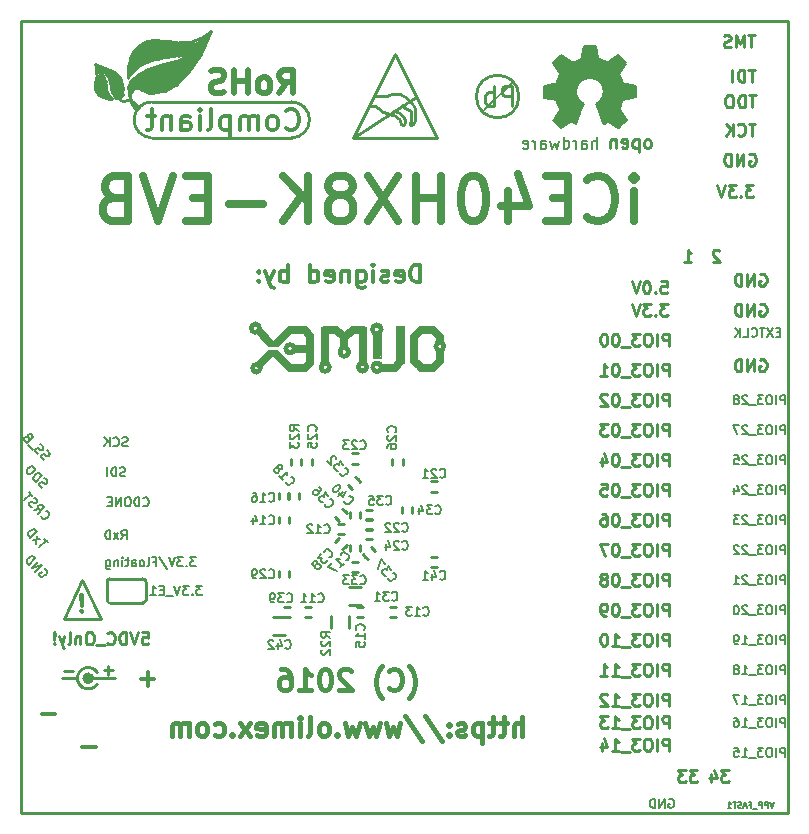
<source format=gbr>
G04 #@! TF.FileFunction,Legend,Bot*
%FSLAX46Y46*%
G04 Gerber Fmt 4.6, Leading zero omitted, Abs format (unit mm)*
G04 Created by KiCad (PCBNEW 201610010949+7276~55~ubuntu14.04.1-) date Wed Oct  5 10:29:21 2016*
%MOMM*%
%LPD*%
G01*
G04 APERTURE LIST*
%ADD10C,0.100000*%
%ADD11C,0.190500*%
%ADD12C,0.127000*%
%ADD13C,0.254000*%
%ADD14C,0.300000*%
%ADD15C,0.381000*%
%ADD16C,0.635000*%
%ADD17C,0.508000*%
%ADD18C,0.420000*%
%ADD19C,0.370000*%
%ADD20C,0.400000*%
%ADD21C,0.380000*%
%ADD22C,0.150000*%
%ADD23C,1.000000*%
%ADD24C,0.700000*%
%ADD25C,0.500000*%
%ADD26C,0.200000*%
%ADD27C,0.350000*%
%ADD28C,0.180000*%
G04 APERTURE END LIST*
D10*
D11*
X129812142Y-98388714D02*
X129340428Y-98388714D01*
X129594428Y-98679000D01*
X129485571Y-98679000D01*
X129413000Y-98715285D01*
X129376714Y-98751571D01*
X129340428Y-98824142D01*
X129340428Y-99005571D01*
X129376714Y-99078142D01*
X129413000Y-99114428D01*
X129485571Y-99150714D01*
X129703285Y-99150714D01*
X129775857Y-99114428D01*
X129812142Y-99078142D01*
X129013857Y-99078142D02*
X128977571Y-99114428D01*
X129013857Y-99150714D01*
X129050142Y-99114428D01*
X129013857Y-99078142D01*
X129013857Y-99150714D01*
X128723571Y-98388714D02*
X128251857Y-98388714D01*
X128505857Y-98679000D01*
X128397000Y-98679000D01*
X128324428Y-98715285D01*
X128288142Y-98751571D01*
X128251857Y-98824142D01*
X128251857Y-99005571D01*
X128288142Y-99078142D01*
X128324428Y-99114428D01*
X128397000Y-99150714D01*
X128614714Y-99150714D01*
X128687285Y-99114428D01*
X128723571Y-99078142D01*
X128034142Y-98388714D02*
X127780142Y-99150714D01*
X127526142Y-98388714D01*
X126727857Y-98352428D02*
X127381000Y-99332142D01*
X126219857Y-98751571D02*
X126473857Y-98751571D01*
X126473857Y-99150714D02*
X126473857Y-98388714D01*
X126111000Y-98388714D01*
X125711857Y-99150714D02*
X125784428Y-99114428D01*
X125820714Y-99041857D01*
X125820714Y-98388714D01*
X125312714Y-99150714D02*
X125385285Y-99114428D01*
X125421571Y-99078142D01*
X125457857Y-99005571D01*
X125457857Y-98787857D01*
X125421571Y-98715285D01*
X125385285Y-98679000D01*
X125312714Y-98642714D01*
X125203857Y-98642714D01*
X125131285Y-98679000D01*
X125095000Y-98715285D01*
X125058714Y-98787857D01*
X125058714Y-99005571D01*
X125095000Y-99078142D01*
X125131285Y-99114428D01*
X125203857Y-99150714D01*
X125312714Y-99150714D01*
X124405571Y-99150714D02*
X124405571Y-98751571D01*
X124441857Y-98679000D01*
X124514428Y-98642714D01*
X124659571Y-98642714D01*
X124732142Y-98679000D01*
X124405571Y-99114428D02*
X124478142Y-99150714D01*
X124659571Y-99150714D01*
X124732142Y-99114428D01*
X124768428Y-99041857D01*
X124768428Y-98969285D01*
X124732142Y-98896714D01*
X124659571Y-98860428D01*
X124478142Y-98860428D01*
X124405571Y-98824142D01*
X124151571Y-98642714D02*
X123861285Y-98642714D01*
X124042714Y-98388714D02*
X124042714Y-99041857D01*
X124006428Y-99114428D01*
X123933857Y-99150714D01*
X123861285Y-99150714D01*
X123607285Y-99150714D02*
X123607285Y-98642714D01*
X123607285Y-98388714D02*
X123643571Y-98425000D01*
X123607285Y-98461285D01*
X123571000Y-98425000D01*
X123607285Y-98388714D01*
X123607285Y-98461285D01*
X123244428Y-98642714D02*
X123244428Y-99150714D01*
X123244428Y-98715285D02*
X123208142Y-98679000D01*
X123135571Y-98642714D01*
X123026714Y-98642714D01*
X122954142Y-98679000D01*
X122917857Y-98751571D01*
X122917857Y-99150714D01*
X122228428Y-98642714D02*
X122228428Y-99259571D01*
X122264714Y-99332142D01*
X122301000Y-99368428D01*
X122373571Y-99404714D01*
X122482428Y-99404714D01*
X122555000Y-99368428D01*
X122228428Y-99114428D02*
X122301000Y-99150714D01*
X122446142Y-99150714D01*
X122518714Y-99114428D01*
X122555000Y-99078142D01*
X122591285Y-99005571D01*
X122591285Y-98787857D01*
X122555000Y-98715285D01*
X122518714Y-98679000D01*
X122446142Y-98642714D01*
X122301000Y-98642714D01*
X122228428Y-98679000D01*
X123516571Y-96864714D02*
X123770571Y-96501857D01*
X123952000Y-96864714D02*
X123952000Y-96102714D01*
X123661714Y-96102714D01*
X123589142Y-96139000D01*
X123552857Y-96175285D01*
X123516571Y-96247857D01*
X123516571Y-96356714D01*
X123552857Y-96429285D01*
X123589142Y-96465571D01*
X123661714Y-96501857D01*
X123952000Y-96501857D01*
X123262571Y-96864714D02*
X122863428Y-96356714D01*
X123262571Y-96356714D02*
X122863428Y-96864714D01*
X122573142Y-96864714D02*
X122573142Y-96102714D01*
X122391714Y-96102714D01*
X122282857Y-96139000D01*
X122210285Y-96211571D01*
X122174000Y-96284142D01*
X122137714Y-96429285D01*
X122137714Y-96538142D01*
X122174000Y-96683285D01*
X122210285Y-96755857D01*
X122282857Y-96828428D01*
X122391714Y-96864714D01*
X122573142Y-96864714D01*
X125367142Y-93998142D02*
X125403428Y-94034428D01*
X125512285Y-94070714D01*
X125584857Y-94070714D01*
X125693714Y-94034428D01*
X125766285Y-93961857D01*
X125802571Y-93889285D01*
X125838857Y-93744142D01*
X125838857Y-93635285D01*
X125802571Y-93490142D01*
X125766285Y-93417571D01*
X125693714Y-93345000D01*
X125584857Y-93308714D01*
X125512285Y-93308714D01*
X125403428Y-93345000D01*
X125367142Y-93381285D01*
X125040571Y-94070714D02*
X125040571Y-93308714D01*
X124859142Y-93308714D01*
X124750285Y-93345000D01*
X124677714Y-93417571D01*
X124641428Y-93490142D01*
X124605142Y-93635285D01*
X124605142Y-93744142D01*
X124641428Y-93889285D01*
X124677714Y-93961857D01*
X124750285Y-94034428D01*
X124859142Y-94070714D01*
X125040571Y-94070714D01*
X124133428Y-93308714D02*
X123988285Y-93308714D01*
X123915714Y-93345000D01*
X123843142Y-93417571D01*
X123806857Y-93562714D01*
X123806857Y-93816714D01*
X123843142Y-93961857D01*
X123915714Y-94034428D01*
X123988285Y-94070714D01*
X124133428Y-94070714D01*
X124206000Y-94034428D01*
X124278571Y-93961857D01*
X124314857Y-93816714D01*
X124314857Y-93562714D01*
X124278571Y-93417571D01*
X124206000Y-93345000D01*
X124133428Y-93308714D01*
X123480285Y-94070714D02*
X123480285Y-93308714D01*
X123044857Y-94070714D01*
X123044857Y-93308714D01*
X122682000Y-93671571D02*
X122428000Y-93671571D01*
X122319142Y-94070714D02*
X122682000Y-94070714D01*
X122682000Y-93308714D01*
X122319142Y-93308714D01*
X123843142Y-91494428D02*
X123734285Y-91530714D01*
X123552857Y-91530714D01*
X123480285Y-91494428D01*
X123444000Y-91458142D01*
X123407714Y-91385571D01*
X123407714Y-91313000D01*
X123444000Y-91240428D01*
X123480285Y-91204142D01*
X123552857Y-91167857D01*
X123698000Y-91131571D01*
X123770571Y-91095285D01*
X123806857Y-91059000D01*
X123843142Y-90986428D01*
X123843142Y-90913857D01*
X123806857Y-90841285D01*
X123770571Y-90805000D01*
X123698000Y-90768714D01*
X123516571Y-90768714D01*
X123407714Y-90805000D01*
X123081142Y-91530714D02*
X123081142Y-90768714D01*
X122899714Y-90768714D01*
X122790857Y-90805000D01*
X122718285Y-90877571D01*
X122682000Y-90950142D01*
X122645714Y-91095285D01*
X122645714Y-91204142D01*
X122682000Y-91349285D01*
X122718285Y-91421857D01*
X122790857Y-91494428D01*
X122899714Y-91530714D01*
X123081142Y-91530714D01*
X122319142Y-91530714D02*
X122319142Y-90768714D01*
X124042714Y-88954428D02*
X123933857Y-88990714D01*
X123752428Y-88990714D01*
X123679857Y-88954428D01*
X123643571Y-88918142D01*
X123607285Y-88845571D01*
X123607285Y-88773000D01*
X123643571Y-88700428D01*
X123679857Y-88664142D01*
X123752428Y-88627857D01*
X123897571Y-88591571D01*
X123970142Y-88555285D01*
X124006428Y-88519000D01*
X124042714Y-88446428D01*
X124042714Y-88373857D01*
X124006428Y-88301285D01*
X123970142Y-88265000D01*
X123897571Y-88228714D01*
X123716142Y-88228714D01*
X123607285Y-88265000D01*
X122845285Y-88918142D02*
X122881571Y-88954428D01*
X122990428Y-88990714D01*
X123063000Y-88990714D01*
X123171857Y-88954428D01*
X123244428Y-88881857D01*
X123280714Y-88809285D01*
X123317000Y-88664142D01*
X123317000Y-88555285D01*
X123280714Y-88410142D01*
X123244428Y-88337571D01*
X123171857Y-88265000D01*
X123063000Y-88228714D01*
X122990428Y-88228714D01*
X122881571Y-88265000D01*
X122845285Y-88301285D01*
X122518714Y-88990714D02*
X122518714Y-88228714D01*
X122083285Y-88990714D02*
X122409857Y-88555285D01*
X122083285Y-88228714D02*
X122518714Y-88664142D01*
X116999104Y-90130288D02*
X116896473Y-90078972D01*
X116768183Y-89950683D01*
X116742525Y-89873709D01*
X116742525Y-89822394D01*
X116768183Y-89745420D01*
X116819499Y-89694104D01*
X116896473Y-89668446D01*
X116947788Y-89668446D01*
X117024762Y-89694104D01*
X117153051Y-89771078D01*
X117230025Y-89796736D01*
X117281341Y-89796736D01*
X117358314Y-89771078D01*
X117409630Y-89719762D01*
X117435288Y-89642788D01*
X117435288Y-89591473D01*
X117409630Y-89514499D01*
X117281341Y-89386210D01*
X117178709Y-89334894D01*
X116485947Y-89617131D02*
X116383315Y-89565815D01*
X116255026Y-89437525D01*
X116229368Y-89360552D01*
X116229368Y-89309236D01*
X116255026Y-89232262D01*
X116306342Y-89180947D01*
X116383315Y-89155289D01*
X116434631Y-89155289D01*
X116511605Y-89180947D01*
X116639894Y-89257920D01*
X116716868Y-89283578D01*
X116768183Y-89283578D01*
X116845157Y-89257920D01*
X116896473Y-89206605D01*
X116922131Y-89129631D01*
X116922131Y-89078315D01*
X116896473Y-89001342D01*
X116768183Y-88873052D01*
X116665552Y-88821737D01*
X115998447Y-89283578D02*
X115587921Y-88873052D01*
X115613579Y-88231605D02*
X115510948Y-88180290D01*
X115459632Y-88180290D01*
X115382658Y-88205948D01*
X115305685Y-88282921D01*
X115280027Y-88359895D01*
X115280027Y-88411211D01*
X115305685Y-88488184D01*
X115510948Y-88693447D01*
X116049763Y-88154632D01*
X115870158Y-87975027D01*
X115793184Y-87949369D01*
X115741868Y-87949369D01*
X115664895Y-87975027D01*
X115613579Y-88026342D01*
X115587921Y-88103316D01*
X115587921Y-88154632D01*
X115613579Y-88231605D01*
X115793184Y-88411211D01*
X116819499Y-92490683D02*
X116716868Y-92439367D01*
X116588578Y-92311078D01*
X116562920Y-92234104D01*
X116562920Y-92182788D01*
X116588578Y-92105815D01*
X116639894Y-92054499D01*
X116716868Y-92028841D01*
X116768183Y-92028841D01*
X116845157Y-92054499D01*
X116973446Y-92131473D01*
X117050420Y-92157131D01*
X117101736Y-92157131D01*
X117178709Y-92131473D01*
X117230025Y-92080157D01*
X117255683Y-92003183D01*
X117255683Y-91951868D01*
X117230025Y-91874894D01*
X117101736Y-91746605D01*
X116999104Y-91695289D01*
X116255026Y-91977525D02*
X116793841Y-91438710D01*
X116665552Y-91310421D01*
X116562920Y-91259105D01*
X116460289Y-91259105D01*
X116383315Y-91284763D01*
X116255026Y-91361737D01*
X116178052Y-91438710D01*
X116101079Y-91567000D01*
X116075421Y-91643973D01*
X116075421Y-91746605D01*
X116126737Y-91849236D01*
X116255026Y-91977525D01*
X116152394Y-90797263D02*
X116049763Y-90694632D01*
X115972789Y-90668974D01*
X115870158Y-90668974D01*
X115741868Y-90745948D01*
X115562263Y-90925553D01*
X115485290Y-91053842D01*
X115485290Y-91156474D01*
X115510948Y-91233447D01*
X115613579Y-91336079D01*
X115690553Y-91361737D01*
X115793184Y-91361737D01*
X115921474Y-91284763D01*
X116101079Y-91105158D01*
X116178052Y-90976868D01*
X116178052Y-90874237D01*
X116152394Y-90797263D01*
X116704039Y-94863907D02*
X116704039Y-94915223D01*
X116755354Y-95017854D01*
X116806670Y-95069170D01*
X116909302Y-95120486D01*
X117011933Y-95120486D01*
X117088907Y-95094828D01*
X117217196Y-95017854D01*
X117294170Y-94940880D01*
X117371143Y-94812591D01*
X117396801Y-94735617D01*
X117396801Y-94632986D01*
X117345486Y-94530354D01*
X117294170Y-94479039D01*
X117191538Y-94427723D01*
X117140223Y-94427723D01*
X116113908Y-94376407D02*
X116550091Y-94299434D01*
X116421802Y-94684302D02*
X116960617Y-94145486D01*
X116755354Y-93940223D01*
X116678381Y-93914565D01*
X116627065Y-93914565D01*
X116550091Y-93940223D01*
X116473118Y-94017197D01*
X116447460Y-94094171D01*
X116447460Y-94145486D01*
X116473118Y-94222460D01*
X116678381Y-94427723D01*
X115934302Y-94145486D02*
X115831671Y-94094171D01*
X115703382Y-93965881D01*
X115677724Y-93888908D01*
X115677724Y-93837592D01*
X115703382Y-93760618D01*
X115754697Y-93709302D01*
X115831671Y-93683645D01*
X115882987Y-93683645D01*
X115959960Y-93709302D01*
X116088250Y-93786276D01*
X116165223Y-93811934D01*
X116216539Y-93811934D01*
X116293513Y-93786276D01*
X116344828Y-93734960D01*
X116370486Y-93657987D01*
X116370486Y-93606671D01*
X116344828Y-93529697D01*
X116216539Y-93401408D01*
X116113908Y-93350092D01*
X115985618Y-93170487D02*
X115677724Y-92862593D01*
X115292856Y-93555355D02*
X115831671Y-93016540D01*
X117268512Y-97120381D02*
X116960617Y-96812486D01*
X116575749Y-97505249D02*
X117114565Y-96966434D01*
X116293513Y-97223012D02*
X116370486Y-96581565D01*
X116652723Y-96863802D02*
X116011276Y-96940776D01*
X115806013Y-96735513D02*
X116344828Y-96196697D01*
X116216539Y-96068408D01*
X116113908Y-96017092D01*
X116011276Y-96017092D01*
X115934302Y-96042750D01*
X115806013Y-96119724D01*
X115729039Y-96196697D01*
X115652066Y-96324987D01*
X115626408Y-96401960D01*
X115626408Y-96504592D01*
X115677724Y-96607223D01*
X115806013Y-96735513D01*
X117011933Y-99328118D02*
X117088907Y-99353776D01*
X117165880Y-99430749D01*
X117217196Y-99533381D01*
X117217196Y-99636012D01*
X117191538Y-99712986D01*
X117114565Y-99841275D01*
X117037591Y-99918249D01*
X116909302Y-99995223D01*
X116832328Y-100020880D01*
X116729697Y-100020880D01*
X116627065Y-99969565D01*
X116575749Y-99918249D01*
X116524434Y-99815617D01*
X116524434Y-99764302D01*
X116704039Y-99584697D01*
X116806670Y-99687328D01*
X116242197Y-99584697D02*
X116781012Y-99045881D01*
X115934302Y-99276802D01*
X116473118Y-98737987D01*
X115677724Y-99020223D02*
X116216539Y-98481408D01*
X116088250Y-98353119D01*
X115985618Y-98301803D01*
X115882987Y-98301803D01*
X115806013Y-98327461D01*
X115677724Y-98404434D01*
X115600750Y-98481408D01*
X115523776Y-98609697D01*
X115498119Y-98686671D01*
X115498119Y-98789302D01*
X115549434Y-98891934D01*
X115677724Y-99020223D01*
X169871571Y-118872000D02*
X169944142Y-118835714D01*
X170053000Y-118835714D01*
X170161857Y-118872000D01*
X170234428Y-118944571D01*
X170270714Y-119017142D01*
X170307000Y-119162285D01*
X170307000Y-119271142D01*
X170270714Y-119416285D01*
X170234428Y-119488857D01*
X170161857Y-119561428D01*
X170053000Y-119597714D01*
X169980428Y-119597714D01*
X169871571Y-119561428D01*
X169835285Y-119525142D01*
X169835285Y-119271142D01*
X169980428Y-119271142D01*
X169508714Y-119597714D02*
X169508714Y-118835714D01*
X169073285Y-119597714D01*
X169073285Y-118835714D01*
X168710428Y-119597714D02*
X168710428Y-118835714D01*
X168529000Y-118835714D01*
X168420142Y-118872000D01*
X168347571Y-118944571D01*
X168311285Y-119017142D01*
X168275000Y-119162285D01*
X168275000Y-119271142D01*
X168311285Y-119416285D01*
X168347571Y-119488857D01*
X168420142Y-119561428D01*
X168529000Y-119597714D01*
X168710428Y-119597714D01*
D12*
X178767619Y-119101809D02*
X178598285Y-119609809D01*
X178428952Y-119101809D01*
X178259619Y-119609809D02*
X178259619Y-119101809D01*
X178066095Y-119101809D01*
X178017714Y-119126000D01*
X177993523Y-119150190D01*
X177969333Y-119198571D01*
X177969333Y-119271142D01*
X177993523Y-119319523D01*
X178017714Y-119343714D01*
X178066095Y-119367904D01*
X178259619Y-119367904D01*
X177751619Y-119609809D02*
X177751619Y-119101809D01*
X177558095Y-119101809D01*
X177509714Y-119126000D01*
X177485523Y-119150190D01*
X177461333Y-119198571D01*
X177461333Y-119271142D01*
X177485523Y-119319523D01*
X177509714Y-119343714D01*
X177558095Y-119367904D01*
X177751619Y-119367904D01*
X177364571Y-119658190D02*
X176977523Y-119658190D01*
X176687238Y-119343714D02*
X176856571Y-119343714D01*
X176856571Y-119609809D02*
X176856571Y-119101809D01*
X176614666Y-119101809D01*
X176445333Y-119464666D02*
X176203428Y-119464666D01*
X176493714Y-119609809D02*
X176324380Y-119101809D01*
X176155047Y-119609809D01*
X176009904Y-119585619D02*
X175937333Y-119609809D01*
X175816380Y-119609809D01*
X175768000Y-119585619D01*
X175743809Y-119561428D01*
X175719619Y-119513047D01*
X175719619Y-119464666D01*
X175743809Y-119416285D01*
X175768000Y-119392095D01*
X175816380Y-119367904D01*
X175913142Y-119343714D01*
X175961523Y-119319523D01*
X175985714Y-119295333D01*
X176009904Y-119246952D01*
X176009904Y-119198571D01*
X175985714Y-119150190D01*
X175961523Y-119126000D01*
X175913142Y-119101809D01*
X175792190Y-119101809D01*
X175719619Y-119126000D01*
X175574476Y-119101809D02*
X175284190Y-119101809D01*
X175429333Y-119609809D02*
X175429333Y-119101809D01*
X174848761Y-119609809D02*
X175139047Y-119609809D01*
X174993904Y-119609809D02*
X174993904Y-119101809D01*
X175042285Y-119174380D01*
X175090666Y-119222761D01*
X175139047Y-119246952D01*
D11*
X179705000Y-85434714D02*
X179705000Y-84672714D01*
X179414714Y-84672714D01*
X179342142Y-84709000D01*
X179305857Y-84745285D01*
X179269571Y-84817857D01*
X179269571Y-84926714D01*
X179305857Y-84999285D01*
X179342142Y-85035571D01*
X179414714Y-85071857D01*
X179705000Y-85071857D01*
X178943000Y-85434714D02*
X178943000Y-84672714D01*
X178435000Y-84672714D02*
X178289857Y-84672714D01*
X178217285Y-84709000D01*
X178144714Y-84781571D01*
X178108428Y-84926714D01*
X178108428Y-85180714D01*
X178144714Y-85325857D01*
X178217285Y-85398428D01*
X178289857Y-85434714D01*
X178435000Y-85434714D01*
X178507571Y-85398428D01*
X178580142Y-85325857D01*
X178616428Y-85180714D01*
X178616428Y-84926714D01*
X178580142Y-84781571D01*
X178507571Y-84709000D01*
X178435000Y-84672714D01*
X177854428Y-84672714D02*
X177382714Y-84672714D01*
X177636714Y-84963000D01*
X177527857Y-84963000D01*
X177455285Y-84999285D01*
X177419000Y-85035571D01*
X177382714Y-85108142D01*
X177382714Y-85289571D01*
X177419000Y-85362142D01*
X177455285Y-85398428D01*
X177527857Y-85434714D01*
X177745571Y-85434714D01*
X177818142Y-85398428D01*
X177854428Y-85362142D01*
X177237571Y-85507285D02*
X176657000Y-85507285D01*
X176511857Y-84745285D02*
X176475571Y-84709000D01*
X176403000Y-84672714D01*
X176221571Y-84672714D01*
X176149000Y-84709000D01*
X176112714Y-84745285D01*
X176076428Y-84817857D01*
X176076428Y-84890428D01*
X176112714Y-84999285D01*
X176548142Y-85434714D01*
X176076428Y-85434714D01*
X175641000Y-84999285D02*
X175713571Y-84963000D01*
X175749857Y-84926714D01*
X175786142Y-84854142D01*
X175786142Y-84817857D01*
X175749857Y-84745285D01*
X175713571Y-84709000D01*
X175641000Y-84672714D01*
X175495857Y-84672714D01*
X175423285Y-84709000D01*
X175387000Y-84745285D01*
X175350714Y-84817857D01*
X175350714Y-84854142D01*
X175387000Y-84926714D01*
X175423285Y-84963000D01*
X175495857Y-84999285D01*
X175641000Y-84999285D01*
X175713571Y-85035571D01*
X175749857Y-85071857D01*
X175786142Y-85144428D01*
X175786142Y-85289571D01*
X175749857Y-85362142D01*
X175713571Y-85398428D01*
X175641000Y-85434714D01*
X175495857Y-85434714D01*
X175423285Y-85398428D01*
X175387000Y-85362142D01*
X175350714Y-85289571D01*
X175350714Y-85144428D01*
X175387000Y-85071857D01*
X175423285Y-85035571D01*
X175495857Y-84999285D01*
X179705000Y-87974714D02*
X179705000Y-87212714D01*
X179414714Y-87212714D01*
X179342142Y-87249000D01*
X179305857Y-87285285D01*
X179269571Y-87357857D01*
X179269571Y-87466714D01*
X179305857Y-87539285D01*
X179342142Y-87575571D01*
X179414714Y-87611857D01*
X179705000Y-87611857D01*
X178943000Y-87974714D02*
X178943000Y-87212714D01*
X178435000Y-87212714D02*
X178289857Y-87212714D01*
X178217285Y-87249000D01*
X178144714Y-87321571D01*
X178108428Y-87466714D01*
X178108428Y-87720714D01*
X178144714Y-87865857D01*
X178217285Y-87938428D01*
X178289857Y-87974714D01*
X178435000Y-87974714D01*
X178507571Y-87938428D01*
X178580142Y-87865857D01*
X178616428Y-87720714D01*
X178616428Y-87466714D01*
X178580142Y-87321571D01*
X178507571Y-87249000D01*
X178435000Y-87212714D01*
X177854428Y-87212714D02*
X177382714Y-87212714D01*
X177636714Y-87503000D01*
X177527857Y-87503000D01*
X177455285Y-87539285D01*
X177419000Y-87575571D01*
X177382714Y-87648142D01*
X177382714Y-87829571D01*
X177419000Y-87902142D01*
X177455285Y-87938428D01*
X177527857Y-87974714D01*
X177745571Y-87974714D01*
X177818142Y-87938428D01*
X177854428Y-87902142D01*
X177237571Y-88047285D02*
X176657000Y-88047285D01*
X176511857Y-87285285D02*
X176475571Y-87249000D01*
X176403000Y-87212714D01*
X176221571Y-87212714D01*
X176149000Y-87249000D01*
X176112714Y-87285285D01*
X176076428Y-87357857D01*
X176076428Y-87430428D01*
X176112714Y-87539285D01*
X176548142Y-87974714D01*
X176076428Y-87974714D01*
X175822428Y-87212714D02*
X175314428Y-87212714D01*
X175641000Y-87974714D01*
X179705000Y-90514714D02*
X179705000Y-89752714D01*
X179414714Y-89752714D01*
X179342142Y-89789000D01*
X179305857Y-89825285D01*
X179269571Y-89897857D01*
X179269571Y-90006714D01*
X179305857Y-90079285D01*
X179342142Y-90115571D01*
X179414714Y-90151857D01*
X179705000Y-90151857D01*
X178943000Y-90514714D02*
X178943000Y-89752714D01*
X178435000Y-89752714D02*
X178289857Y-89752714D01*
X178217285Y-89789000D01*
X178144714Y-89861571D01*
X178108428Y-90006714D01*
X178108428Y-90260714D01*
X178144714Y-90405857D01*
X178217285Y-90478428D01*
X178289857Y-90514714D01*
X178435000Y-90514714D01*
X178507571Y-90478428D01*
X178580142Y-90405857D01*
X178616428Y-90260714D01*
X178616428Y-90006714D01*
X178580142Y-89861571D01*
X178507571Y-89789000D01*
X178435000Y-89752714D01*
X177854428Y-89752714D02*
X177382714Y-89752714D01*
X177636714Y-90043000D01*
X177527857Y-90043000D01*
X177455285Y-90079285D01*
X177419000Y-90115571D01*
X177382714Y-90188142D01*
X177382714Y-90369571D01*
X177419000Y-90442142D01*
X177455285Y-90478428D01*
X177527857Y-90514714D01*
X177745571Y-90514714D01*
X177818142Y-90478428D01*
X177854428Y-90442142D01*
X177237571Y-90587285D02*
X176657000Y-90587285D01*
X176511857Y-89825285D02*
X176475571Y-89789000D01*
X176403000Y-89752714D01*
X176221571Y-89752714D01*
X176149000Y-89789000D01*
X176112714Y-89825285D01*
X176076428Y-89897857D01*
X176076428Y-89970428D01*
X176112714Y-90079285D01*
X176548142Y-90514714D01*
X176076428Y-90514714D01*
X175387000Y-89752714D02*
X175749857Y-89752714D01*
X175786142Y-90115571D01*
X175749857Y-90079285D01*
X175677285Y-90043000D01*
X175495857Y-90043000D01*
X175423285Y-90079285D01*
X175387000Y-90115571D01*
X175350714Y-90188142D01*
X175350714Y-90369571D01*
X175387000Y-90442142D01*
X175423285Y-90478428D01*
X175495857Y-90514714D01*
X175677285Y-90514714D01*
X175749857Y-90478428D01*
X175786142Y-90442142D01*
X179705000Y-93054714D02*
X179705000Y-92292714D01*
X179414714Y-92292714D01*
X179342142Y-92329000D01*
X179305857Y-92365285D01*
X179269571Y-92437857D01*
X179269571Y-92546714D01*
X179305857Y-92619285D01*
X179342142Y-92655571D01*
X179414714Y-92691857D01*
X179705000Y-92691857D01*
X178943000Y-93054714D02*
X178943000Y-92292714D01*
X178435000Y-92292714D02*
X178289857Y-92292714D01*
X178217285Y-92329000D01*
X178144714Y-92401571D01*
X178108428Y-92546714D01*
X178108428Y-92800714D01*
X178144714Y-92945857D01*
X178217285Y-93018428D01*
X178289857Y-93054714D01*
X178435000Y-93054714D01*
X178507571Y-93018428D01*
X178580142Y-92945857D01*
X178616428Y-92800714D01*
X178616428Y-92546714D01*
X178580142Y-92401571D01*
X178507571Y-92329000D01*
X178435000Y-92292714D01*
X177854428Y-92292714D02*
X177382714Y-92292714D01*
X177636714Y-92583000D01*
X177527857Y-92583000D01*
X177455285Y-92619285D01*
X177419000Y-92655571D01*
X177382714Y-92728142D01*
X177382714Y-92909571D01*
X177419000Y-92982142D01*
X177455285Y-93018428D01*
X177527857Y-93054714D01*
X177745571Y-93054714D01*
X177818142Y-93018428D01*
X177854428Y-92982142D01*
X177237571Y-93127285D02*
X176657000Y-93127285D01*
X176511857Y-92365285D02*
X176475571Y-92329000D01*
X176403000Y-92292714D01*
X176221571Y-92292714D01*
X176149000Y-92329000D01*
X176112714Y-92365285D01*
X176076428Y-92437857D01*
X176076428Y-92510428D01*
X176112714Y-92619285D01*
X176548142Y-93054714D01*
X176076428Y-93054714D01*
X175423285Y-92546714D02*
X175423285Y-93054714D01*
X175604714Y-92256428D02*
X175786142Y-92800714D01*
X175314428Y-92800714D01*
X179705000Y-95594714D02*
X179705000Y-94832714D01*
X179414714Y-94832714D01*
X179342142Y-94869000D01*
X179305857Y-94905285D01*
X179269571Y-94977857D01*
X179269571Y-95086714D01*
X179305857Y-95159285D01*
X179342142Y-95195571D01*
X179414714Y-95231857D01*
X179705000Y-95231857D01*
X178943000Y-95594714D02*
X178943000Y-94832714D01*
X178435000Y-94832714D02*
X178289857Y-94832714D01*
X178217285Y-94869000D01*
X178144714Y-94941571D01*
X178108428Y-95086714D01*
X178108428Y-95340714D01*
X178144714Y-95485857D01*
X178217285Y-95558428D01*
X178289857Y-95594714D01*
X178435000Y-95594714D01*
X178507571Y-95558428D01*
X178580142Y-95485857D01*
X178616428Y-95340714D01*
X178616428Y-95086714D01*
X178580142Y-94941571D01*
X178507571Y-94869000D01*
X178435000Y-94832714D01*
X177854428Y-94832714D02*
X177382714Y-94832714D01*
X177636714Y-95123000D01*
X177527857Y-95123000D01*
X177455285Y-95159285D01*
X177419000Y-95195571D01*
X177382714Y-95268142D01*
X177382714Y-95449571D01*
X177419000Y-95522142D01*
X177455285Y-95558428D01*
X177527857Y-95594714D01*
X177745571Y-95594714D01*
X177818142Y-95558428D01*
X177854428Y-95522142D01*
X177237571Y-95667285D02*
X176657000Y-95667285D01*
X176511857Y-94905285D02*
X176475571Y-94869000D01*
X176403000Y-94832714D01*
X176221571Y-94832714D01*
X176149000Y-94869000D01*
X176112714Y-94905285D01*
X176076428Y-94977857D01*
X176076428Y-95050428D01*
X176112714Y-95159285D01*
X176548142Y-95594714D01*
X176076428Y-95594714D01*
X175822428Y-94832714D02*
X175350714Y-94832714D01*
X175604714Y-95123000D01*
X175495857Y-95123000D01*
X175423285Y-95159285D01*
X175387000Y-95195571D01*
X175350714Y-95268142D01*
X175350714Y-95449571D01*
X175387000Y-95522142D01*
X175423285Y-95558428D01*
X175495857Y-95594714D01*
X175713571Y-95594714D01*
X175786142Y-95558428D01*
X175822428Y-95522142D01*
X179705000Y-98134714D02*
X179705000Y-97372714D01*
X179414714Y-97372714D01*
X179342142Y-97409000D01*
X179305857Y-97445285D01*
X179269571Y-97517857D01*
X179269571Y-97626714D01*
X179305857Y-97699285D01*
X179342142Y-97735571D01*
X179414714Y-97771857D01*
X179705000Y-97771857D01*
X178943000Y-98134714D02*
X178943000Y-97372714D01*
X178435000Y-97372714D02*
X178289857Y-97372714D01*
X178217285Y-97409000D01*
X178144714Y-97481571D01*
X178108428Y-97626714D01*
X178108428Y-97880714D01*
X178144714Y-98025857D01*
X178217285Y-98098428D01*
X178289857Y-98134714D01*
X178435000Y-98134714D01*
X178507571Y-98098428D01*
X178580142Y-98025857D01*
X178616428Y-97880714D01*
X178616428Y-97626714D01*
X178580142Y-97481571D01*
X178507571Y-97409000D01*
X178435000Y-97372714D01*
X177854428Y-97372714D02*
X177382714Y-97372714D01*
X177636714Y-97663000D01*
X177527857Y-97663000D01*
X177455285Y-97699285D01*
X177419000Y-97735571D01*
X177382714Y-97808142D01*
X177382714Y-97989571D01*
X177419000Y-98062142D01*
X177455285Y-98098428D01*
X177527857Y-98134714D01*
X177745571Y-98134714D01*
X177818142Y-98098428D01*
X177854428Y-98062142D01*
X177237571Y-98207285D02*
X176657000Y-98207285D01*
X176511857Y-97445285D02*
X176475571Y-97409000D01*
X176403000Y-97372714D01*
X176221571Y-97372714D01*
X176149000Y-97409000D01*
X176112714Y-97445285D01*
X176076428Y-97517857D01*
X176076428Y-97590428D01*
X176112714Y-97699285D01*
X176548142Y-98134714D01*
X176076428Y-98134714D01*
X175786142Y-97445285D02*
X175749857Y-97409000D01*
X175677285Y-97372714D01*
X175495857Y-97372714D01*
X175423285Y-97409000D01*
X175387000Y-97445285D01*
X175350714Y-97517857D01*
X175350714Y-97590428D01*
X175387000Y-97699285D01*
X175822428Y-98134714D01*
X175350714Y-98134714D01*
X179705000Y-100674714D02*
X179705000Y-99912714D01*
X179414714Y-99912714D01*
X179342142Y-99949000D01*
X179305857Y-99985285D01*
X179269571Y-100057857D01*
X179269571Y-100166714D01*
X179305857Y-100239285D01*
X179342142Y-100275571D01*
X179414714Y-100311857D01*
X179705000Y-100311857D01*
X178943000Y-100674714D02*
X178943000Y-99912714D01*
X178435000Y-99912714D02*
X178289857Y-99912714D01*
X178217285Y-99949000D01*
X178144714Y-100021571D01*
X178108428Y-100166714D01*
X178108428Y-100420714D01*
X178144714Y-100565857D01*
X178217285Y-100638428D01*
X178289857Y-100674714D01*
X178435000Y-100674714D01*
X178507571Y-100638428D01*
X178580142Y-100565857D01*
X178616428Y-100420714D01*
X178616428Y-100166714D01*
X178580142Y-100021571D01*
X178507571Y-99949000D01*
X178435000Y-99912714D01*
X177854428Y-99912714D02*
X177382714Y-99912714D01*
X177636714Y-100203000D01*
X177527857Y-100203000D01*
X177455285Y-100239285D01*
X177419000Y-100275571D01*
X177382714Y-100348142D01*
X177382714Y-100529571D01*
X177419000Y-100602142D01*
X177455285Y-100638428D01*
X177527857Y-100674714D01*
X177745571Y-100674714D01*
X177818142Y-100638428D01*
X177854428Y-100602142D01*
X177237571Y-100747285D02*
X176657000Y-100747285D01*
X176511857Y-99985285D02*
X176475571Y-99949000D01*
X176403000Y-99912714D01*
X176221571Y-99912714D01*
X176149000Y-99949000D01*
X176112714Y-99985285D01*
X176076428Y-100057857D01*
X176076428Y-100130428D01*
X176112714Y-100239285D01*
X176548142Y-100674714D01*
X176076428Y-100674714D01*
X175350714Y-100674714D02*
X175786142Y-100674714D01*
X175568428Y-100674714D02*
X175568428Y-99912714D01*
X175641000Y-100021571D01*
X175713571Y-100094142D01*
X175786142Y-100130428D01*
X179705000Y-103214714D02*
X179705000Y-102452714D01*
X179414714Y-102452714D01*
X179342142Y-102489000D01*
X179305857Y-102525285D01*
X179269571Y-102597857D01*
X179269571Y-102706714D01*
X179305857Y-102779285D01*
X179342142Y-102815571D01*
X179414714Y-102851857D01*
X179705000Y-102851857D01*
X178943000Y-103214714D02*
X178943000Y-102452714D01*
X178435000Y-102452714D02*
X178289857Y-102452714D01*
X178217285Y-102489000D01*
X178144714Y-102561571D01*
X178108428Y-102706714D01*
X178108428Y-102960714D01*
X178144714Y-103105857D01*
X178217285Y-103178428D01*
X178289857Y-103214714D01*
X178435000Y-103214714D01*
X178507571Y-103178428D01*
X178580142Y-103105857D01*
X178616428Y-102960714D01*
X178616428Y-102706714D01*
X178580142Y-102561571D01*
X178507571Y-102489000D01*
X178435000Y-102452714D01*
X177854428Y-102452714D02*
X177382714Y-102452714D01*
X177636714Y-102743000D01*
X177527857Y-102743000D01*
X177455285Y-102779285D01*
X177419000Y-102815571D01*
X177382714Y-102888142D01*
X177382714Y-103069571D01*
X177419000Y-103142142D01*
X177455285Y-103178428D01*
X177527857Y-103214714D01*
X177745571Y-103214714D01*
X177818142Y-103178428D01*
X177854428Y-103142142D01*
X177237571Y-103287285D02*
X176657000Y-103287285D01*
X176511857Y-102525285D02*
X176475571Y-102489000D01*
X176403000Y-102452714D01*
X176221571Y-102452714D01*
X176149000Y-102489000D01*
X176112714Y-102525285D01*
X176076428Y-102597857D01*
X176076428Y-102670428D01*
X176112714Y-102779285D01*
X176548142Y-103214714D01*
X176076428Y-103214714D01*
X175604714Y-102452714D02*
X175532142Y-102452714D01*
X175459571Y-102489000D01*
X175423285Y-102525285D01*
X175387000Y-102597857D01*
X175350714Y-102743000D01*
X175350714Y-102924428D01*
X175387000Y-103069571D01*
X175423285Y-103142142D01*
X175459571Y-103178428D01*
X175532142Y-103214714D01*
X175604714Y-103214714D01*
X175677285Y-103178428D01*
X175713571Y-103142142D01*
X175749857Y-103069571D01*
X175786142Y-102924428D01*
X175786142Y-102743000D01*
X175749857Y-102597857D01*
X175713571Y-102525285D01*
X175677285Y-102489000D01*
X175604714Y-102452714D01*
X179705000Y-105754714D02*
X179705000Y-104992714D01*
X179414714Y-104992714D01*
X179342142Y-105029000D01*
X179305857Y-105065285D01*
X179269571Y-105137857D01*
X179269571Y-105246714D01*
X179305857Y-105319285D01*
X179342142Y-105355571D01*
X179414714Y-105391857D01*
X179705000Y-105391857D01*
X178943000Y-105754714D02*
X178943000Y-104992714D01*
X178435000Y-104992714D02*
X178289857Y-104992714D01*
X178217285Y-105029000D01*
X178144714Y-105101571D01*
X178108428Y-105246714D01*
X178108428Y-105500714D01*
X178144714Y-105645857D01*
X178217285Y-105718428D01*
X178289857Y-105754714D01*
X178435000Y-105754714D01*
X178507571Y-105718428D01*
X178580142Y-105645857D01*
X178616428Y-105500714D01*
X178616428Y-105246714D01*
X178580142Y-105101571D01*
X178507571Y-105029000D01*
X178435000Y-104992714D01*
X177854428Y-104992714D02*
X177382714Y-104992714D01*
X177636714Y-105283000D01*
X177527857Y-105283000D01*
X177455285Y-105319285D01*
X177419000Y-105355571D01*
X177382714Y-105428142D01*
X177382714Y-105609571D01*
X177419000Y-105682142D01*
X177455285Y-105718428D01*
X177527857Y-105754714D01*
X177745571Y-105754714D01*
X177818142Y-105718428D01*
X177854428Y-105682142D01*
X177237571Y-105827285D02*
X176657000Y-105827285D01*
X176076428Y-105754714D02*
X176511857Y-105754714D01*
X176294142Y-105754714D02*
X176294142Y-104992714D01*
X176366714Y-105101571D01*
X176439285Y-105174142D01*
X176511857Y-105210428D01*
X175713571Y-105754714D02*
X175568428Y-105754714D01*
X175495857Y-105718428D01*
X175459571Y-105682142D01*
X175387000Y-105573285D01*
X175350714Y-105428142D01*
X175350714Y-105137857D01*
X175387000Y-105065285D01*
X175423285Y-105029000D01*
X175495857Y-104992714D01*
X175641000Y-104992714D01*
X175713571Y-105029000D01*
X175749857Y-105065285D01*
X175786142Y-105137857D01*
X175786142Y-105319285D01*
X175749857Y-105391857D01*
X175713571Y-105428142D01*
X175641000Y-105464428D01*
X175495857Y-105464428D01*
X175423285Y-105428142D01*
X175387000Y-105391857D01*
X175350714Y-105319285D01*
X179705000Y-108294714D02*
X179705000Y-107532714D01*
X179414714Y-107532714D01*
X179342142Y-107569000D01*
X179305857Y-107605285D01*
X179269571Y-107677857D01*
X179269571Y-107786714D01*
X179305857Y-107859285D01*
X179342142Y-107895571D01*
X179414714Y-107931857D01*
X179705000Y-107931857D01*
X178943000Y-108294714D02*
X178943000Y-107532714D01*
X178435000Y-107532714D02*
X178289857Y-107532714D01*
X178217285Y-107569000D01*
X178144714Y-107641571D01*
X178108428Y-107786714D01*
X178108428Y-108040714D01*
X178144714Y-108185857D01*
X178217285Y-108258428D01*
X178289857Y-108294714D01*
X178435000Y-108294714D01*
X178507571Y-108258428D01*
X178580142Y-108185857D01*
X178616428Y-108040714D01*
X178616428Y-107786714D01*
X178580142Y-107641571D01*
X178507571Y-107569000D01*
X178435000Y-107532714D01*
X177854428Y-107532714D02*
X177382714Y-107532714D01*
X177636714Y-107823000D01*
X177527857Y-107823000D01*
X177455285Y-107859285D01*
X177419000Y-107895571D01*
X177382714Y-107968142D01*
X177382714Y-108149571D01*
X177419000Y-108222142D01*
X177455285Y-108258428D01*
X177527857Y-108294714D01*
X177745571Y-108294714D01*
X177818142Y-108258428D01*
X177854428Y-108222142D01*
X177237571Y-108367285D02*
X176657000Y-108367285D01*
X176076428Y-108294714D02*
X176511857Y-108294714D01*
X176294142Y-108294714D02*
X176294142Y-107532714D01*
X176366714Y-107641571D01*
X176439285Y-107714142D01*
X176511857Y-107750428D01*
X175641000Y-107859285D02*
X175713571Y-107823000D01*
X175749857Y-107786714D01*
X175786142Y-107714142D01*
X175786142Y-107677857D01*
X175749857Y-107605285D01*
X175713571Y-107569000D01*
X175641000Y-107532714D01*
X175495857Y-107532714D01*
X175423285Y-107569000D01*
X175387000Y-107605285D01*
X175350714Y-107677857D01*
X175350714Y-107714142D01*
X175387000Y-107786714D01*
X175423285Y-107823000D01*
X175495857Y-107859285D01*
X175641000Y-107859285D01*
X175713571Y-107895571D01*
X175749857Y-107931857D01*
X175786142Y-108004428D01*
X175786142Y-108149571D01*
X175749857Y-108222142D01*
X175713571Y-108258428D01*
X175641000Y-108294714D01*
X175495857Y-108294714D01*
X175423285Y-108258428D01*
X175387000Y-108222142D01*
X175350714Y-108149571D01*
X175350714Y-108004428D01*
X175387000Y-107931857D01*
X175423285Y-107895571D01*
X175495857Y-107859285D01*
X179705000Y-110834714D02*
X179705000Y-110072714D01*
X179414714Y-110072714D01*
X179342142Y-110109000D01*
X179305857Y-110145285D01*
X179269571Y-110217857D01*
X179269571Y-110326714D01*
X179305857Y-110399285D01*
X179342142Y-110435571D01*
X179414714Y-110471857D01*
X179705000Y-110471857D01*
X178943000Y-110834714D02*
X178943000Y-110072714D01*
X178435000Y-110072714D02*
X178289857Y-110072714D01*
X178217285Y-110109000D01*
X178144714Y-110181571D01*
X178108428Y-110326714D01*
X178108428Y-110580714D01*
X178144714Y-110725857D01*
X178217285Y-110798428D01*
X178289857Y-110834714D01*
X178435000Y-110834714D01*
X178507571Y-110798428D01*
X178580142Y-110725857D01*
X178616428Y-110580714D01*
X178616428Y-110326714D01*
X178580142Y-110181571D01*
X178507571Y-110109000D01*
X178435000Y-110072714D01*
X177854428Y-110072714D02*
X177382714Y-110072714D01*
X177636714Y-110363000D01*
X177527857Y-110363000D01*
X177455285Y-110399285D01*
X177419000Y-110435571D01*
X177382714Y-110508142D01*
X177382714Y-110689571D01*
X177419000Y-110762142D01*
X177455285Y-110798428D01*
X177527857Y-110834714D01*
X177745571Y-110834714D01*
X177818142Y-110798428D01*
X177854428Y-110762142D01*
X177237571Y-110907285D02*
X176657000Y-110907285D01*
X176076428Y-110834714D02*
X176511857Y-110834714D01*
X176294142Y-110834714D02*
X176294142Y-110072714D01*
X176366714Y-110181571D01*
X176439285Y-110254142D01*
X176511857Y-110290428D01*
X175822428Y-110072714D02*
X175314428Y-110072714D01*
X175641000Y-110834714D01*
X179705000Y-112739714D02*
X179705000Y-111977714D01*
X179414714Y-111977714D01*
X179342142Y-112014000D01*
X179305857Y-112050285D01*
X179269571Y-112122857D01*
X179269571Y-112231714D01*
X179305857Y-112304285D01*
X179342142Y-112340571D01*
X179414714Y-112376857D01*
X179705000Y-112376857D01*
X178943000Y-112739714D02*
X178943000Y-111977714D01*
X178435000Y-111977714D02*
X178289857Y-111977714D01*
X178217285Y-112014000D01*
X178144714Y-112086571D01*
X178108428Y-112231714D01*
X178108428Y-112485714D01*
X178144714Y-112630857D01*
X178217285Y-112703428D01*
X178289857Y-112739714D01*
X178435000Y-112739714D01*
X178507571Y-112703428D01*
X178580142Y-112630857D01*
X178616428Y-112485714D01*
X178616428Y-112231714D01*
X178580142Y-112086571D01*
X178507571Y-112014000D01*
X178435000Y-111977714D01*
X177854428Y-111977714D02*
X177382714Y-111977714D01*
X177636714Y-112268000D01*
X177527857Y-112268000D01*
X177455285Y-112304285D01*
X177419000Y-112340571D01*
X177382714Y-112413142D01*
X177382714Y-112594571D01*
X177419000Y-112667142D01*
X177455285Y-112703428D01*
X177527857Y-112739714D01*
X177745571Y-112739714D01*
X177818142Y-112703428D01*
X177854428Y-112667142D01*
X177237571Y-112812285D02*
X176657000Y-112812285D01*
X176076428Y-112739714D02*
X176511857Y-112739714D01*
X176294142Y-112739714D02*
X176294142Y-111977714D01*
X176366714Y-112086571D01*
X176439285Y-112159142D01*
X176511857Y-112195428D01*
X175423285Y-111977714D02*
X175568428Y-111977714D01*
X175641000Y-112014000D01*
X175677285Y-112050285D01*
X175749857Y-112159142D01*
X175786142Y-112304285D01*
X175786142Y-112594571D01*
X175749857Y-112667142D01*
X175713571Y-112703428D01*
X175641000Y-112739714D01*
X175495857Y-112739714D01*
X175423285Y-112703428D01*
X175387000Y-112667142D01*
X175350714Y-112594571D01*
X175350714Y-112413142D01*
X175387000Y-112340571D01*
X175423285Y-112304285D01*
X175495857Y-112268000D01*
X175641000Y-112268000D01*
X175713571Y-112304285D01*
X175749857Y-112340571D01*
X175786142Y-112413142D01*
X179705000Y-115279714D02*
X179705000Y-114517714D01*
X179414714Y-114517714D01*
X179342142Y-114554000D01*
X179305857Y-114590285D01*
X179269571Y-114662857D01*
X179269571Y-114771714D01*
X179305857Y-114844285D01*
X179342142Y-114880571D01*
X179414714Y-114916857D01*
X179705000Y-114916857D01*
X178943000Y-115279714D02*
X178943000Y-114517714D01*
X178435000Y-114517714D02*
X178289857Y-114517714D01*
X178217285Y-114554000D01*
X178144714Y-114626571D01*
X178108428Y-114771714D01*
X178108428Y-115025714D01*
X178144714Y-115170857D01*
X178217285Y-115243428D01*
X178289857Y-115279714D01*
X178435000Y-115279714D01*
X178507571Y-115243428D01*
X178580142Y-115170857D01*
X178616428Y-115025714D01*
X178616428Y-114771714D01*
X178580142Y-114626571D01*
X178507571Y-114554000D01*
X178435000Y-114517714D01*
X177854428Y-114517714D02*
X177382714Y-114517714D01*
X177636714Y-114808000D01*
X177527857Y-114808000D01*
X177455285Y-114844285D01*
X177419000Y-114880571D01*
X177382714Y-114953142D01*
X177382714Y-115134571D01*
X177419000Y-115207142D01*
X177455285Y-115243428D01*
X177527857Y-115279714D01*
X177745571Y-115279714D01*
X177818142Y-115243428D01*
X177854428Y-115207142D01*
X177237571Y-115352285D02*
X176657000Y-115352285D01*
X176076428Y-115279714D02*
X176511857Y-115279714D01*
X176294142Y-115279714D02*
X176294142Y-114517714D01*
X176366714Y-114626571D01*
X176439285Y-114699142D01*
X176511857Y-114735428D01*
X175387000Y-114517714D02*
X175749857Y-114517714D01*
X175786142Y-114880571D01*
X175749857Y-114844285D01*
X175677285Y-114808000D01*
X175495857Y-114808000D01*
X175423285Y-114844285D01*
X175387000Y-114880571D01*
X175350714Y-114953142D01*
X175350714Y-115134571D01*
X175387000Y-115207142D01*
X175423285Y-115243428D01*
X175495857Y-115279714D01*
X175677285Y-115279714D01*
X175749857Y-115243428D01*
X175786142Y-115207142D01*
D13*
X169883666Y-114759619D02*
X169883666Y-113743619D01*
X169496619Y-113743619D01*
X169399857Y-113792000D01*
X169351476Y-113840380D01*
X169303095Y-113937142D01*
X169303095Y-114082285D01*
X169351476Y-114179047D01*
X169399857Y-114227428D01*
X169496619Y-114275809D01*
X169883666Y-114275809D01*
X168867666Y-114759619D02*
X168867666Y-113743619D01*
X168190333Y-113743619D02*
X167996809Y-113743619D01*
X167900047Y-113792000D01*
X167803285Y-113888761D01*
X167754904Y-114082285D01*
X167754904Y-114420952D01*
X167803285Y-114614476D01*
X167900047Y-114711238D01*
X167996809Y-114759619D01*
X168190333Y-114759619D01*
X168287095Y-114711238D01*
X168383857Y-114614476D01*
X168432238Y-114420952D01*
X168432238Y-114082285D01*
X168383857Y-113888761D01*
X168287095Y-113792000D01*
X168190333Y-113743619D01*
X167416238Y-113743619D02*
X166787285Y-113743619D01*
X167125952Y-114130666D01*
X166980809Y-114130666D01*
X166884047Y-114179047D01*
X166835666Y-114227428D01*
X166787285Y-114324190D01*
X166787285Y-114566095D01*
X166835666Y-114662857D01*
X166884047Y-114711238D01*
X166980809Y-114759619D01*
X167271095Y-114759619D01*
X167367857Y-114711238D01*
X167416238Y-114662857D01*
X166593761Y-114856380D02*
X165819666Y-114856380D01*
X165045571Y-114759619D02*
X165626142Y-114759619D01*
X165335857Y-114759619D02*
X165335857Y-113743619D01*
X165432619Y-113888761D01*
X165529380Y-113985523D01*
X165626142Y-114033904D01*
X164174714Y-114082285D02*
X164174714Y-114759619D01*
X164416619Y-113695238D02*
X164658523Y-114420952D01*
X164029571Y-114420952D01*
X169883666Y-112854619D02*
X169883666Y-111838619D01*
X169496619Y-111838619D01*
X169399857Y-111887000D01*
X169351476Y-111935380D01*
X169303095Y-112032142D01*
X169303095Y-112177285D01*
X169351476Y-112274047D01*
X169399857Y-112322428D01*
X169496619Y-112370809D01*
X169883666Y-112370809D01*
X168867666Y-112854619D02*
X168867666Y-111838619D01*
X168190333Y-111838619D02*
X167996809Y-111838619D01*
X167900047Y-111887000D01*
X167803285Y-111983761D01*
X167754904Y-112177285D01*
X167754904Y-112515952D01*
X167803285Y-112709476D01*
X167900047Y-112806238D01*
X167996809Y-112854619D01*
X168190333Y-112854619D01*
X168287095Y-112806238D01*
X168383857Y-112709476D01*
X168432238Y-112515952D01*
X168432238Y-112177285D01*
X168383857Y-111983761D01*
X168287095Y-111887000D01*
X168190333Y-111838619D01*
X167416238Y-111838619D02*
X166787285Y-111838619D01*
X167125952Y-112225666D01*
X166980809Y-112225666D01*
X166884047Y-112274047D01*
X166835666Y-112322428D01*
X166787285Y-112419190D01*
X166787285Y-112661095D01*
X166835666Y-112757857D01*
X166884047Y-112806238D01*
X166980809Y-112854619D01*
X167271095Y-112854619D01*
X167367857Y-112806238D01*
X167416238Y-112757857D01*
X166593761Y-112951380D02*
X165819666Y-112951380D01*
X165045571Y-112854619D02*
X165626142Y-112854619D01*
X165335857Y-112854619D02*
X165335857Y-111838619D01*
X165432619Y-111983761D01*
X165529380Y-112080523D01*
X165626142Y-112128904D01*
X164706904Y-111838619D02*
X164077952Y-111838619D01*
X164416619Y-112225666D01*
X164271476Y-112225666D01*
X164174714Y-112274047D01*
X164126333Y-112322428D01*
X164077952Y-112419190D01*
X164077952Y-112661095D01*
X164126333Y-112757857D01*
X164174714Y-112806238D01*
X164271476Y-112854619D01*
X164561761Y-112854619D01*
X164658523Y-112806238D01*
X164706904Y-112757857D01*
X169883666Y-110949619D02*
X169883666Y-109933619D01*
X169496619Y-109933619D01*
X169399857Y-109982000D01*
X169351476Y-110030380D01*
X169303095Y-110127142D01*
X169303095Y-110272285D01*
X169351476Y-110369047D01*
X169399857Y-110417428D01*
X169496619Y-110465809D01*
X169883666Y-110465809D01*
X168867666Y-110949619D02*
X168867666Y-109933619D01*
X168190333Y-109933619D02*
X167996809Y-109933619D01*
X167900047Y-109982000D01*
X167803285Y-110078761D01*
X167754904Y-110272285D01*
X167754904Y-110610952D01*
X167803285Y-110804476D01*
X167900047Y-110901238D01*
X167996809Y-110949619D01*
X168190333Y-110949619D01*
X168287095Y-110901238D01*
X168383857Y-110804476D01*
X168432238Y-110610952D01*
X168432238Y-110272285D01*
X168383857Y-110078761D01*
X168287095Y-109982000D01*
X168190333Y-109933619D01*
X167416238Y-109933619D02*
X166787285Y-109933619D01*
X167125952Y-110320666D01*
X166980809Y-110320666D01*
X166884047Y-110369047D01*
X166835666Y-110417428D01*
X166787285Y-110514190D01*
X166787285Y-110756095D01*
X166835666Y-110852857D01*
X166884047Y-110901238D01*
X166980809Y-110949619D01*
X167271095Y-110949619D01*
X167367857Y-110901238D01*
X167416238Y-110852857D01*
X166593761Y-111046380D02*
X165819666Y-111046380D01*
X165045571Y-110949619D02*
X165626142Y-110949619D01*
X165335857Y-110949619D02*
X165335857Y-109933619D01*
X165432619Y-110078761D01*
X165529380Y-110175523D01*
X165626142Y-110223904D01*
X164658523Y-110030380D02*
X164610142Y-109982000D01*
X164513380Y-109933619D01*
X164271476Y-109933619D01*
X164174714Y-109982000D01*
X164126333Y-110030380D01*
X164077952Y-110127142D01*
X164077952Y-110223904D01*
X164126333Y-110369047D01*
X164706904Y-110949619D01*
X164077952Y-110949619D01*
X169883666Y-108409619D02*
X169883666Y-107393619D01*
X169496619Y-107393619D01*
X169399857Y-107442000D01*
X169351476Y-107490380D01*
X169303095Y-107587142D01*
X169303095Y-107732285D01*
X169351476Y-107829047D01*
X169399857Y-107877428D01*
X169496619Y-107925809D01*
X169883666Y-107925809D01*
X168867666Y-108409619D02*
X168867666Y-107393619D01*
X168190333Y-107393619D02*
X167996809Y-107393619D01*
X167900047Y-107442000D01*
X167803285Y-107538761D01*
X167754904Y-107732285D01*
X167754904Y-108070952D01*
X167803285Y-108264476D01*
X167900047Y-108361238D01*
X167996809Y-108409619D01*
X168190333Y-108409619D01*
X168287095Y-108361238D01*
X168383857Y-108264476D01*
X168432238Y-108070952D01*
X168432238Y-107732285D01*
X168383857Y-107538761D01*
X168287095Y-107442000D01*
X168190333Y-107393619D01*
X167416238Y-107393619D02*
X166787285Y-107393619D01*
X167125952Y-107780666D01*
X166980809Y-107780666D01*
X166884047Y-107829047D01*
X166835666Y-107877428D01*
X166787285Y-107974190D01*
X166787285Y-108216095D01*
X166835666Y-108312857D01*
X166884047Y-108361238D01*
X166980809Y-108409619D01*
X167271095Y-108409619D01*
X167367857Y-108361238D01*
X167416238Y-108312857D01*
X166593761Y-108506380D02*
X165819666Y-108506380D01*
X165045571Y-108409619D02*
X165626142Y-108409619D01*
X165335857Y-108409619D02*
X165335857Y-107393619D01*
X165432619Y-107538761D01*
X165529380Y-107635523D01*
X165626142Y-107683904D01*
X164077952Y-108409619D02*
X164658523Y-108409619D01*
X164368238Y-108409619D02*
X164368238Y-107393619D01*
X164465000Y-107538761D01*
X164561761Y-107635523D01*
X164658523Y-107683904D01*
X169883666Y-105869619D02*
X169883666Y-104853619D01*
X169496619Y-104853619D01*
X169399857Y-104902000D01*
X169351476Y-104950380D01*
X169303095Y-105047142D01*
X169303095Y-105192285D01*
X169351476Y-105289047D01*
X169399857Y-105337428D01*
X169496619Y-105385809D01*
X169883666Y-105385809D01*
X168867666Y-105869619D02*
X168867666Y-104853619D01*
X168190333Y-104853619D02*
X167996809Y-104853619D01*
X167900047Y-104902000D01*
X167803285Y-104998761D01*
X167754904Y-105192285D01*
X167754904Y-105530952D01*
X167803285Y-105724476D01*
X167900047Y-105821238D01*
X167996809Y-105869619D01*
X168190333Y-105869619D01*
X168287095Y-105821238D01*
X168383857Y-105724476D01*
X168432238Y-105530952D01*
X168432238Y-105192285D01*
X168383857Y-104998761D01*
X168287095Y-104902000D01*
X168190333Y-104853619D01*
X167416238Y-104853619D02*
X166787285Y-104853619D01*
X167125952Y-105240666D01*
X166980809Y-105240666D01*
X166884047Y-105289047D01*
X166835666Y-105337428D01*
X166787285Y-105434190D01*
X166787285Y-105676095D01*
X166835666Y-105772857D01*
X166884047Y-105821238D01*
X166980809Y-105869619D01*
X167271095Y-105869619D01*
X167367857Y-105821238D01*
X167416238Y-105772857D01*
X166593761Y-105966380D02*
X165819666Y-105966380D01*
X165045571Y-105869619D02*
X165626142Y-105869619D01*
X165335857Y-105869619D02*
X165335857Y-104853619D01*
X165432619Y-104998761D01*
X165529380Y-105095523D01*
X165626142Y-105143904D01*
X164416619Y-104853619D02*
X164319857Y-104853619D01*
X164223095Y-104902000D01*
X164174714Y-104950380D01*
X164126333Y-105047142D01*
X164077952Y-105240666D01*
X164077952Y-105482571D01*
X164126333Y-105676095D01*
X164174714Y-105772857D01*
X164223095Y-105821238D01*
X164319857Y-105869619D01*
X164416619Y-105869619D01*
X164513380Y-105821238D01*
X164561761Y-105772857D01*
X164610142Y-105676095D01*
X164658523Y-105482571D01*
X164658523Y-105240666D01*
X164610142Y-105047142D01*
X164561761Y-104950380D01*
X164513380Y-104902000D01*
X164416619Y-104853619D01*
X169883666Y-103329619D02*
X169883666Y-102313619D01*
X169496619Y-102313619D01*
X169399857Y-102362000D01*
X169351476Y-102410380D01*
X169303095Y-102507142D01*
X169303095Y-102652285D01*
X169351476Y-102749047D01*
X169399857Y-102797428D01*
X169496619Y-102845809D01*
X169883666Y-102845809D01*
X168867666Y-103329619D02*
X168867666Y-102313619D01*
X168190333Y-102313619D02*
X167996809Y-102313619D01*
X167900047Y-102362000D01*
X167803285Y-102458761D01*
X167754904Y-102652285D01*
X167754904Y-102990952D01*
X167803285Y-103184476D01*
X167900047Y-103281238D01*
X167996809Y-103329619D01*
X168190333Y-103329619D01*
X168287095Y-103281238D01*
X168383857Y-103184476D01*
X168432238Y-102990952D01*
X168432238Y-102652285D01*
X168383857Y-102458761D01*
X168287095Y-102362000D01*
X168190333Y-102313619D01*
X167416238Y-102313619D02*
X166787285Y-102313619D01*
X167125952Y-102700666D01*
X166980809Y-102700666D01*
X166884047Y-102749047D01*
X166835666Y-102797428D01*
X166787285Y-102894190D01*
X166787285Y-103136095D01*
X166835666Y-103232857D01*
X166884047Y-103281238D01*
X166980809Y-103329619D01*
X167271095Y-103329619D01*
X167367857Y-103281238D01*
X167416238Y-103232857D01*
X166593761Y-103426380D02*
X165819666Y-103426380D01*
X165384238Y-102313619D02*
X165287476Y-102313619D01*
X165190714Y-102362000D01*
X165142333Y-102410380D01*
X165093952Y-102507142D01*
X165045571Y-102700666D01*
X165045571Y-102942571D01*
X165093952Y-103136095D01*
X165142333Y-103232857D01*
X165190714Y-103281238D01*
X165287476Y-103329619D01*
X165384238Y-103329619D01*
X165481000Y-103281238D01*
X165529380Y-103232857D01*
X165577761Y-103136095D01*
X165626142Y-102942571D01*
X165626142Y-102700666D01*
X165577761Y-102507142D01*
X165529380Y-102410380D01*
X165481000Y-102362000D01*
X165384238Y-102313619D01*
X164561761Y-103329619D02*
X164368238Y-103329619D01*
X164271476Y-103281238D01*
X164223095Y-103232857D01*
X164126333Y-103087714D01*
X164077952Y-102894190D01*
X164077952Y-102507142D01*
X164126333Y-102410380D01*
X164174714Y-102362000D01*
X164271476Y-102313619D01*
X164465000Y-102313619D01*
X164561761Y-102362000D01*
X164610142Y-102410380D01*
X164658523Y-102507142D01*
X164658523Y-102749047D01*
X164610142Y-102845809D01*
X164561761Y-102894190D01*
X164465000Y-102942571D01*
X164271476Y-102942571D01*
X164174714Y-102894190D01*
X164126333Y-102845809D01*
X164077952Y-102749047D01*
X169883666Y-100789619D02*
X169883666Y-99773619D01*
X169496619Y-99773619D01*
X169399857Y-99822000D01*
X169351476Y-99870380D01*
X169303095Y-99967142D01*
X169303095Y-100112285D01*
X169351476Y-100209047D01*
X169399857Y-100257428D01*
X169496619Y-100305809D01*
X169883666Y-100305809D01*
X168867666Y-100789619D02*
X168867666Y-99773619D01*
X168190333Y-99773619D02*
X167996809Y-99773619D01*
X167900047Y-99822000D01*
X167803285Y-99918761D01*
X167754904Y-100112285D01*
X167754904Y-100450952D01*
X167803285Y-100644476D01*
X167900047Y-100741238D01*
X167996809Y-100789619D01*
X168190333Y-100789619D01*
X168287095Y-100741238D01*
X168383857Y-100644476D01*
X168432238Y-100450952D01*
X168432238Y-100112285D01*
X168383857Y-99918761D01*
X168287095Y-99822000D01*
X168190333Y-99773619D01*
X167416238Y-99773619D02*
X166787285Y-99773619D01*
X167125952Y-100160666D01*
X166980809Y-100160666D01*
X166884047Y-100209047D01*
X166835666Y-100257428D01*
X166787285Y-100354190D01*
X166787285Y-100596095D01*
X166835666Y-100692857D01*
X166884047Y-100741238D01*
X166980809Y-100789619D01*
X167271095Y-100789619D01*
X167367857Y-100741238D01*
X167416238Y-100692857D01*
X166593761Y-100886380D02*
X165819666Y-100886380D01*
X165384238Y-99773619D02*
X165287476Y-99773619D01*
X165190714Y-99822000D01*
X165142333Y-99870380D01*
X165093952Y-99967142D01*
X165045571Y-100160666D01*
X165045571Y-100402571D01*
X165093952Y-100596095D01*
X165142333Y-100692857D01*
X165190714Y-100741238D01*
X165287476Y-100789619D01*
X165384238Y-100789619D01*
X165481000Y-100741238D01*
X165529380Y-100692857D01*
X165577761Y-100596095D01*
X165626142Y-100402571D01*
X165626142Y-100160666D01*
X165577761Y-99967142D01*
X165529380Y-99870380D01*
X165481000Y-99822000D01*
X165384238Y-99773619D01*
X164465000Y-100209047D02*
X164561761Y-100160666D01*
X164610142Y-100112285D01*
X164658523Y-100015523D01*
X164658523Y-99967142D01*
X164610142Y-99870380D01*
X164561761Y-99822000D01*
X164465000Y-99773619D01*
X164271476Y-99773619D01*
X164174714Y-99822000D01*
X164126333Y-99870380D01*
X164077952Y-99967142D01*
X164077952Y-100015523D01*
X164126333Y-100112285D01*
X164174714Y-100160666D01*
X164271476Y-100209047D01*
X164465000Y-100209047D01*
X164561761Y-100257428D01*
X164610142Y-100305809D01*
X164658523Y-100402571D01*
X164658523Y-100596095D01*
X164610142Y-100692857D01*
X164561761Y-100741238D01*
X164465000Y-100789619D01*
X164271476Y-100789619D01*
X164174714Y-100741238D01*
X164126333Y-100692857D01*
X164077952Y-100596095D01*
X164077952Y-100402571D01*
X164126333Y-100305809D01*
X164174714Y-100257428D01*
X164271476Y-100209047D01*
X169883666Y-98249619D02*
X169883666Y-97233619D01*
X169496619Y-97233619D01*
X169399857Y-97282000D01*
X169351476Y-97330380D01*
X169303095Y-97427142D01*
X169303095Y-97572285D01*
X169351476Y-97669047D01*
X169399857Y-97717428D01*
X169496619Y-97765809D01*
X169883666Y-97765809D01*
X168867666Y-98249619D02*
X168867666Y-97233619D01*
X168190333Y-97233619D02*
X167996809Y-97233619D01*
X167900047Y-97282000D01*
X167803285Y-97378761D01*
X167754904Y-97572285D01*
X167754904Y-97910952D01*
X167803285Y-98104476D01*
X167900047Y-98201238D01*
X167996809Y-98249619D01*
X168190333Y-98249619D01*
X168287095Y-98201238D01*
X168383857Y-98104476D01*
X168432238Y-97910952D01*
X168432238Y-97572285D01*
X168383857Y-97378761D01*
X168287095Y-97282000D01*
X168190333Y-97233619D01*
X167416238Y-97233619D02*
X166787285Y-97233619D01*
X167125952Y-97620666D01*
X166980809Y-97620666D01*
X166884047Y-97669047D01*
X166835666Y-97717428D01*
X166787285Y-97814190D01*
X166787285Y-98056095D01*
X166835666Y-98152857D01*
X166884047Y-98201238D01*
X166980809Y-98249619D01*
X167271095Y-98249619D01*
X167367857Y-98201238D01*
X167416238Y-98152857D01*
X166593761Y-98346380D02*
X165819666Y-98346380D01*
X165384238Y-97233619D02*
X165287476Y-97233619D01*
X165190714Y-97282000D01*
X165142333Y-97330380D01*
X165093952Y-97427142D01*
X165045571Y-97620666D01*
X165045571Y-97862571D01*
X165093952Y-98056095D01*
X165142333Y-98152857D01*
X165190714Y-98201238D01*
X165287476Y-98249619D01*
X165384238Y-98249619D01*
X165481000Y-98201238D01*
X165529380Y-98152857D01*
X165577761Y-98056095D01*
X165626142Y-97862571D01*
X165626142Y-97620666D01*
X165577761Y-97427142D01*
X165529380Y-97330380D01*
X165481000Y-97282000D01*
X165384238Y-97233619D01*
X164706904Y-97233619D02*
X164029571Y-97233619D01*
X164465000Y-98249619D01*
X169883666Y-95709619D02*
X169883666Y-94693619D01*
X169496619Y-94693619D01*
X169399857Y-94742000D01*
X169351476Y-94790380D01*
X169303095Y-94887142D01*
X169303095Y-95032285D01*
X169351476Y-95129047D01*
X169399857Y-95177428D01*
X169496619Y-95225809D01*
X169883666Y-95225809D01*
X168867666Y-95709619D02*
X168867666Y-94693619D01*
X168190333Y-94693619D02*
X167996809Y-94693619D01*
X167900047Y-94742000D01*
X167803285Y-94838761D01*
X167754904Y-95032285D01*
X167754904Y-95370952D01*
X167803285Y-95564476D01*
X167900047Y-95661238D01*
X167996809Y-95709619D01*
X168190333Y-95709619D01*
X168287095Y-95661238D01*
X168383857Y-95564476D01*
X168432238Y-95370952D01*
X168432238Y-95032285D01*
X168383857Y-94838761D01*
X168287095Y-94742000D01*
X168190333Y-94693619D01*
X167416238Y-94693619D02*
X166787285Y-94693619D01*
X167125952Y-95080666D01*
X166980809Y-95080666D01*
X166884047Y-95129047D01*
X166835666Y-95177428D01*
X166787285Y-95274190D01*
X166787285Y-95516095D01*
X166835666Y-95612857D01*
X166884047Y-95661238D01*
X166980809Y-95709619D01*
X167271095Y-95709619D01*
X167367857Y-95661238D01*
X167416238Y-95612857D01*
X166593761Y-95806380D02*
X165819666Y-95806380D01*
X165384238Y-94693619D02*
X165287476Y-94693619D01*
X165190714Y-94742000D01*
X165142333Y-94790380D01*
X165093952Y-94887142D01*
X165045571Y-95080666D01*
X165045571Y-95322571D01*
X165093952Y-95516095D01*
X165142333Y-95612857D01*
X165190714Y-95661238D01*
X165287476Y-95709619D01*
X165384238Y-95709619D01*
X165481000Y-95661238D01*
X165529380Y-95612857D01*
X165577761Y-95516095D01*
X165626142Y-95322571D01*
X165626142Y-95080666D01*
X165577761Y-94887142D01*
X165529380Y-94790380D01*
X165481000Y-94742000D01*
X165384238Y-94693619D01*
X164174714Y-94693619D02*
X164368238Y-94693619D01*
X164465000Y-94742000D01*
X164513380Y-94790380D01*
X164610142Y-94935523D01*
X164658523Y-95129047D01*
X164658523Y-95516095D01*
X164610142Y-95612857D01*
X164561761Y-95661238D01*
X164465000Y-95709619D01*
X164271476Y-95709619D01*
X164174714Y-95661238D01*
X164126333Y-95612857D01*
X164077952Y-95516095D01*
X164077952Y-95274190D01*
X164126333Y-95177428D01*
X164174714Y-95129047D01*
X164271476Y-95080666D01*
X164465000Y-95080666D01*
X164561761Y-95129047D01*
X164610142Y-95177428D01*
X164658523Y-95274190D01*
X169883666Y-93169619D02*
X169883666Y-92153619D01*
X169496619Y-92153619D01*
X169399857Y-92202000D01*
X169351476Y-92250380D01*
X169303095Y-92347142D01*
X169303095Y-92492285D01*
X169351476Y-92589047D01*
X169399857Y-92637428D01*
X169496619Y-92685809D01*
X169883666Y-92685809D01*
X168867666Y-93169619D02*
X168867666Y-92153619D01*
X168190333Y-92153619D02*
X167996809Y-92153619D01*
X167900047Y-92202000D01*
X167803285Y-92298761D01*
X167754904Y-92492285D01*
X167754904Y-92830952D01*
X167803285Y-93024476D01*
X167900047Y-93121238D01*
X167996809Y-93169619D01*
X168190333Y-93169619D01*
X168287095Y-93121238D01*
X168383857Y-93024476D01*
X168432238Y-92830952D01*
X168432238Y-92492285D01*
X168383857Y-92298761D01*
X168287095Y-92202000D01*
X168190333Y-92153619D01*
X167416238Y-92153619D02*
X166787285Y-92153619D01*
X167125952Y-92540666D01*
X166980809Y-92540666D01*
X166884047Y-92589047D01*
X166835666Y-92637428D01*
X166787285Y-92734190D01*
X166787285Y-92976095D01*
X166835666Y-93072857D01*
X166884047Y-93121238D01*
X166980809Y-93169619D01*
X167271095Y-93169619D01*
X167367857Y-93121238D01*
X167416238Y-93072857D01*
X166593761Y-93266380D02*
X165819666Y-93266380D01*
X165384238Y-92153619D02*
X165287476Y-92153619D01*
X165190714Y-92202000D01*
X165142333Y-92250380D01*
X165093952Y-92347142D01*
X165045571Y-92540666D01*
X165045571Y-92782571D01*
X165093952Y-92976095D01*
X165142333Y-93072857D01*
X165190714Y-93121238D01*
X165287476Y-93169619D01*
X165384238Y-93169619D01*
X165481000Y-93121238D01*
X165529380Y-93072857D01*
X165577761Y-92976095D01*
X165626142Y-92782571D01*
X165626142Y-92540666D01*
X165577761Y-92347142D01*
X165529380Y-92250380D01*
X165481000Y-92202000D01*
X165384238Y-92153619D01*
X164126333Y-92153619D02*
X164610142Y-92153619D01*
X164658523Y-92637428D01*
X164610142Y-92589047D01*
X164513380Y-92540666D01*
X164271476Y-92540666D01*
X164174714Y-92589047D01*
X164126333Y-92637428D01*
X164077952Y-92734190D01*
X164077952Y-92976095D01*
X164126333Y-93072857D01*
X164174714Y-93121238D01*
X164271476Y-93169619D01*
X164513380Y-93169619D01*
X164610142Y-93121238D01*
X164658523Y-93072857D01*
X169883666Y-90629619D02*
X169883666Y-89613619D01*
X169496619Y-89613619D01*
X169399857Y-89662000D01*
X169351476Y-89710380D01*
X169303095Y-89807142D01*
X169303095Y-89952285D01*
X169351476Y-90049047D01*
X169399857Y-90097428D01*
X169496619Y-90145809D01*
X169883666Y-90145809D01*
X168867666Y-90629619D02*
X168867666Y-89613619D01*
X168190333Y-89613619D02*
X167996809Y-89613619D01*
X167900047Y-89662000D01*
X167803285Y-89758761D01*
X167754904Y-89952285D01*
X167754904Y-90290952D01*
X167803285Y-90484476D01*
X167900047Y-90581238D01*
X167996809Y-90629619D01*
X168190333Y-90629619D01*
X168287095Y-90581238D01*
X168383857Y-90484476D01*
X168432238Y-90290952D01*
X168432238Y-89952285D01*
X168383857Y-89758761D01*
X168287095Y-89662000D01*
X168190333Y-89613619D01*
X167416238Y-89613619D02*
X166787285Y-89613619D01*
X167125952Y-90000666D01*
X166980809Y-90000666D01*
X166884047Y-90049047D01*
X166835666Y-90097428D01*
X166787285Y-90194190D01*
X166787285Y-90436095D01*
X166835666Y-90532857D01*
X166884047Y-90581238D01*
X166980809Y-90629619D01*
X167271095Y-90629619D01*
X167367857Y-90581238D01*
X167416238Y-90532857D01*
X166593761Y-90726380D02*
X165819666Y-90726380D01*
X165384238Y-89613619D02*
X165287476Y-89613619D01*
X165190714Y-89662000D01*
X165142333Y-89710380D01*
X165093952Y-89807142D01*
X165045571Y-90000666D01*
X165045571Y-90242571D01*
X165093952Y-90436095D01*
X165142333Y-90532857D01*
X165190714Y-90581238D01*
X165287476Y-90629619D01*
X165384238Y-90629619D01*
X165481000Y-90581238D01*
X165529380Y-90532857D01*
X165577761Y-90436095D01*
X165626142Y-90242571D01*
X165626142Y-90000666D01*
X165577761Y-89807142D01*
X165529380Y-89710380D01*
X165481000Y-89662000D01*
X165384238Y-89613619D01*
X164174714Y-89952285D02*
X164174714Y-90629619D01*
X164416619Y-89565238D02*
X164658523Y-90290952D01*
X164029571Y-90290952D01*
X169883666Y-88089619D02*
X169883666Y-87073619D01*
X169496619Y-87073619D01*
X169399857Y-87122000D01*
X169351476Y-87170380D01*
X169303095Y-87267142D01*
X169303095Y-87412285D01*
X169351476Y-87509047D01*
X169399857Y-87557428D01*
X169496619Y-87605809D01*
X169883666Y-87605809D01*
X168867666Y-88089619D02*
X168867666Y-87073619D01*
X168190333Y-87073619D02*
X167996809Y-87073619D01*
X167900047Y-87122000D01*
X167803285Y-87218761D01*
X167754904Y-87412285D01*
X167754904Y-87750952D01*
X167803285Y-87944476D01*
X167900047Y-88041238D01*
X167996809Y-88089619D01*
X168190333Y-88089619D01*
X168287095Y-88041238D01*
X168383857Y-87944476D01*
X168432238Y-87750952D01*
X168432238Y-87412285D01*
X168383857Y-87218761D01*
X168287095Y-87122000D01*
X168190333Y-87073619D01*
X167416238Y-87073619D02*
X166787285Y-87073619D01*
X167125952Y-87460666D01*
X166980809Y-87460666D01*
X166884047Y-87509047D01*
X166835666Y-87557428D01*
X166787285Y-87654190D01*
X166787285Y-87896095D01*
X166835666Y-87992857D01*
X166884047Y-88041238D01*
X166980809Y-88089619D01*
X167271095Y-88089619D01*
X167367857Y-88041238D01*
X167416238Y-87992857D01*
X166593761Y-88186380D02*
X165819666Y-88186380D01*
X165384238Y-87073619D02*
X165287476Y-87073619D01*
X165190714Y-87122000D01*
X165142333Y-87170380D01*
X165093952Y-87267142D01*
X165045571Y-87460666D01*
X165045571Y-87702571D01*
X165093952Y-87896095D01*
X165142333Y-87992857D01*
X165190714Y-88041238D01*
X165287476Y-88089619D01*
X165384238Y-88089619D01*
X165481000Y-88041238D01*
X165529380Y-87992857D01*
X165577761Y-87896095D01*
X165626142Y-87702571D01*
X165626142Y-87460666D01*
X165577761Y-87267142D01*
X165529380Y-87170380D01*
X165481000Y-87122000D01*
X165384238Y-87073619D01*
X164706904Y-87073619D02*
X164077952Y-87073619D01*
X164416619Y-87460666D01*
X164271476Y-87460666D01*
X164174714Y-87509047D01*
X164126333Y-87557428D01*
X164077952Y-87654190D01*
X164077952Y-87896095D01*
X164126333Y-87992857D01*
X164174714Y-88041238D01*
X164271476Y-88089619D01*
X164561761Y-88089619D01*
X164658523Y-88041238D01*
X164706904Y-87992857D01*
X169883666Y-85549619D02*
X169883666Y-84533619D01*
X169496619Y-84533619D01*
X169399857Y-84582000D01*
X169351476Y-84630380D01*
X169303095Y-84727142D01*
X169303095Y-84872285D01*
X169351476Y-84969047D01*
X169399857Y-85017428D01*
X169496619Y-85065809D01*
X169883666Y-85065809D01*
X168867666Y-85549619D02*
X168867666Y-84533619D01*
X168190333Y-84533619D02*
X167996809Y-84533619D01*
X167900047Y-84582000D01*
X167803285Y-84678761D01*
X167754904Y-84872285D01*
X167754904Y-85210952D01*
X167803285Y-85404476D01*
X167900047Y-85501238D01*
X167996809Y-85549619D01*
X168190333Y-85549619D01*
X168287095Y-85501238D01*
X168383857Y-85404476D01*
X168432238Y-85210952D01*
X168432238Y-84872285D01*
X168383857Y-84678761D01*
X168287095Y-84582000D01*
X168190333Y-84533619D01*
X167416238Y-84533619D02*
X166787285Y-84533619D01*
X167125952Y-84920666D01*
X166980809Y-84920666D01*
X166884047Y-84969047D01*
X166835666Y-85017428D01*
X166787285Y-85114190D01*
X166787285Y-85356095D01*
X166835666Y-85452857D01*
X166884047Y-85501238D01*
X166980809Y-85549619D01*
X167271095Y-85549619D01*
X167367857Y-85501238D01*
X167416238Y-85452857D01*
X166593761Y-85646380D02*
X165819666Y-85646380D01*
X165384238Y-84533619D02*
X165287476Y-84533619D01*
X165190714Y-84582000D01*
X165142333Y-84630380D01*
X165093952Y-84727142D01*
X165045571Y-84920666D01*
X165045571Y-85162571D01*
X165093952Y-85356095D01*
X165142333Y-85452857D01*
X165190714Y-85501238D01*
X165287476Y-85549619D01*
X165384238Y-85549619D01*
X165481000Y-85501238D01*
X165529380Y-85452857D01*
X165577761Y-85356095D01*
X165626142Y-85162571D01*
X165626142Y-84920666D01*
X165577761Y-84727142D01*
X165529380Y-84630380D01*
X165481000Y-84582000D01*
X165384238Y-84533619D01*
X164658523Y-84630380D02*
X164610142Y-84582000D01*
X164513380Y-84533619D01*
X164271476Y-84533619D01*
X164174714Y-84582000D01*
X164126333Y-84630380D01*
X164077952Y-84727142D01*
X164077952Y-84823904D01*
X164126333Y-84969047D01*
X164706904Y-85549619D01*
X164077952Y-85549619D01*
X169883666Y-83009619D02*
X169883666Y-81993619D01*
X169496619Y-81993619D01*
X169399857Y-82042000D01*
X169351476Y-82090380D01*
X169303095Y-82187142D01*
X169303095Y-82332285D01*
X169351476Y-82429047D01*
X169399857Y-82477428D01*
X169496619Y-82525809D01*
X169883666Y-82525809D01*
X168867666Y-83009619D02*
X168867666Y-81993619D01*
X168190333Y-81993619D02*
X167996809Y-81993619D01*
X167900047Y-82042000D01*
X167803285Y-82138761D01*
X167754904Y-82332285D01*
X167754904Y-82670952D01*
X167803285Y-82864476D01*
X167900047Y-82961238D01*
X167996809Y-83009619D01*
X168190333Y-83009619D01*
X168287095Y-82961238D01*
X168383857Y-82864476D01*
X168432238Y-82670952D01*
X168432238Y-82332285D01*
X168383857Y-82138761D01*
X168287095Y-82042000D01*
X168190333Y-81993619D01*
X167416238Y-81993619D02*
X166787285Y-81993619D01*
X167125952Y-82380666D01*
X166980809Y-82380666D01*
X166884047Y-82429047D01*
X166835666Y-82477428D01*
X166787285Y-82574190D01*
X166787285Y-82816095D01*
X166835666Y-82912857D01*
X166884047Y-82961238D01*
X166980809Y-83009619D01*
X167271095Y-83009619D01*
X167367857Y-82961238D01*
X167416238Y-82912857D01*
X166593761Y-83106380D02*
X165819666Y-83106380D01*
X165384238Y-81993619D02*
X165287476Y-81993619D01*
X165190714Y-82042000D01*
X165142333Y-82090380D01*
X165093952Y-82187142D01*
X165045571Y-82380666D01*
X165045571Y-82622571D01*
X165093952Y-82816095D01*
X165142333Y-82912857D01*
X165190714Y-82961238D01*
X165287476Y-83009619D01*
X165384238Y-83009619D01*
X165481000Y-82961238D01*
X165529380Y-82912857D01*
X165577761Y-82816095D01*
X165626142Y-82622571D01*
X165626142Y-82380666D01*
X165577761Y-82187142D01*
X165529380Y-82090380D01*
X165481000Y-82042000D01*
X165384238Y-81993619D01*
X164077952Y-83009619D02*
X164658523Y-83009619D01*
X164368238Y-83009619D02*
X164368238Y-81993619D01*
X164465000Y-82138761D01*
X164561761Y-82235523D01*
X164658523Y-82283904D01*
X169883666Y-80469619D02*
X169883666Y-79453619D01*
X169496619Y-79453619D01*
X169399857Y-79502000D01*
X169351476Y-79550380D01*
X169303095Y-79647142D01*
X169303095Y-79792285D01*
X169351476Y-79889047D01*
X169399857Y-79937428D01*
X169496619Y-79985809D01*
X169883666Y-79985809D01*
X168867666Y-80469619D02*
X168867666Y-79453619D01*
X168190333Y-79453619D02*
X167996809Y-79453619D01*
X167900047Y-79502000D01*
X167803285Y-79598761D01*
X167754904Y-79792285D01*
X167754904Y-80130952D01*
X167803285Y-80324476D01*
X167900047Y-80421238D01*
X167996809Y-80469619D01*
X168190333Y-80469619D01*
X168287095Y-80421238D01*
X168383857Y-80324476D01*
X168432238Y-80130952D01*
X168432238Y-79792285D01*
X168383857Y-79598761D01*
X168287095Y-79502000D01*
X168190333Y-79453619D01*
X167416238Y-79453619D02*
X166787285Y-79453619D01*
X167125952Y-79840666D01*
X166980809Y-79840666D01*
X166884047Y-79889047D01*
X166835666Y-79937428D01*
X166787285Y-80034190D01*
X166787285Y-80276095D01*
X166835666Y-80372857D01*
X166884047Y-80421238D01*
X166980809Y-80469619D01*
X167271095Y-80469619D01*
X167367857Y-80421238D01*
X167416238Y-80372857D01*
X166593761Y-80566380D02*
X165819666Y-80566380D01*
X165384238Y-79453619D02*
X165287476Y-79453619D01*
X165190714Y-79502000D01*
X165142333Y-79550380D01*
X165093952Y-79647142D01*
X165045571Y-79840666D01*
X165045571Y-80082571D01*
X165093952Y-80276095D01*
X165142333Y-80372857D01*
X165190714Y-80421238D01*
X165287476Y-80469619D01*
X165384238Y-80469619D01*
X165481000Y-80421238D01*
X165529380Y-80372857D01*
X165577761Y-80276095D01*
X165626142Y-80082571D01*
X165626142Y-79840666D01*
X165577761Y-79647142D01*
X165529380Y-79550380D01*
X165481000Y-79502000D01*
X165384238Y-79453619D01*
X164416619Y-79453619D02*
X164319857Y-79453619D01*
X164223095Y-79502000D01*
X164174714Y-79550380D01*
X164126333Y-79647142D01*
X164077952Y-79840666D01*
X164077952Y-80082571D01*
X164126333Y-80276095D01*
X164174714Y-80372857D01*
X164223095Y-80421238D01*
X164319857Y-80469619D01*
X164416619Y-80469619D01*
X164513380Y-80421238D01*
X164561761Y-80372857D01*
X164610142Y-80276095D01*
X164658523Y-80082571D01*
X164658523Y-79840666D01*
X164610142Y-79647142D01*
X164561761Y-79550380D01*
X164513380Y-79502000D01*
X164416619Y-79453619D01*
X169194238Y-75008619D02*
X169678047Y-75008619D01*
X169726428Y-75492428D01*
X169678047Y-75444047D01*
X169581285Y-75395666D01*
X169339380Y-75395666D01*
X169242619Y-75444047D01*
X169194238Y-75492428D01*
X169145857Y-75589190D01*
X169145857Y-75831095D01*
X169194238Y-75927857D01*
X169242619Y-75976238D01*
X169339380Y-76024619D01*
X169581285Y-76024619D01*
X169678047Y-75976238D01*
X169726428Y-75927857D01*
X168710428Y-75927857D02*
X168662047Y-75976238D01*
X168710428Y-76024619D01*
X168758809Y-75976238D01*
X168710428Y-75927857D01*
X168710428Y-76024619D01*
X168033095Y-75008619D02*
X167936333Y-75008619D01*
X167839571Y-75057000D01*
X167791190Y-75105380D01*
X167742809Y-75202142D01*
X167694428Y-75395666D01*
X167694428Y-75637571D01*
X167742809Y-75831095D01*
X167791190Y-75927857D01*
X167839571Y-75976238D01*
X167936333Y-76024619D01*
X168033095Y-76024619D01*
X168129857Y-75976238D01*
X168178238Y-75927857D01*
X168226619Y-75831095D01*
X168275000Y-75637571D01*
X168275000Y-75395666D01*
X168226619Y-75202142D01*
X168178238Y-75105380D01*
X168129857Y-75057000D01*
X168033095Y-75008619D01*
X167404142Y-75008619D02*
X167065476Y-76024619D01*
X166726809Y-75008619D01*
X169774809Y-76913619D02*
X169145857Y-76913619D01*
X169484523Y-77300666D01*
X169339380Y-77300666D01*
X169242619Y-77349047D01*
X169194238Y-77397428D01*
X169145857Y-77494190D01*
X169145857Y-77736095D01*
X169194238Y-77832857D01*
X169242619Y-77881238D01*
X169339380Y-77929619D01*
X169629666Y-77929619D01*
X169726428Y-77881238D01*
X169774809Y-77832857D01*
X168710428Y-77832857D02*
X168662047Y-77881238D01*
X168710428Y-77929619D01*
X168758809Y-77881238D01*
X168710428Y-77832857D01*
X168710428Y-77929619D01*
X168323380Y-76913619D02*
X167694428Y-76913619D01*
X168033095Y-77300666D01*
X167887952Y-77300666D01*
X167791190Y-77349047D01*
X167742809Y-77397428D01*
X167694428Y-77494190D01*
X167694428Y-77736095D01*
X167742809Y-77832857D01*
X167791190Y-77881238D01*
X167887952Y-77929619D01*
X168178238Y-77929619D01*
X168275000Y-77881238D01*
X168323380Y-77832857D01*
X167404142Y-76913619D02*
X167065476Y-77929619D01*
X166726809Y-76913619D01*
X177558095Y-81661000D02*
X177654857Y-81612619D01*
X177800000Y-81612619D01*
X177945142Y-81661000D01*
X178041904Y-81757761D01*
X178090285Y-81854523D01*
X178138666Y-82048047D01*
X178138666Y-82193190D01*
X178090285Y-82386714D01*
X178041904Y-82483476D01*
X177945142Y-82580238D01*
X177800000Y-82628619D01*
X177703238Y-82628619D01*
X177558095Y-82580238D01*
X177509714Y-82531857D01*
X177509714Y-82193190D01*
X177703238Y-82193190D01*
X177074285Y-82628619D02*
X177074285Y-81612619D01*
X176493714Y-82628619D01*
X176493714Y-81612619D01*
X176009904Y-82628619D02*
X176009904Y-81612619D01*
X175768000Y-81612619D01*
X175622857Y-81661000D01*
X175526095Y-81757761D01*
X175477714Y-81854523D01*
X175429333Y-82048047D01*
X175429333Y-82193190D01*
X175477714Y-82386714D01*
X175526095Y-82483476D01*
X175622857Y-82580238D01*
X175768000Y-82628619D01*
X176009904Y-82628619D01*
D11*
X179305857Y-79320571D02*
X179051857Y-79320571D01*
X178943000Y-79719714D02*
X179305857Y-79719714D01*
X179305857Y-78957714D01*
X178943000Y-78957714D01*
X178689000Y-78957714D02*
X178181000Y-79719714D01*
X178181000Y-78957714D02*
X178689000Y-79719714D01*
X177999571Y-78957714D02*
X177564142Y-78957714D01*
X177781857Y-79719714D02*
X177781857Y-78957714D01*
X176874714Y-79647142D02*
X176911000Y-79683428D01*
X177019857Y-79719714D01*
X177092428Y-79719714D01*
X177201285Y-79683428D01*
X177273857Y-79610857D01*
X177310142Y-79538285D01*
X177346428Y-79393142D01*
X177346428Y-79284285D01*
X177310142Y-79139142D01*
X177273857Y-79066571D01*
X177201285Y-78994000D01*
X177092428Y-78957714D01*
X177019857Y-78957714D01*
X176911000Y-78994000D01*
X176874714Y-79030285D01*
X176185285Y-79719714D02*
X176548142Y-79719714D01*
X176548142Y-78957714D01*
X175931285Y-79719714D02*
X175931285Y-78957714D01*
X175495857Y-79719714D02*
X175822428Y-79284285D01*
X175495857Y-78957714D02*
X175931285Y-79393142D01*
D13*
X177558095Y-76962000D02*
X177654857Y-76913619D01*
X177800000Y-76913619D01*
X177945142Y-76962000D01*
X178041904Y-77058761D01*
X178090285Y-77155523D01*
X178138666Y-77349047D01*
X178138666Y-77494190D01*
X178090285Y-77687714D01*
X178041904Y-77784476D01*
X177945142Y-77881238D01*
X177800000Y-77929619D01*
X177703238Y-77929619D01*
X177558095Y-77881238D01*
X177509714Y-77832857D01*
X177509714Y-77494190D01*
X177703238Y-77494190D01*
X177074285Y-77929619D02*
X177074285Y-76913619D01*
X176493714Y-77929619D01*
X176493714Y-76913619D01*
X176009904Y-77929619D02*
X176009904Y-76913619D01*
X175768000Y-76913619D01*
X175622857Y-76962000D01*
X175526095Y-77058761D01*
X175477714Y-77155523D01*
X175429333Y-77349047D01*
X175429333Y-77494190D01*
X175477714Y-77687714D01*
X175526095Y-77784476D01*
X175622857Y-77881238D01*
X175768000Y-77929619D01*
X176009904Y-77929619D01*
X177558095Y-74422000D02*
X177654857Y-74373619D01*
X177800000Y-74373619D01*
X177945142Y-74422000D01*
X178041904Y-74518761D01*
X178090285Y-74615523D01*
X178138666Y-74809047D01*
X178138666Y-74954190D01*
X178090285Y-75147714D01*
X178041904Y-75244476D01*
X177945142Y-75341238D01*
X177800000Y-75389619D01*
X177703238Y-75389619D01*
X177558095Y-75341238D01*
X177509714Y-75292857D01*
X177509714Y-74954190D01*
X177703238Y-74954190D01*
X177074285Y-75389619D02*
X177074285Y-74373619D01*
X176493714Y-75389619D01*
X176493714Y-74373619D01*
X176009904Y-75389619D02*
X176009904Y-74373619D01*
X175768000Y-74373619D01*
X175622857Y-74422000D01*
X175526095Y-74518761D01*
X175477714Y-74615523D01*
X175429333Y-74809047D01*
X175429333Y-74954190D01*
X175477714Y-75147714D01*
X175526095Y-75244476D01*
X175622857Y-75341238D01*
X175768000Y-75389619D01*
X176009904Y-75389619D01*
X172272476Y-116410619D02*
X171643523Y-116410619D01*
X171982190Y-116797666D01*
X171837047Y-116797666D01*
X171740285Y-116846047D01*
X171691904Y-116894428D01*
X171643523Y-116991190D01*
X171643523Y-117233095D01*
X171691904Y-117329857D01*
X171740285Y-117378238D01*
X171837047Y-117426619D01*
X172127333Y-117426619D01*
X172224095Y-117378238D01*
X172272476Y-117329857D01*
X171304857Y-116410619D02*
X170675904Y-116410619D01*
X171014571Y-116797666D01*
X170869428Y-116797666D01*
X170772666Y-116846047D01*
X170724285Y-116894428D01*
X170675904Y-116991190D01*
X170675904Y-117233095D01*
X170724285Y-117329857D01*
X170772666Y-117378238D01*
X170869428Y-117426619D01*
X171159714Y-117426619D01*
X171256476Y-117378238D01*
X171304857Y-117329857D01*
X174939476Y-116410619D02*
X174310523Y-116410619D01*
X174649190Y-116797666D01*
X174504047Y-116797666D01*
X174407285Y-116846047D01*
X174358904Y-116894428D01*
X174310523Y-116991190D01*
X174310523Y-117233095D01*
X174358904Y-117329857D01*
X174407285Y-117378238D01*
X174504047Y-117426619D01*
X174794333Y-117426619D01*
X174891095Y-117378238D01*
X174939476Y-117329857D01*
X173439666Y-116749285D02*
X173439666Y-117426619D01*
X173681571Y-116362238D02*
X173923476Y-117087952D01*
X173294523Y-117087952D01*
X174153285Y-72438380D02*
X174104904Y-72390000D01*
X174008142Y-72341619D01*
X173766238Y-72341619D01*
X173669476Y-72390000D01*
X173621095Y-72438380D01*
X173572714Y-72535142D01*
X173572714Y-72631904D01*
X173621095Y-72777047D01*
X174201666Y-73357619D01*
X173572714Y-73357619D01*
X171159714Y-73357619D02*
X171740285Y-73357619D01*
X171450000Y-73357619D02*
X171450000Y-72341619D01*
X171546761Y-72486761D01*
X171643523Y-72583523D01*
X171740285Y-72631904D01*
X177013809Y-66880619D02*
X176384857Y-66880619D01*
X176723523Y-67267666D01*
X176578380Y-67267666D01*
X176481619Y-67316047D01*
X176433238Y-67364428D01*
X176384857Y-67461190D01*
X176384857Y-67703095D01*
X176433238Y-67799857D01*
X176481619Y-67848238D01*
X176578380Y-67896619D01*
X176868666Y-67896619D01*
X176965428Y-67848238D01*
X177013809Y-67799857D01*
X175949428Y-67799857D02*
X175901047Y-67848238D01*
X175949428Y-67896619D01*
X175997809Y-67848238D01*
X175949428Y-67799857D01*
X175949428Y-67896619D01*
X175562380Y-66880619D02*
X174933428Y-66880619D01*
X175272095Y-67267666D01*
X175126952Y-67267666D01*
X175030190Y-67316047D01*
X174981809Y-67364428D01*
X174933428Y-67461190D01*
X174933428Y-67703095D01*
X174981809Y-67799857D01*
X175030190Y-67848238D01*
X175126952Y-67896619D01*
X175417238Y-67896619D01*
X175514000Y-67848238D01*
X175562380Y-67799857D01*
X174643142Y-66880619D02*
X174304476Y-67896619D01*
X173965809Y-66880619D01*
X176669095Y-64262000D02*
X176765857Y-64213619D01*
X176911000Y-64213619D01*
X177056142Y-64262000D01*
X177152904Y-64358761D01*
X177201285Y-64455523D01*
X177249666Y-64649047D01*
X177249666Y-64794190D01*
X177201285Y-64987714D01*
X177152904Y-65084476D01*
X177056142Y-65181238D01*
X176911000Y-65229619D01*
X176814238Y-65229619D01*
X176669095Y-65181238D01*
X176620714Y-65132857D01*
X176620714Y-64794190D01*
X176814238Y-64794190D01*
X176185285Y-65229619D02*
X176185285Y-64213619D01*
X175604714Y-65229619D01*
X175604714Y-64213619D01*
X175120904Y-65229619D02*
X175120904Y-64213619D01*
X174879000Y-64213619D01*
X174733857Y-64262000D01*
X174637095Y-64358761D01*
X174588714Y-64455523D01*
X174540333Y-64649047D01*
X174540333Y-64794190D01*
X174588714Y-64987714D01*
X174637095Y-65084476D01*
X174733857Y-65181238D01*
X174879000Y-65229619D01*
X175120904Y-65229619D01*
X177201285Y-61673619D02*
X176620714Y-61673619D01*
X176911000Y-62689619D02*
X176911000Y-61673619D01*
X175701476Y-62592857D02*
X175749857Y-62641238D01*
X175895000Y-62689619D01*
X175991761Y-62689619D01*
X176136904Y-62641238D01*
X176233666Y-62544476D01*
X176282047Y-62447714D01*
X176330428Y-62254190D01*
X176330428Y-62109047D01*
X176282047Y-61915523D01*
X176233666Y-61818761D01*
X176136904Y-61722000D01*
X175991761Y-61673619D01*
X175895000Y-61673619D01*
X175749857Y-61722000D01*
X175701476Y-61770380D01*
X175266047Y-62689619D02*
X175266047Y-61673619D01*
X174685476Y-62689619D02*
X175120904Y-62109047D01*
X174685476Y-61673619D02*
X175266047Y-62254190D01*
X177225476Y-59260619D02*
X176644904Y-59260619D01*
X176935190Y-60276619D02*
X176935190Y-59260619D01*
X176306238Y-60276619D02*
X176306238Y-59260619D01*
X176064333Y-59260619D01*
X175919190Y-59309000D01*
X175822428Y-59405761D01*
X175774047Y-59502523D01*
X175725666Y-59696047D01*
X175725666Y-59841190D01*
X175774047Y-60034714D01*
X175822428Y-60131476D01*
X175919190Y-60228238D01*
X176064333Y-60276619D01*
X176306238Y-60276619D01*
X175096714Y-59260619D02*
X174903190Y-59260619D01*
X174806428Y-59309000D01*
X174709666Y-59405761D01*
X174661285Y-59599285D01*
X174661285Y-59937952D01*
X174709666Y-60131476D01*
X174806428Y-60228238D01*
X174903190Y-60276619D01*
X175096714Y-60276619D01*
X175193476Y-60228238D01*
X175290238Y-60131476D01*
X175338619Y-59937952D01*
X175338619Y-59599285D01*
X175290238Y-59405761D01*
X175193476Y-59309000D01*
X175096714Y-59260619D01*
X177122666Y-54180619D02*
X176542095Y-54180619D01*
X176832380Y-55196619D02*
X176832380Y-54180619D01*
X176203428Y-55196619D02*
X176203428Y-54180619D01*
X175864761Y-54906333D01*
X175526095Y-54180619D01*
X175526095Y-55196619D01*
X175090666Y-55148238D02*
X174945523Y-55196619D01*
X174703619Y-55196619D01*
X174606857Y-55148238D01*
X174558476Y-55099857D01*
X174510095Y-55003095D01*
X174510095Y-54906333D01*
X174558476Y-54809571D01*
X174606857Y-54761190D01*
X174703619Y-54712809D01*
X174897142Y-54664428D01*
X174993904Y-54616047D01*
X175042285Y-54567666D01*
X175090666Y-54470904D01*
X175090666Y-54374142D01*
X175042285Y-54277380D01*
X174993904Y-54229000D01*
X174897142Y-54180619D01*
X174655238Y-54180619D01*
X174510095Y-54229000D01*
X177189190Y-57101619D02*
X176608619Y-57101619D01*
X176898904Y-58117619D02*
X176898904Y-57101619D01*
X176269952Y-58117619D02*
X176269952Y-57101619D01*
X176028047Y-57101619D01*
X175882904Y-57150000D01*
X175786142Y-57246761D01*
X175737761Y-57343523D01*
X175689380Y-57537047D01*
X175689380Y-57682190D01*
X175737761Y-57875714D01*
X175786142Y-57972476D01*
X175882904Y-58069238D01*
X176028047Y-58117619D01*
X176269952Y-58117619D01*
X175253952Y-58117619D02*
X175253952Y-57101619D01*
X120878600Y-108635800D02*
X120624600Y-108635800D01*
X120904000Y-108635800D02*
G75*
G03X120904000Y-108635800I-203200J0D01*
G01*
X122789647Y-107946371D02*
X122015552Y-107946371D01*
X122402600Y-108333419D02*
X122402600Y-107559323D01*
X119411447Y-107971771D02*
X118637352Y-107971771D01*
X119786400Y-108635800D02*
X118491000Y-108635800D01*
X121107200Y-108635800D02*
X122986800Y-108635800D01*
X121473456Y-108113659D02*
G75*
G03X120203456Y-107859659I-762000J-508000D01*
G01*
X121219457Y-107859659D02*
G75*
G03X119949456Y-108113658I-508001J-762000D01*
G01*
X119949456Y-108113658D02*
G75*
G03X120203455Y-109383659I762000J-508001D01*
G01*
X120203456Y-109383659D02*
G75*
G03X121473456Y-109129659I508000J762000D01*
G01*
X121092456Y-108621659D02*
G75*
G03X121092456Y-108621659I-381000J0D01*
G01*
X120142000Y-100330000D02*
X118618000Y-103632000D01*
X121793000Y-103632000D02*
X120142000Y-100330000D01*
X118618000Y-103632000D02*
X121793000Y-103632000D01*
D14*
X120142000Y-102897714D02*
X120070571Y-102969142D01*
X120142000Y-103040571D01*
X120213428Y-102969142D01*
X120142000Y-102897714D01*
X120142000Y-103040571D01*
X120142000Y-102469142D02*
X120213428Y-101612000D01*
X120142000Y-101540571D01*
X120070571Y-101612000D01*
X120142000Y-102469142D01*
X120142000Y-101540571D01*
X117919428Y-111613142D02*
X116776571Y-111613142D01*
X121348428Y-114407142D02*
X120205571Y-114407142D01*
X126301428Y-108692142D02*
X125158571Y-108692142D01*
X125730000Y-109263571D02*
X125730000Y-108120714D01*
D13*
X125276428Y-104726619D02*
X125760238Y-104726619D01*
X125808619Y-105210428D01*
X125760238Y-105162047D01*
X125663476Y-105113666D01*
X125421571Y-105113666D01*
X125324809Y-105162047D01*
X125276428Y-105210428D01*
X125228047Y-105307190D01*
X125228047Y-105549095D01*
X125276428Y-105645857D01*
X125324809Y-105694238D01*
X125421571Y-105742619D01*
X125663476Y-105742619D01*
X125760238Y-105694238D01*
X125808619Y-105645857D01*
X124937761Y-104726619D02*
X124599095Y-105742619D01*
X124260428Y-104726619D01*
X123921761Y-105742619D02*
X123921761Y-104726619D01*
X123679857Y-104726619D01*
X123534714Y-104775000D01*
X123437952Y-104871761D01*
X123389571Y-104968523D01*
X123341190Y-105162047D01*
X123341190Y-105307190D01*
X123389571Y-105500714D01*
X123437952Y-105597476D01*
X123534714Y-105694238D01*
X123679857Y-105742619D01*
X123921761Y-105742619D01*
X122325190Y-105645857D02*
X122373571Y-105694238D01*
X122518714Y-105742619D01*
X122615476Y-105742619D01*
X122760619Y-105694238D01*
X122857380Y-105597476D01*
X122905761Y-105500714D01*
X122954142Y-105307190D01*
X122954142Y-105162047D01*
X122905761Y-104968523D01*
X122857380Y-104871761D01*
X122760619Y-104775000D01*
X122615476Y-104726619D01*
X122518714Y-104726619D01*
X122373571Y-104775000D01*
X122325190Y-104823380D01*
X122131666Y-105839380D02*
X121357571Y-105839380D01*
X120922142Y-104726619D02*
X120728619Y-104726619D01*
X120631857Y-104775000D01*
X120535095Y-104871761D01*
X120486714Y-105065285D01*
X120486714Y-105403952D01*
X120535095Y-105597476D01*
X120631857Y-105694238D01*
X120728619Y-105742619D01*
X120922142Y-105742619D01*
X121018904Y-105694238D01*
X121115666Y-105597476D01*
X121164047Y-105403952D01*
X121164047Y-105065285D01*
X121115666Y-104871761D01*
X121018904Y-104775000D01*
X120922142Y-104726619D01*
X120051285Y-105065285D02*
X120051285Y-105742619D01*
X120051285Y-105162047D02*
X120002904Y-105113666D01*
X119906142Y-105065285D01*
X119761000Y-105065285D01*
X119664238Y-105113666D01*
X119615857Y-105210428D01*
X119615857Y-105742619D01*
X118986904Y-105742619D02*
X119083666Y-105694238D01*
X119132047Y-105597476D01*
X119132047Y-104726619D01*
X118696619Y-105065285D02*
X118454714Y-105742619D01*
X118212809Y-105065285D02*
X118454714Y-105742619D01*
X118551476Y-105984523D01*
X118599857Y-106032904D01*
X118696619Y-106081285D01*
X117825761Y-105645857D02*
X117777380Y-105694238D01*
X117825761Y-105742619D01*
X117874142Y-105694238D01*
X117825761Y-105645857D01*
X117825761Y-105742619D01*
X117825761Y-105355571D02*
X117874142Y-104775000D01*
X117825761Y-104726619D01*
X117777380Y-104775000D01*
X117825761Y-105355571D01*
X117825761Y-104726619D01*
D15*
X147828000Y-110320666D02*
X147912666Y-110236000D01*
X148082000Y-109982000D01*
X148166666Y-109812666D01*
X148251333Y-109558666D01*
X148336000Y-109135333D01*
X148336000Y-108796666D01*
X148251333Y-108373333D01*
X148166666Y-108119333D01*
X148082000Y-107950000D01*
X147912666Y-107696000D01*
X147828000Y-107611333D01*
X146134666Y-109474000D02*
X146219333Y-109558666D01*
X146473333Y-109643333D01*
X146642666Y-109643333D01*
X146896666Y-109558666D01*
X147066000Y-109389333D01*
X147150666Y-109220000D01*
X147235333Y-108881333D01*
X147235333Y-108627333D01*
X147150666Y-108288666D01*
X147066000Y-108119333D01*
X146896666Y-107950000D01*
X146642666Y-107865333D01*
X146473333Y-107865333D01*
X146219333Y-107950000D01*
X146134666Y-108034666D01*
X145542000Y-110320666D02*
X145457333Y-110236000D01*
X145288000Y-109982000D01*
X145203333Y-109812666D01*
X145118666Y-109558666D01*
X145034000Y-109135333D01*
X145034000Y-108796666D01*
X145118666Y-108373333D01*
X145203333Y-108119333D01*
X145288000Y-107950000D01*
X145457333Y-107696000D01*
X145542000Y-107611333D01*
X142917333Y-108034666D02*
X142832666Y-107950000D01*
X142663333Y-107865333D01*
X142240000Y-107865333D01*
X142070666Y-107950000D01*
X141986000Y-108034666D01*
X141901333Y-108204000D01*
X141901333Y-108373333D01*
X141986000Y-108627333D01*
X143002000Y-109643333D01*
X141901333Y-109643333D01*
X140800666Y-107865333D02*
X140631333Y-107865333D01*
X140462000Y-107950000D01*
X140377333Y-108034666D01*
X140292666Y-108204000D01*
X140208000Y-108542666D01*
X140208000Y-108966000D01*
X140292666Y-109304666D01*
X140377333Y-109474000D01*
X140462000Y-109558666D01*
X140631333Y-109643333D01*
X140800666Y-109643333D01*
X140970000Y-109558666D01*
X141054666Y-109474000D01*
X141139333Y-109304666D01*
X141224000Y-108966000D01*
X141224000Y-108542666D01*
X141139333Y-108204000D01*
X141054666Y-108034666D01*
X140970000Y-107950000D01*
X140800666Y-107865333D01*
X138514666Y-109643333D02*
X139530666Y-109643333D01*
X139022666Y-109643333D02*
X139022666Y-107865333D01*
X139192000Y-108119333D01*
X139361333Y-108288666D01*
X139530666Y-108373333D01*
X136990666Y-107865333D02*
X137329333Y-107865333D01*
X137498666Y-107950000D01*
X137583333Y-108034666D01*
X137752666Y-108288666D01*
X137837333Y-108627333D01*
X137837333Y-109304666D01*
X137752666Y-109474000D01*
X137668000Y-109558666D01*
X137498666Y-109643333D01*
X137160000Y-109643333D01*
X136990666Y-109558666D01*
X136906000Y-109474000D01*
X136821333Y-109304666D01*
X136821333Y-108881333D01*
X136906000Y-108712000D01*
X136990666Y-108627333D01*
X137160000Y-108542666D01*
X137498666Y-108542666D01*
X137668000Y-108627333D01*
X137752666Y-108712000D01*
X137837333Y-108881333D01*
D14*
X148843142Y-75100571D02*
X148843142Y-73600571D01*
X148486000Y-73600571D01*
X148271714Y-73672000D01*
X148128857Y-73814857D01*
X148057428Y-73957714D01*
X147986000Y-74243428D01*
X147986000Y-74457714D01*
X148057428Y-74743428D01*
X148128857Y-74886285D01*
X148271714Y-75029142D01*
X148486000Y-75100571D01*
X148843142Y-75100571D01*
X146771714Y-75029142D02*
X146914571Y-75100571D01*
X147200285Y-75100571D01*
X147343142Y-75029142D01*
X147414571Y-74886285D01*
X147414571Y-74314857D01*
X147343142Y-74172000D01*
X147200285Y-74100571D01*
X146914571Y-74100571D01*
X146771714Y-74172000D01*
X146700285Y-74314857D01*
X146700285Y-74457714D01*
X147414571Y-74600571D01*
X146128857Y-75029142D02*
X145986000Y-75100571D01*
X145700285Y-75100571D01*
X145557428Y-75029142D01*
X145486000Y-74886285D01*
X145486000Y-74814857D01*
X145557428Y-74672000D01*
X145700285Y-74600571D01*
X145914571Y-74600571D01*
X146057428Y-74529142D01*
X146128857Y-74386285D01*
X146128857Y-74314857D01*
X146057428Y-74172000D01*
X145914571Y-74100571D01*
X145700285Y-74100571D01*
X145557428Y-74172000D01*
X144843142Y-75100571D02*
X144843142Y-74100571D01*
X144843142Y-73600571D02*
X144914571Y-73672000D01*
X144843142Y-73743428D01*
X144771714Y-73672000D01*
X144843142Y-73600571D01*
X144843142Y-73743428D01*
X143486000Y-74100571D02*
X143486000Y-75314857D01*
X143557428Y-75457714D01*
X143628857Y-75529142D01*
X143771714Y-75600571D01*
X143986000Y-75600571D01*
X144128857Y-75529142D01*
X143486000Y-75029142D02*
X143628857Y-75100571D01*
X143914571Y-75100571D01*
X144057428Y-75029142D01*
X144128857Y-74957714D01*
X144200285Y-74814857D01*
X144200285Y-74386285D01*
X144128857Y-74243428D01*
X144057428Y-74172000D01*
X143914571Y-74100571D01*
X143628857Y-74100571D01*
X143486000Y-74172000D01*
X142771714Y-74100571D02*
X142771714Y-75100571D01*
X142771714Y-74243428D02*
X142700285Y-74172000D01*
X142557428Y-74100571D01*
X142343142Y-74100571D01*
X142200285Y-74172000D01*
X142128857Y-74314857D01*
X142128857Y-75100571D01*
X140843142Y-75029142D02*
X140986000Y-75100571D01*
X141271714Y-75100571D01*
X141414571Y-75029142D01*
X141486000Y-74886285D01*
X141486000Y-74314857D01*
X141414571Y-74172000D01*
X141271714Y-74100571D01*
X140986000Y-74100571D01*
X140843142Y-74172000D01*
X140771714Y-74314857D01*
X140771714Y-74457714D01*
X141486000Y-74600571D01*
X139486000Y-75100571D02*
X139486000Y-73600571D01*
X139486000Y-75029142D02*
X139628857Y-75100571D01*
X139914571Y-75100571D01*
X140057428Y-75029142D01*
X140128857Y-74957714D01*
X140200285Y-74814857D01*
X140200285Y-74386285D01*
X140128857Y-74243428D01*
X140057428Y-74172000D01*
X139914571Y-74100571D01*
X139628857Y-74100571D01*
X139486000Y-74172000D01*
X137628857Y-75100571D02*
X137628857Y-73600571D01*
X137628857Y-74172000D02*
X137486000Y-74100571D01*
X137200285Y-74100571D01*
X137057428Y-74172000D01*
X136986000Y-74243428D01*
X136914571Y-74386285D01*
X136914571Y-74814857D01*
X136986000Y-74957714D01*
X137057428Y-75029142D01*
X137200285Y-75100571D01*
X137486000Y-75100571D01*
X137628857Y-75029142D01*
X136414571Y-74100571D02*
X136057428Y-75100571D01*
X135700285Y-74100571D02*
X136057428Y-75100571D01*
X136200285Y-75457714D01*
X136271714Y-75529142D01*
X136414571Y-75600571D01*
X135128857Y-74957714D02*
X135057428Y-75029142D01*
X135128857Y-75100571D01*
X135200285Y-75029142D01*
X135128857Y-74957714D01*
X135128857Y-75100571D01*
X135128857Y-74172000D02*
X135057428Y-74243428D01*
X135128857Y-74314857D01*
X135200285Y-74243428D01*
X135128857Y-74172000D01*
X135128857Y-74314857D01*
D16*
X166932428Y-69922571D02*
X166932428Y-67382571D01*
X166932428Y-66112571D02*
X167113857Y-66294000D01*
X166932428Y-66475428D01*
X166751000Y-66294000D01*
X166932428Y-66112571D01*
X166932428Y-66475428D01*
X162941000Y-69559714D02*
X163122428Y-69741142D01*
X163666714Y-69922571D01*
X164029571Y-69922571D01*
X164573857Y-69741142D01*
X164936714Y-69378285D01*
X165118142Y-69015428D01*
X165299571Y-68289714D01*
X165299571Y-67745428D01*
X165118142Y-67019714D01*
X164936714Y-66656857D01*
X164573857Y-66294000D01*
X164029571Y-66112571D01*
X163666714Y-66112571D01*
X163122428Y-66294000D01*
X162941000Y-66475428D01*
X161308142Y-67926857D02*
X160038142Y-67926857D01*
X159493857Y-69922571D02*
X161308142Y-69922571D01*
X161308142Y-66112571D01*
X159493857Y-66112571D01*
X156228142Y-67382571D02*
X156228142Y-69922571D01*
X157135285Y-65931142D02*
X158042428Y-68652571D01*
X155683857Y-68652571D01*
X153506714Y-66112571D02*
X153143857Y-66112571D01*
X152781000Y-66294000D01*
X152599571Y-66475428D01*
X152418142Y-66838285D01*
X152236714Y-67564000D01*
X152236714Y-68471142D01*
X152418142Y-69196857D01*
X152599571Y-69559714D01*
X152781000Y-69741142D01*
X153143857Y-69922571D01*
X153506714Y-69922571D01*
X153869571Y-69741142D01*
X154051000Y-69559714D01*
X154232428Y-69196857D01*
X154413857Y-68471142D01*
X154413857Y-67564000D01*
X154232428Y-66838285D01*
X154051000Y-66475428D01*
X153869571Y-66294000D01*
X153506714Y-66112571D01*
X150603857Y-69922571D02*
X150603857Y-66112571D01*
X150603857Y-67926857D02*
X148426714Y-67926857D01*
X148426714Y-69922571D02*
X148426714Y-66112571D01*
X146975285Y-66112571D02*
X144435285Y-69922571D01*
X144435285Y-66112571D02*
X146975285Y-69922571D01*
X142439571Y-67745428D02*
X142802428Y-67564000D01*
X142983857Y-67382571D01*
X143165285Y-67019714D01*
X143165285Y-66838285D01*
X142983857Y-66475428D01*
X142802428Y-66294000D01*
X142439571Y-66112571D01*
X141713857Y-66112571D01*
X141351000Y-66294000D01*
X141169571Y-66475428D01*
X140988142Y-66838285D01*
X140988142Y-67019714D01*
X141169571Y-67382571D01*
X141351000Y-67564000D01*
X141713857Y-67745428D01*
X142439571Y-67745428D01*
X142802428Y-67926857D01*
X142983857Y-68108285D01*
X143165285Y-68471142D01*
X143165285Y-69196857D01*
X142983857Y-69559714D01*
X142802428Y-69741142D01*
X142439571Y-69922571D01*
X141713857Y-69922571D01*
X141351000Y-69741142D01*
X141169571Y-69559714D01*
X140988142Y-69196857D01*
X140988142Y-68471142D01*
X141169571Y-68108285D01*
X141351000Y-67926857D01*
X141713857Y-67745428D01*
X139355285Y-69922571D02*
X139355285Y-66112571D01*
X137178142Y-69922571D02*
X138811000Y-67745428D01*
X137178142Y-66112571D02*
X139355285Y-68289714D01*
X135545285Y-68471142D02*
X132642428Y-68471142D01*
X130828142Y-67926857D02*
X129558142Y-67926857D01*
X129013857Y-69922571D02*
X130828142Y-69922571D01*
X130828142Y-66112571D01*
X129013857Y-66112571D01*
X127925285Y-66112571D02*
X126655285Y-69922571D01*
X125385285Y-66112571D01*
X122845285Y-67926857D02*
X122300999Y-68108285D01*
X122119571Y-68289714D01*
X121938142Y-68652571D01*
X121938142Y-69196857D01*
X122119571Y-69559714D01*
X122300999Y-69741142D01*
X122663857Y-69922571D01*
X124115285Y-69922571D01*
X124115285Y-66112571D01*
X122845285Y-66112571D01*
X122482428Y-66294000D01*
X122300999Y-66475428D01*
X122119571Y-66838285D01*
X122119571Y-67201142D01*
X122300999Y-67564000D01*
X122482428Y-67745428D01*
X122845285Y-67926857D01*
X124115285Y-67926857D01*
D15*
X157440690Y-113522880D02*
X157440690Y-111871880D01*
X156733119Y-113522880D02*
X156733119Y-112658071D01*
X156811738Y-112500833D01*
X156968976Y-112422214D01*
X157204833Y-112422214D01*
X157362071Y-112500833D01*
X157440690Y-112579452D01*
X156182785Y-112422214D02*
X155553833Y-112422214D01*
X155946928Y-111871880D02*
X155946928Y-113287023D01*
X155868309Y-113444261D01*
X155711071Y-113522880D01*
X155553833Y-113522880D01*
X155239357Y-112422214D02*
X154610404Y-112422214D01*
X155003500Y-111871880D02*
X155003500Y-113287023D01*
X154924880Y-113444261D01*
X154767642Y-113522880D01*
X154610404Y-113522880D01*
X154060071Y-112422214D02*
X154060071Y-114073214D01*
X154060071Y-112500833D02*
X153902833Y-112422214D01*
X153588357Y-112422214D01*
X153431119Y-112500833D01*
X153352500Y-112579452D01*
X153273880Y-112736690D01*
X153273880Y-113208404D01*
X153352500Y-113365642D01*
X153431119Y-113444261D01*
X153588357Y-113522880D01*
X153902833Y-113522880D01*
X154060071Y-113444261D01*
X152644928Y-113444261D02*
X152487690Y-113522880D01*
X152173214Y-113522880D01*
X152015976Y-113444261D01*
X151937357Y-113287023D01*
X151937357Y-113208404D01*
X152015976Y-113051166D01*
X152173214Y-112972547D01*
X152409071Y-112972547D01*
X152566309Y-112893928D01*
X152644928Y-112736690D01*
X152644928Y-112658071D01*
X152566309Y-112500833D01*
X152409071Y-112422214D01*
X152173214Y-112422214D01*
X152015976Y-112500833D01*
X151229785Y-113365642D02*
X151151166Y-113444261D01*
X151229785Y-113522880D01*
X151308404Y-113444261D01*
X151229785Y-113365642D01*
X151229785Y-113522880D01*
X151229785Y-112500833D02*
X151151166Y-112579452D01*
X151229785Y-112658071D01*
X151308404Y-112579452D01*
X151229785Y-112500833D01*
X151229785Y-112658071D01*
X149264309Y-111793261D02*
X150679452Y-113915976D01*
X147534690Y-111793261D02*
X148949833Y-113915976D01*
X147141595Y-112422214D02*
X146827119Y-113522880D01*
X146512642Y-112736690D01*
X146198166Y-113522880D01*
X145883690Y-112422214D01*
X145411976Y-112422214D02*
X145097500Y-113522880D01*
X144783023Y-112736690D01*
X144468547Y-113522880D01*
X144154071Y-112422214D01*
X143682357Y-112422214D02*
X143367880Y-113522880D01*
X143053404Y-112736690D01*
X142738928Y-113522880D01*
X142424452Y-112422214D01*
X141795500Y-113365642D02*
X141716880Y-113444261D01*
X141795500Y-113522880D01*
X141874119Y-113444261D01*
X141795500Y-113365642D01*
X141795500Y-113522880D01*
X140773452Y-113522880D02*
X140930690Y-113444261D01*
X141009309Y-113365642D01*
X141087928Y-113208404D01*
X141087928Y-112736690D01*
X141009309Y-112579452D01*
X140930690Y-112500833D01*
X140773452Y-112422214D01*
X140537595Y-112422214D01*
X140380357Y-112500833D01*
X140301738Y-112579452D01*
X140223119Y-112736690D01*
X140223119Y-113208404D01*
X140301738Y-113365642D01*
X140380357Y-113444261D01*
X140537595Y-113522880D01*
X140773452Y-113522880D01*
X139279690Y-113522880D02*
X139436928Y-113444261D01*
X139515547Y-113287023D01*
X139515547Y-111871880D01*
X138650738Y-113522880D02*
X138650738Y-112422214D01*
X138650738Y-111871880D02*
X138729357Y-111950500D01*
X138650738Y-112029119D01*
X138572119Y-111950500D01*
X138650738Y-111871880D01*
X138650738Y-112029119D01*
X137864547Y-113522880D02*
X137864547Y-112422214D01*
X137864547Y-112579452D02*
X137785928Y-112500833D01*
X137628690Y-112422214D01*
X137392833Y-112422214D01*
X137235595Y-112500833D01*
X137156976Y-112658071D01*
X137156976Y-113522880D01*
X137156976Y-112658071D02*
X137078357Y-112500833D01*
X136921119Y-112422214D01*
X136685261Y-112422214D01*
X136528023Y-112500833D01*
X136449404Y-112658071D01*
X136449404Y-113522880D01*
X135034261Y-113444261D02*
X135191500Y-113522880D01*
X135505976Y-113522880D01*
X135663214Y-113444261D01*
X135741833Y-113287023D01*
X135741833Y-112658071D01*
X135663214Y-112500833D01*
X135505976Y-112422214D01*
X135191500Y-112422214D01*
X135034261Y-112500833D01*
X134955642Y-112658071D01*
X134955642Y-112815309D01*
X135741833Y-112972547D01*
X134405309Y-113522880D02*
X133540500Y-112422214D01*
X134405309Y-112422214D02*
X133540500Y-113522880D01*
X132911547Y-113365642D02*
X132832928Y-113444261D01*
X132911547Y-113522880D01*
X132990166Y-113444261D01*
X132911547Y-113365642D01*
X132911547Y-113522880D01*
X131417785Y-113444261D02*
X131575023Y-113522880D01*
X131889500Y-113522880D01*
X132046738Y-113444261D01*
X132125357Y-113365642D01*
X132203976Y-113208404D01*
X132203976Y-112736690D01*
X132125357Y-112579452D01*
X132046738Y-112500833D01*
X131889500Y-112422214D01*
X131575023Y-112422214D01*
X131417785Y-112500833D01*
X130474357Y-113522880D02*
X130631595Y-113444261D01*
X130710214Y-113365642D01*
X130788833Y-113208404D01*
X130788833Y-112736690D01*
X130710214Y-112579452D01*
X130631595Y-112500833D01*
X130474357Y-112422214D01*
X130238500Y-112422214D01*
X130081261Y-112500833D01*
X130002642Y-112579452D01*
X129924023Y-112736690D01*
X129924023Y-113208404D01*
X130002642Y-113365642D01*
X130081261Y-113444261D01*
X130238500Y-113522880D01*
X130474357Y-113522880D01*
X129216452Y-113522880D02*
X129216452Y-112422214D01*
X129216452Y-112579452D02*
X129137833Y-112500833D01*
X128980595Y-112422214D01*
X128744738Y-112422214D01*
X128587500Y-112500833D01*
X128508880Y-112658071D01*
X128508880Y-113522880D01*
X128508880Y-112658071D02*
X128430261Y-112500833D01*
X128273023Y-112422214D01*
X128037166Y-112422214D01*
X127879928Y-112500833D01*
X127801309Y-112658071D01*
X127801309Y-113522880D01*
D13*
X115000000Y-120000000D02*
X115000000Y-53000000D01*
X180000000Y-120000000D02*
X115000000Y-120000000D01*
X180000000Y-53000000D02*
X180000000Y-120000000D01*
X115000000Y-53000000D02*
X180000000Y-53000000D01*
X123570556Y-58825371D02*
G75*
G02X123317000Y-59436000I-865696J1511D01*
G01*
X122124020Y-57330180D02*
G75*
G02X122631200Y-58361580I-991420J-1127920D01*
G01*
X123041340Y-59466046D02*
G75*
G02X122631200Y-58369200I1118940J1043506D01*
G01*
X123318788Y-59564791D02*
G75*
G02X123014740Y-59438540I752J431051D01*
G01*
X122752340Y-59558613D02*
G75*
G02X122250200Y-58762900I709440J1003993D01*
G01*
X121870795Y-57424066D02*
G75*
G02X122224800Y-58414920I-1408755J-1061974D01*
G01*
X122403927Y-59564303D02*
G75*
G02X122204480Y-59540140I-1327J824263D01*
G01*
X122202497Y-59539453D02*
G75*
G02X121622820Y-59265820I205183J1185493D01*
G01*
X121598946Y-59243974D02*
G75*
G02X121285000Y-58486040I757934J757934D01*
G01*
X121285283Y-58486487D02*
G75*
G02X121356120Y-58117740I992857J447D01*
G01*
X121420148Y-57183136D02*
G75*
G02X121356120Y-58117740I-1478808J-368184D01*
G01*
X122722000Y-57204511D02*
G75*
G02X123444000Y-57848500I-601340J-1400909D01*
G01*
X123497794Y-57944321D02*
G75*
G02X123698000Y-58699400I-1323794J-755079D01*
G01*
X123699874Y-58699901D02*
G75*
G02X123614180Y-59143900I-1195674J501D01*
G01*
X123743720Y-59818612D02*
G75*
G02X123451620Y-59697620I0J413092D01*
G01*
X124101134Y-59668954D02*
G75*
G02X123743720Y-59817000I-357414J357414D01*
G01*
X124474258Y-59834710D02*
G75*
G02X124206000Y-59182000I653762J650170D01*
G01*
X124711978Y-60452280D02*
G75*
G02X124206000Y-59227720I1228842J1224560D01*
G01*
X128276379Y-55913186D02*
G75*
G02X126933960Y-56128920I-1812319J6992786D01*
G01*
X125152130Y-56702934D02*
G75*
G02X126415800Y-56202580I2134890J-3545866D01*
G01*
X124085641Y-57780765D02*
G75*
G02X125140720Y-56710580I3831299J-2722035D01*
G01*
X124205155Y-59055069D02*
G75*
G02X124325380Y-58117740I762845J378529D01*
G01*
X124496473Y-57929156D02*
G75*
G02X127050800Y-56659780I3654147J-4148444D01*
G01*
X129387541Y-55848778D02*
G75*
G02X127360680Y-56598820I-2631381J3997218D01*
G01*
X124653549Y-60140559D02*
G75*
G02X124206000Y-59055000I1086611J1083019D01*
G01*
X124079760Y-57403243D02*
G75*
G02X124139960Y-56725820I3049780J70363D01*
G01*
X124286736Y-56122585D02*
G75*
G02X126337060Y-54610000I2144304J-760715D01*
G01*
X130200952Y-54465522D02*
G75*
G02X128485900Y-54805580I-1268012J1900222D01*
G01*
X128174933Y-58389013D02*
G75*
G02X126309120Y-59055000I-1738813J1924813D01*
G01*
X130195464Y-55969447D02*
G75*
G02X128214120Y-58351420I-8344044J4925607D01*
G01*
X124482860Y-58778140D02*
G75*
G02X125201680Y-58780680I358140J-360680D01*
G01*
X125793500Y-59057066D02*
G75*
G02X125255020Y-58834020I0J761526D01*
G01*
X126111000Y-62865000D02*
G75*
G02X124587000Y-61341000I0J1524000D01*
G01*
X139446000Y-61341000D02*
G75*
G02X137922000Y-62865000I-1524000J0D01*
G01*
X137922000Y-59817000D02*
G75*
G02X139446000Y-61341000I0J-1524000D01*
G01*
X124587000Y-61341000D02*
G75*
G02X126111000Y-59817000I1524000J0D01*
G01*
X122555000Y-59436000D02*
X122047000Y-59436000D01*
X122428000Y-59309000D02*
X121793000Y-59309000D01*
X122301000Y-59182000D02*
X121666000Y-59182000D01*
X122301000Y-59055000D02*
X121539000Y-59055000D01*
X122250200Y-58928000D02*
X121412000Y-58928000D01*
X122174000Y-58801000D02*
X121412000Y-58801000D01*
X122174000Y-58674000D02*
X121412000Y-58674000D01*
X122174000Y-58547000D02*
X121412000Y-58547000D01*
X122174000Y-58420000D02*
X121412000Y-58420000D01*
X122174000Y-58293000D02*
X121412000Y-58293000D01*
X122174000Y-58166000D02*
X121412000Y-58166000D01*
X122174000Y-58039000D02*
X121539000Y-58039000D01*
X122047000Y-57912000D02*
X121539000Y-57912000D01*
X122047000Y-57785000D02*
X121539000Y-57785000D01*
X121666000Y-57277000D02*
X121666000Y-57785000D01*
X121793000Y-57277000D02*
X121793000Y-57785000D01*
X121920000Y-56896000D02*
X121412000Y-56896000D01*
X122047000Y-57023000D02*
X121412000Y-57023000D01*
X122301000Y-57150000D02*
X121539000Y-57150000D01*
X121793000Y-57277000D02*
X122682000Y-57277000D01*
X121666000Y-57277000D02*
X121793000Y-57277000D01*
X121539000Y-57277000D02*
X121666000Y-57277000D01*
X122301000Y-57404000D02*
X122809000Y-57404000D01*
X122428000Y-57531000D02*
X123063000Y-57531000D01*
X122428000Y-57658000D02*
X123190000Y-57658000D01*
X122555000Y-57785000D02*
X123317000Y-57785000D01*
X122555000Y-57912000D02*
X123444000Y-57912000D01*
X122682000Y-58039000D02*
X123444000Y-58039000D01*
X122682000Y-58166000D02*
X123444000Y-58166000D01*
X122682000Y-58293000D02*
X123571000Y-58293000D01*
X122682000Y-58420000D02*
X123571000Y-58420000D01*
X123444000Y-59182000D02*
X122936000Y-59182000D01*
X123444000Y-59055000D02*
X122809000Y-59055000D01*
X123571000Y-58928000D02*
X122809000Y-58928000D01*
X123571000Y-58801000D02*
X122809000Y-58801000D01*
X123444000Y-58674000D02*
X122809000Y-58674000D01*
X122936000Y-58547000D02*
X122936000Y-59055000D01*
X122682000Y-58547000D02*
X123190000Y-59436000D01*
X122936000Y-58547000D02*
X122682000Y-58547000D01*
X123317000Y-58547000D02*
X122936000Y-58547000D01*
X123444000Y-59182000D02*
X123444000Y-59309000D01*
X123444000Y-59055000D02*
X123444000Y-59182000D01*
X123444000Y-58674000D02*
X123444000Y-59055000D01*
X123444000Y-58547000D02*
X123444000Y-58674000D01*
X123317000Y-58547000D02*
X123317000Y-59182000D01*
X123444000Y-58547000D02*
X123317000Y-58547000D01*
X123571000Y-58547000D02*
X123444000Y-58547000D01*
X123571000Y-58801000D02*
X123571000Y-58547000D01*
X123571000Y-58823860D02*
X123571000Y-58801000D01*
X122631200Y-58369200D02*
X122631200Y-58361580D01*
X123014740Y-59438540D02*
X123042680Y-59466480D01*
D17*
X126365000Y-58039000D02*
X127635000Y-57785000D01*
X125984000Y-58166000D02*
X126365000Y-58039000D01*
X125857000Y-58039000D02*
X125984000Y-58166000D01*
X125857000Y-57912000D02*
X125857000Y-58039000D01*
X126365000Y-57658000D02*
X125857000Y-57912000D01*
X126619000Y-57658000D02*
X126365000Y-57658000D01*
X127635000Y-57404000D02*
X126619000Y-57658000D01*
X128143000Y-57404000D02*
X127635000Y-57404000D01*
X128270000Y-57531000D02*
X128143000Y-57404000D01*
X128143000Y-57658000D02*
X128270000Y-57531000D01*
X127508000Y-58166000D02*
X128143000Y-57658000D01*
X127000000Y-58293000D02*
X127508000Y-58166000D01*
X126619000Y-58420000D02*
X127000000Y-58293000D01*
X125984000Y-58420000D02*
X126619000Y-58420000D01*
X125603000Y-58293000D02*
X125984000Y-58420000D01*
X125349000Y-58293000D02*
X125603000Y-58293000D01*
X125222000Y-58039000D02*
X125349000Y-58293000D01*
X125349000Y-57912000D02*
X125222000Y-58039000D01*
X125984000Y-57404000D02*
X125349000Y-57912000D01*
X127000000Y-57150000D02*
X125984000Y-57404000D01*
X128143000Y-57023000D02*
X127000000Y-57150000D01*
X128270000Y-57023000D02*
X128143000Y-57023000D01*
X128397000Y-57150000D02*
X128270000Y-57023000D01*
X129159000Y-56515000D02*
X128397000Y-57150000D01*
X128524000Y-56515000D02*
X129286000Y-56134000D01*
X127787400Y-56769000D02*
X128524000Y-56515000D01*
X127177800Y-56769000D02*
X127787400Y-56769000D01*
X125780800Y-57251600D02*
X127177800Y-56769000D01*
X125095000Y-57658000D02*
X125780800Y-57251600D01*
X124587000Y-58166000D02*
X125095000Y-57658000D01*
X124333000Y-58674000D02*
X124587000Y-58166000D01*
X124587000Y-58420000D02*
X124333000Y-58674000D01*
X124968000Y-58293000D02*
X124587000Y-58420000D01*
X125730000Y-58801000D02*
X124968000Y-58293000D01*
X126619000Y-58801000D02*
X125730000Y-58801000D01*
X127508000Y-58547000D02*
X126619000Y-58801000D01*
X128016000Y-58166000D02*
X127508000Y-58547000D01*
X128905000Y-57277000D02*
X128016000Y-58166000D01*
X129159000Y-56896000D02*
X128905000Y-57277000D01*
X129540000Y-56388000D02*
X129159000Y-56896000D01*
X129669540Y-55880000D02*
X130048000Y-54993540D01*
X129669540Y-56261000D02*
X129669540Y-55880000D01*
X130048000Y-55753000D02*
X129669540Y-56261000D01*
X130175000Y-55245000D02*
X130048000Y-55753000D01*
X130683000Y-54356000D02*
X130175000Y-55245000D01*
X125095000Y-55880000D02*
X126746000Y-55880000D01*
X125222000Y-55499000D02*
X130175000Y-55422800D01*
X125222000Y-55753000D02*
X125222000Y-55499000D01*
X125222000Y-55245000D02*
X125222000Y-55499000D01*
X129794000Y-55245000D02*
X125222000Y-55245000D01*
X129286000Y-55372000D02*
X129794000Y-55245000D01*
X128016000Y-55753000D02*
X129286000Y-55372000D01*
X126873000Y-55880000D02*
X128016000Y-55753000D01*
X126746000Y-55880000D02*
X126873000Y-55880000D01*
X126238000Y-55880000D02*
X126746000Y-55880000D01*
X125603000Y-56261000D02*
X126238000Y-55880000D01*
X125222000Y-55753000D02*
X124841000Y-56261000D01*
X125476000Y-56261000D02*
X125222000Y-55753000D01*
X124841000Y-56642000D02*
X125476000Y-56261000D01*
X124333000Y-57277000D02*
X124841000Y-56642000D01*
X124460000Y-56261000D02*
X124333000Y-57277000D01*
X124714000Y-55753000D02*
X124460000Y-56261000D01*
X125222000Y-55245000D02*
X124714000Y-55753000D01*
X125857000Y-54864000D02*
X125222000Y-55245000D01*
X127508000Y-54864000D02*
X125857000Y-54864000D01*
X128524000Y-54993540D02*
X127508000Y-54864000D01*
X129669540Y-54993540D02*
X128524000Y-54993540D01*
D13*
X130683000Y-54356000D02*
X129669540Y-54993540D01*
X122224800Y-58371740D02*
X122250200Y-58762900D01*
X123304300Y-59563000D02*
X123317000Y-59563000D01*
X122402600Y-59563000D02*
X122758200Y-59563000D01*
X121599960Y-59242960D02*
X121622820Y-59265820D01*
X121285000Y-56642000D02*
X121419620Y-57180480D01*
X122301000Y-57023000D02*
X121285000Y-56642000D01*
X122722640Y-57203340D02*
X122301000Y-57023000D01*
X123497340Y-57942480D02*
X123444000Y-57848500D01*
X123317000Y-59563000D02*
X123614180Y-59143900D01*
X123451620Y-59697620D02*
X123317000Y-59563000D01*
X124206000Y-59563000D02*
X124101860Y-59669680D01*
X124968000Y-60325000D02*
X124477780Y-59834780D01*
X124206000Y-59227720D02*
X124206000Y-59182000D01*
X124841000Y-60452000D02*
X124333000Y-59690000D01*
X128282700Y-55913020D02*
X129669540Y-55499000D01*
X126415800Y-56202580D02*
X126933960Y-56128920D01*
X125140720Y-56710580D02*
X125148340Y-56705500D01*
X124081540Y-57785000D02*
X124084080Y-57782460D01*
X124495560Y-57929780D02*
X124325380Y-58117740D01*
X127360680Y-56598820D02*
X127050800Y-56659780D01*
X129669540Y-55499000D02*
X129387600Y-55846980D01*
X124841000Y-60325000D02*
X124655580Y-60139580D01*
X124183140Y-59009280D02*
X124206000Y-59055000D01*
X124081540Y-57404000D02*
X124081540Y-57785000D01*
X124287280Y-56126380D02*
X124139960Y-56725820D01*
X128485900Y-54805580D02*
X126337060Y-54610000D01*
X131064000Y-53848000D02*
X130202940Y-54467760D01*
X126309120Y-59055000D02*
X125793500Y-59055000D01*
X128214120Y-58351420D02*
X128178560Y-58386980D01*
X131064000Y-53848000D02*
X130197860Y-55963820D01*
X124482860Y-58780680D02*
X124206000Y-59055000D01*
X125255020Y-58834020D02*
X125201680Y-58780680D01*
X137922000Y-62865000D02*
X126111000Y-62865000D01*
X126111000Y-59817000D02*
X137922000Y-59817000D01*
D18*
X164421820Y-61516260D02*
X163870640Y-60093860D01*
D19*
X164767260Y-61330840D02*
X164449760Y-61536580D01*
D20*
X165557200Y-61879480D02*
X164777420Y-61348620D01*
D21*
X166133780Y-61341000D02*
X165569900Y-61879480D01*
D19*
X166118540Y-61341000D02*
X165585140Y-60507880D01*
X165943280Y-59580780D02*
X165585140Y-60464700D01*
X166921180Y-59339480D02*
X165971220Y-59557920D01*
D21*
X166911020Y-58562240D02*
X166916100Y-59349640D01*
D19*
X166923720Y-58549540D02*
X165905180Y-58369200D01*
X165874700Y-58333640D02*
X165526720Y-57467500D01*
X166103300Y-56565800D02*
X165547040Y-57416700D01*
D21*
X166113460Y-56542940D02*
X165613080Y-56009540D01*
D19*
X165564820Y-55984140D02*
X164736780Y-56636920D01*
X164675820Y-56626760D02*
X163830000Y-56220360D01*
X163570920Y-55186580D02*
X163776660Y-56200040D01*
X163578540Y-55173880D02*
X162793680Y-55173880D01*
X162811460Y-55194200D02*
X162598100Y-56212740D01*
X162598100Y-56212740D02*
X161696400Y-56662320D01*
X161683700Y-56657240D02*
X160779460Y-56022800D01*
X160779460Y-56024780D02*
X160225740Y-56570880D01*
X160225740Y-56573420D02*
X160842960Y-57363360D01*
X160842960Y-57363360D02*
X160502600Y-58300620D01*
X160502600Y-58300620D02*
X159420560Y-58529220D01*
X159420560Y-58529220D02*
X159420560Y-59364880D01*
X159420560Y-59364880D02*
X160434020Y-59535060D01*
X160434020Y-59535060D02*
X160840420Y-60446920D01*
X160789620Y-61894720D02*
X161625280Y-61328300D01*
X161625280Y-61328300D02*
X161963100Y-61513720D01*
X161963100Y-61513720D02*
X162537140Y-60073540D01*
X162526980Y-60071000D02*
G75*
G02X162156140Y-58206640I746760J1117600D01*
G01*
X162145980Y-58221880D02*
G75*
G02X164071300Y-58023760I1061720J-863600D01*
G01*
X164096700Y-58049160D02*
G75*
G02X164020500Y-59903360I-965200J-889000D01*
G01*
X160840420Y-60446920D02*
X160220660Y-61333380D01*
X160774380Y-61887100D02*
X160220660Y-61341000D01*
D22*
X164340540Y-61696600D02*
X163690300Y-60027820D01*
X164724080Y-61493400D02*
X164378640Y-61714380D01*
X164736780Y-61483240D02*
X165562280Y-62047120D01*
X165569900Y-62054740D02*
X166291260Y-61361320D01*
X166298880Y-61358780D02*
X165701980Y-60495180D01*
X167060880Y-59451240D02*
X165989000Y-59646820D01*
X167060880Y-58458100D02*
X167060880Y-59443620D01*
X167063420Y-58455560D02*
X165892480Y-58252360D01*
X165994080Y-58257440D02*
X165658800Y-57424320D01*
X166255700Y-56573420D02*
X165661340Y-57426860D01*
X166276020Y-56537860D02*
X165602920Y-55824120D01*
X165590220Y-55821580D02*
X164619940Y-56537860D01*
X164655500Y-56469280D02*
X163751260Y-56090820D01*
X163667440Y-55074820D02*
X163868100Y-56100980D01*
X163657280Y-55067200D02*
X162692080Y-55067200D01*
X162692080Y-55067200D02*
X162466020Y-56238140D01*
X162476180Y-56156860D02*
X161671000Y-56494680D01*
X161790380Y-56542940D02*
X160779460Y-55869840D01*
X160774380Y-55867300D02*
X160080960Y-56558180D01*
X160075880Y-56565800D02*
X160779460Y-57556400D01*
X160690560Y-57447180D02*
X160324800Y-58315860D01*
X159387540Y-59217560D02*
X160494980Y-59441080D01*
X159303720Y-58475880D02*
X159306260Y-59433460D01*
X160441640Y-59664600D02*
X159318960Y-59453780D01*
X160337500Y-59631580D02*
X160718500Y-60612020D01*
X160370520Y-61267340D02*
X160855660Y-61798200D01*
X160766760Y-62042040D02*
X160083500Y-61351160D01*
X161653220Y-61427360D02*
X160776920Y-62047120D01*
X160789620Y-61732160D02*
X161610040Y-61203840D01*
X161472880Y-61399420D02*
X162001200Y-61727080D01*
X162001200Y-61727080D02*
X162387280Y-60746640D01*
X162392360Y-60048140D02*
X161864040Y-61429900D01*
X166768780Y-58646060D02*
X166768780Y-59296300D01*
X166911020Y-58701940D02*
X165795960Y-58455560D01*
X165381940Y-57434480D02*
X165768020Y-58432700D01*
X165376860Y-57439560D02*
X165978840Y-56530240D01*
X165620700Y-56085740D02*
X164736780Y-56807100D01*
X162349180Y-60106560D02*
X162171380Y-59984640D01*
X162171380Y-59984640D02*
X161795460Y-59273440D01*
X161795460Y-59273440D02*
X161795460Y-58755280D01*
X161790380Y-58767980D02*
X162024060Y-58094880D01*
X162024060Y-58094880D02*
X162534600Y-57665620D01*
X162534600Y-57665620D02*
X163349940Y-57505600D01*
X163349940Y-57497980D02*
X164221160Y-57927240D01*
X164221160Y-57927240D02*
X164640260Y-58658760D01*
X164645340Y-58663840D02*
X164513260Y-59486800D01*
X164508180Y-59517280D02*
X164414200Y-59687460D01*
X164508180Y-59517280D02*
X164414200Y-59687460D01*
X164284660Y-59738260D02*
X164025580Y-60076080D01*
X163916360Y-59852560D02*
X163690300Y-60027820D01*
X162415220Y-59855100D02*
X162669220Y-60020200D01*
X162552380Y-60309760D02*
X162674300Y-60025280D01*
X164731700Y-56804560D02*
X163748720Y-56311800D01*
X164401500Y-59717940D02*
X164094160Y-59984640D01*
D23*
X165417500Y-61147960D02*
X164564060Y-60126880D01*
X166453820Y-58943240D02*
X165036500Y-58882280D01*
X165468300Y-56657240D02*
X164406580Y-57764680D01*
X163207700Y-55681880D02*
X163202620Y-57195720D01*
X160942020Y-56738520D02*
X162054540Y-57805320D01*
X159951420Y-58922920D02*
X161419540Y-59009280D01*
X164741860Y-60975240D02*
X164376100Y-60213240D01*
X165407340Y-60076080D02*
X164843460Y-59596020D01*
X165656260Y-59430920D02*
X164950140Y-59303920D01*
X165331140Y-58186320D02*
X164889180Y-58346340D01*
X165155880Y-57706260D02*
X164698680Y-57995820D01*
X164157660Y-56929020D02*
X163982400Y-57287160D01*
X163723320Y-56669940D02*
X163555680Y-57279540D01*
X162458400Y-56685180D02*
X162679380Y-57370980D01*
X161871660Y-56936640D02*
X162290760Y-57523380D01*
X161002980Y-57805320D02*
X161658300Y-58171080D01*
X160761680Y-58498740D02*
X161483040Y-58646060D01*
X161597340Y-59656980D02*
X160987740Y-59763660D01*
X161917380Y-60076080D02*
X161300160Y-60403740D01*
X162031680Y-60213240D02*
X160850580Y-61226700D01*
X162031680Y-60121800D02*
X161698940Y-60853320D01*
D13*
X144500000Y-95244500D02*
X144246000Y-95244500D01*
X144500000Y-95244500D02*
X144754000Y-95244500D01*
X144500000Y-94355500D02*
X144754000Y-94355500D01*
X144500000Y-94355500D02*
X144246000Y-94355500D01*
X142100000Y-95555500D02*
X142354000Y-95555500D01*
X142100000Y-95555500D02*
X141846000Y-95555500D01*
X142100000Y-96444500D02*
X141846000Y-96444500D01*
X142100000Y-96444500D02*
X142354000Y-96444500D01*
X142885691Y-92414309D02*
X142706086Y-92234704D01*
X142885691Y-92414309D02*
X143065296Y-92593914D01*
X143514309Y-91785691D02*
X143693914Y-91965296D01*
X143514309Y-91785691D02*
X143334704Y-91606086D01*
X142748000Y-103378000D02*
X142748000Y-104394000D01*
X141224000Y-103378000D02*
X141224000Y-104394000D01*
X146500000Y-103444500D02*
X146246000Y-103444500D01*
X146500000Y-103444500D02*
X146754000Y-103444500D01*
X146500000Y-102555500D02*
X146754000Y-102555500D01*
X146500000Y-102555500D02*
X146246000Y-102555500D01*
X143300000Y-89555500D02*
X143554000Y-89555500D01*
X143300000Y-89555500D02*
X143046000Y-89555500D01*
X143300000Y-90444500D02*
X143046000Y-90444500D01*
X143300000Y-90444500D02*
X143554000Y-90444500D01*
X136855500Y-95200000D02*
X136855500Y-94946000D01*
X136855500Y-95200000D02*
X136855500Y-95454000D01*
X137744500Y-95200000D02*
X137744500Y-95454000D01*
X137744500Y-95200000D02*
X137744500Y-94946000D01*
X146455500Y-90300000D02*
X146455500Y-90046000D01*
X146455500Y-90300000D02*
X146455500Y-90554000D01*
X147344500Y-90300000D02*
X147344500Y-90554000D01*
X147344500Y-90300000D02*
X147344500Y-90046000D01*
X138755500Y-90300000D02*
X138755500Y-90046000D01*
X138755500Y-90300000D02*
X138755500Y-90554000D01*
X139644500Y-90300000D02*
X139644500Y-90554000D01*
X139644500Y-90300000D02*
X139644500Y-90046000D01*
X139300000Y-102555500D02*
X139554000Y-102555500D01*
X139300000Y-102555500D02*
X139046000Y-102555500D01*
X139300000Y-103444500D02*
X139046000Y-103444500D01*
X139300000Y-103444500D02*
X139554000Y-103444500D01*
X143700000Y-102555500D02*
X143954000Y-102555500D01*
X143700000Y-102555500D02*
X143446000Y-102555500D01*
X143700000Y-103444500D02*
X143446000Y-103444500D01*
X143700000Y-103444500D02*
X143954000Y-103444500D01*
X142855500Y-97600000D02*
X142855500Y-97346000D01*
X142855500Y-97600000D02*
X142855500Y-97854000D01*
X143744500Y-97600000D02*
X143744500Y-97854000D01*
X143744500Y-97600000D02*
X143744500Y-97346000D01*
X137744500Y-93200000D02*
X137744500Y-93454000D01*
X137744500Y-93200000D02*
X137744500Y-92946000D01*
X136855500Y-93200000D02*
X136855500Y-92946000D01*
X136855500Y-93200000D02*
X136855500Y-93454000D01*
X137655500Y-93200000D02*
X137655500Y-92946000D01*
X137655500Y-93200000D02*
X137655500Y-93454000D01*
X138544500Y-93200000D02*
X138544500Y-93454000D01*
X138544500Y-93200000D02*
X138544500Y-92946000D01*
X150000000Y-91955500D02*
X150254000Y-91955500D01*
X150000000Y-91955500D02*
X149746000Y-91955500D01*
X150000000Y-92844500D02*
X149746000Y-92844500D01*
X150000000Y-92844500D02*
X150254000Y-92844500D01*
X144500000Y-96044500D02*
X144246000Y-96044500D01*
X144500000Y-96044500D02*
X144754000Y-96044500D01*
X144500000Y-95155500D02*
X144754000Y-95155500D01*
X144500000Y-95155500D02*
X144246000Y-95155500D01*
X144500000Y-96844500D02*
X144246000Y-96844500D01*
X144500000Y-96844500D02*
X144754000Y-96844500D01*
X144500000Y-95955500D02*
X144754000Y-95955500D01*
X144500000Y-95955500D02*
X144246000Y-95955500D01*
X125349000Y-100203000D02*
X122555000Y-100203000D01*
X125603000Y-100457000D02*
X125603000Y-101981000D01*
X122301000Y-100457000D02*
X122301000Y-101981000D01*
X122555000Y-102235000D02*
X125349000Y-102235000D01*
X125603000Y-101981000D02*
G75*
G02X125349000Y-102235000I-254000J0D01*
G01*
X122555000Y-102235000D02*
G75*
G02X122301000Y-101981000I0J254000D01*
G01*
X122301000Y-100457000D02*
G75*
G02X122555000Y-100203000I254000J0D01*
G01*
X125349000Y-100203000D02*
G75*
G02X125603000Y-100457000I0J-254000D01*
G01*
X136855500Y-99800000D02*
X136855500Y-99546000D01*
X136855500Y-99800000D02*
X136855500Y-100054000D01*
X137744500Y-99800000D02*
X137744500Y-100054000D01*
X137744500Y-99800000D02*
X137744500Y-99546000D01*
X142792000Y-100938000D02*
X143808000Y-100938000D01*
X142792000Y-102462000D02*
X143808000Y-102462000D01*
X143300000Y-98755500D02*
X143554000Y-98755500D01*
X143300000Y-98755500D02*
X143046000Y-98755500D01*
X143300000Y-99644500D02*
X143046000Y-99644500D01*
X143300000Y-99644500D02*
X143554000Y-99644500D01*
X148144500Y-94400000D02*
X148144500Y-94654000D01*
X148144500Y-94400000D02*
X148144500Y-94146000D01*
X147255500Y-94400000D02*
X147255500Y-94146000D01*
X147255500Y-94400000D02*
X147255500Y-94654000D01*
X142414309Y-94485691D02*
X142593914Y-94665296D01*
X142414309Y-94485691D02*
X142234704Y-94306086D01*
X141785691Y-95114309D02*
X141606086Y-94934704D01*
X141785691Y-95114309D02*
X141965296Y-95293914D01*
X144185691Y-98314309D02*
X144006086Y-98134704D01*
X144185691Y-98314309D02*
X144365296Y-98493914D01*
X144814309Y-97685691D02*
X144993914Y-97865296D01*
X144814309Y-97685691D02*
X144634704Y-97506086D01*
X141785691Y-96885691D02*
X141965296Y-96706086D01*
X141785691Y-96885691D02*
X141606086Y-97065296D01*
X142414309Y-97514309D02*
X142234704Y-97693914D01*
X142414309Y-97514309D02*
X142593914Y-97334704D01*
X137500000Y-103444500D02*
X137246000Y-103444500D01*
X137500000Y-103444500D02*
X137754000Y-103444500D01*
X137500000Y-102555500D02*
X137754000Y-102555500D01*
X137500000Y-102555500D02*
X137246000Y-102555500D01*
X143744500Y-94800000D02*
X143744500Y-95054000D01*
X143744500Y-94800000D02*
X143744500Y-94546000D01*
X142855500Y-94800000D02*
X142855500Y-94546000D01*
X142855500Y-94800000D02*
X142855500Y-95054000D01*
X150000000Y-98355500D02*
X150254000Y-98355500D01*
X150000000Y-98355500D02*
X149746000Y-98355500D01*
X150000000Y-99244500D02*
X149746000Y-99244500D01*
X150000000Y-99244500D02*
X150254000Y-99244500D01*
X137408000Y-104962000D02*
X136392000Y-104962000D01*
X137408000Y-103438000D02*
X136392000Y-103438000D01*
X138744500Y-90300000D02*
X138744500Y-90554000D01*
X138744500Y-90300000D02*
X138744500Y-90046000D01*
X137855500Y-90300000D02*
X137855500Y-90046000D01*
X137855500Y-90300000D02*
X137855500Y-90554000D01*
D10*
X139077700Y-78816200D02*
X137706100Y-78816200D01*
X137706100Y-78816200D02*
X137655300Y-78816200D01*
X137655300Y-78816200D02*
X136398000Y-80060800D01*
X140601700Y-78930500D02*
X140500100Y-78930500D01*
X140449300Y-78867000D02*
X140449300Y-78854300D01*
X140449300Y-78854300D02*
X141744700Y-78854300D01*
X141744700Y-78854300D02*
X141770100Y-78854300D01*
X141770100Y-78854300D02*
X142392400Y-79349600D01*
X140449300Y-81876900D02*
X140449300Y-78867000D01*
X144106900Y-78917800D02*
X144183100Y-78917800D01*
X144259300Y-78854300D02*
X143014700Y-78854300D01*
X143014700Y-78854300D02*
X142430500Y-79336900D01*
X144259300Y-81851500D02*
X144259300Y-78867000D01*
X144995900Y-81445100D02*
X144907000Y-81445100D01*
X145338800Y-81445100D02*
X145402300Y-81445100D01*
X145478500Y-81508600D02*
X144868900Y-81508600D01*
X144868900Y-81508600D02*
X144843500Y-81508600D01*
X144843500Y-81508600D02*
X144843500Y-79489300D01*
X145478500Y-79489300D02*
X145478500Y-81508600D01*
X146977100Y-78879700D02*
X146862800Y-78879700D01*
X147104100Y-78803500D02*
X146799300Y-78803500D01*
X146799300Y-78803500D02*
X146799300Y-81838800D01*
X147281900Y-78892400D02*
X147345400Y-78879700D01*
X147396200Y-78803500D02*
X147408900Y-78803500D01*
X147408900Y-78803500D02*
X147421600Y-78803500D01*
X147421600Y-78803500D02*
X147421600Y-81953100D01*
X147116800Y-78803500D02*
X147396200Y-78803500D01*
D24*
X147116800Y-81876900D02*
X147116800Y-79146400D01*
X140779500Y-79159100D02*
X140779500Y-81762600D01*
X148894800Y-79146400D02*
X149898100Y-79146400D01*
X148272500Y-79756000D02*
X148272500Y-81686400D01*
X150495000Y-79794100D02*
X150495000Y-80035400D01*
X150495000Y-81762600D02*
X149910800Y-82334100D01*
X150482300Y-81775300D02*
X150482300Y-81013300D01*
X149923500Y-82334100D02*
X148882100Y-82334100D01*
D20*
X138154659Y-80721200D02*
G75*
G03X138154659Y-80721200I-359659J0D01*
G01*
D24*
X138303000Y-80721200D02*
X139522200Y-80721200D01*
D20*
X135220735Y-78981300D02*
G75*
G03X135220735Y-78981300I-359435J0D01*
G01*
D24*
X135229600Y-79336900D02*
X136093200Y-80230600D01*
D25*
X136652000Y-80327500D02*
X136093200Y-80327500D01*
D24*
X137769600Y-79146400D02*
X136677400Y-80213200D01*
X138991500Y-79146400D02*
X137769600Y-79146400D01*
X139522200Y-79629000D02*
X139039600Y-79121000D01*
X139522200Y-79654400D02*
X139522200Y-81889600D01*
X139522200Y-81889600D02*
X139090400Y-82321400D01*
X139090400Y-82321400D02*
X137769600Y-82321400D01*
X137769600Y-82321400D02*
X136626600Y-81203800D01*
D25*
X136626600Y-81102200D02*
X136093200Y-81102200D01*
D24*
X135280400Y-82016600D02*
X136118600Y-81203800D01*
D20*
X135279666Y-82372200D02*
G75*
G03X135279666Y-82372200I-329466J0D01*
G01*
X141142729Y-82283300D02*
G75*
G03X141142729Y-82283300I-363229J0D01*
G01*
D24*
X141681200Y-79171800D02*
X140792200Y-79171800D01*
D20*
X142763318Y-81000600D02*
G75*
G03X142763318Y-81000600I-370918J0D01*
G01*
D24*
X142316200Y-79679800D02*
X141681200Y-79171800D01*
X142392400Y-80467200D02*
X142392400Y-79756000D01*
X143103600Y-79171800D02*
X142494000Y-79679800D01*
X143941800Y-79171800D02*
X143103600Y-79171800D01*
X143941800Y-81762600D02*
X143941800Y-79171800D01*
D20*
X144288759Y-82270600D02*
G75*
G03X144288759Y-82270600I-359659J0D01*
G01*
X145521818Y-79070200D02*
G75*
G03X145521818Y-79070200I-373518J0D01*
G01*
D24*
X145161000Y-79603600D02*
X145161000Y-81203800D01*
D20*
X145527324Y-82296000D02*
G75*
G03X145527324Y-82296000I-366324J0D01*
G01*
D24*
X145673800Y-82321400D02*
X146659600Y-82321400D01*
X146659600Y-82321400D02*
X147116800Y-81864200D01*
X148285200Y-81724500D02*
X148844000Y-82308700D01*
X148894800Y-79159100D02*
X148259800Y-79768700D01*
X150495000Y-79743300D02*
X149987000Y-79235300D01*
D20*
X150819747Y-80518000D02*
G75*
G03X150819747Y-80518000I-337447J0D01*
G01*
D13*
X146685000Y-55753000D02*
X150241000Y-62865000D01*
X150241000Y-62865000D02*
X143129000Y-62865000D01*
X143129000Y-62865000D02*
X144462500Y-60198000D01*
X144462500Y-60198000D02*
X144907000Y-59309000D01*
X144907000Y-59309000D02*
X146685000Y-55753000D01*
X148463000Y-59372500D02*
X143129000Y-62865000D01*
X146088100Y-59309000D02*
X144907000Y-59309000D01*
X144462500Y-60198000D02*
X144780000Y-60198000D01*
X147447000Y-61785500D02*
X147294600Y-61785500D01*
X148399500Y-60388500D02*
X148399500Y-61468000D01*
X147955000Y-61785500D02*
X147955000Y-61658500D01*
X148018500Y-61595000D02*
X148018500Y-60579000D01*
X148018500Y-61595000D02*
X148082000Y-61595000D01*
X146304721Y-59245678D02*
G75*
G02X147891500Y-59753500I466639J-1274902D01*
G01*
X146303915Y-59247114D02*
G75*
G02X146088100Y-59309000I-182795J230214D01*
G01*
X144779301Y-60198474D02*
G75*
G02X145288000Y-60388500I64199J-604046D01*
G01*
X146110461Y-60834576D02*
G75*
G02X145288000Y-60388500I147819J1253796D01*
G01*
X146622708Y-60580166D02*
G75*
G02X147574000Y-61341000I-285688J-1332334D01*
G01*
X146684915Y-61024965D02*
G75*
G02X147256500Y-61785500I-284395J-808795D01*
G01*
X146245275Y-60897493D02*
G75*
G02X146685000Y-61023500I-825195J-3709947D01*
G01*
X147573967Y-61658600D02*
G75*
G02X147447000Y-61785500I-190467J63600D01*
G01*
X147573068Y-61341674D02*
G75*
G02X147574000Y-61658500I-316568J-159346D01*
G01*
X148016935Y-60580845D02*
G75*
G02X147320000Y-60134500I153965J1007685D01*
G01*
X148207549Y-60071142D02*
G75*
G02X147891500Y-59753500I478971J792622D01*
G01*
X148210048Y-60072575D02*
G75*
G02X148399500Y-60388500I-168688J-315925D01*
G01*
X148399500Y-61468000D02*
G75*
G02X148018500Y-61849000I-381000J0D01*
G01*
X148016071Y-61851545D02*
G75*
G02X147955000Y-61785500I2429J63505D01*
G01*
X147955000Y-61658500D02*
G75*
G02X148018500Y-61595000I63500J0D01*
G01*
X148082000Y-61595000D02*
G75*
G02X148209000Y-61722000I0J-127000D01*
G01*
D26*
X154211020Y-60533280D02*
X156644340Y-58112660D01*
D13*
X157174037Y-59369960D02*
G75*
G03X157174037Y-59369960I-1802237J0D01*
G01*
D27*
X137479193Y-62026800D02*
X137563860Y-62111466D01*
X137817860Y-62196133D01*
X137987193Y-62196133D01*
X138241193Y-62111466D01*
X138410526Y-61942133D01*
X138495193Y-61772800D01*
X138579860Y-61434133D01*
X138579860Y-61180133D01*
X138495193Y-60841466D01*
X138410526Y-60672133D01*
X138241193Y-60502800D01*
X137987193Y-60418133D01*
X137817860Y-60418133D01*
X137563860Y-60502800D01*
X137479193Y-60587466D01*
X136463193Y-62196133D02*
X136632526Y-62111466D01*
X136717193Y-62026800D01*
X136801860Y-61857466D01*
X136801860Y-61349466D01*
X136717193Y-61180133D01*
X136632526Y-61095466D01*
X136463193Y-61010800D01*
X136209193Y-61010800D01*
X136039860Y-61095466D01*
X135955193Y-61180133D01*
X135870526Y-61349466D01*
X135870526Y-61857466D01*
X135955193Y-62026800D01*
X136039860Y-62111466D01*
X136209193Y-62196133D01*
X136463193Y-62196133D01*
X135108526Y-62196133D02*
X135108526Y-61010800D01*
X135108526Y-61180133D02*
X135023860Y-61095466D01*
X134854526Y-61010800D01*
X134600526Y-61010800D01*
X134431193Y-61095466D01*
X134346526Y-61264800D01*
X134346526Y-62196133D01*
X134346526Y-61264800D02*
X134261860Y-61095466D01*
X134092526Y-61010800D01*
X133838526Y-61010800D01*
X133669193Y-61095466D01*
X133584526Y-61264800D01*
X133584526Y-62196133D01*
X132737860Y-61010800D02*
X132737860Y-62788800D01*
X132737860Y-61095466D02*
X132568526Y-61010800D01*
X132229860Y-61010800D01*
X132060526Y-61095466D01*
X131975860Y-61180133D01*
X131891193Y-61349466D01*
X131891193Y-61857466D01*
X131975860Y-62026800D01*
X132060526Y-62111466D01*
X132229860Y-62196133D01*
X132568526Y-62196133D01*
X132737860Y-62111466D01*
X130875193Y-62196133D02*
X131044526Y-62111466D01*
X131129193Y-61942133D01*
X131129193Y-60418133D01*
X130197860Y-62196133D02*
X130197860Y-61010800D01*
X130197860Y-60418133D02*
X130282526Y-60502800D01*
X130197860Y-60587466D01*
X130113193Y-60502800D01*
X130197860Y-60418133D01*
X130197860Y-60587466D01*
X128589193Y-62196133D02*
X128589193Y-61264800D01*
X128673860Y-61095466D01*
X128843193Y-61010800D01*
X129181860Y-61010800D01*
X129351193Y-61095466D01*
X128589193Y-62111466D02*
X128758526Y-62196133D01*
X129181860Y-62196133D01*
X129351193Y-62111466D01*
X129435860Y-61942133D01*
X129435860Y-61772800D01*
X129351193Y-61603466D01*
X129181860Y-61518800D01*
X128758526Y-61518800D01*
X128589193Y-61434133D01*
X127742526Y-61010800D02*
X127742526Y-62196133D01*
X127742526Y-61180133D02*
X127657860Y-61095466D01*
X127488526Y-61010800D01*
X127234526Y-61010800D01*
X127065193Y-61095466D01*
X126980526Y-61264800D01*
X126980526Y-62196133D01*
X126387860Y-61010800D02*
X125710526Y-61010800D01*
X126133860Y-60418133D02*
X126133860Y-61942133D01*
X126049193Y-62111466D01*
X125879860Y-62196133D01*
X125710526Y-62196133D01*
D25*
X136900634Y-59091081D02*
X137567300Y-58138700D01*
X138043491Y-59091081D02*
X138043491Y-57091081D01*
X137281586Y-57091081D01*
X137091110Y-57186320D01*
X136995872Y-57281558D01*
X136900634Y-57472034D01*
X136900634Y-57757748D01*
X136995872Y-57948224D01*
X137091110Y-58043462D01*
X137281586Y-58138700D01*
X138043491Y-58138700D01*
X135757777Y-59091081D02*
X135948253Y-58995843D01*
X136043491Y-58900605D01*
X136138729Y-58710129D01*
X136138729Y-58138700D01*
X136043491Y-57948224D01*
X135948253Y-57852986D01*
X135757777Y-57757748D01*
X135472062Y-57757748D01*
X135281586Y-57852986D01*
X135186348Y-57948224D01*
X135091110Y-58138700D01*
X135091110Y-58710129D01*
X135186348Y-58900605D01*
X135281586Y-58995843D01*
X135472062Y-59091081D01*
X135757777Y-59091081D01*
X134233967Y-59091081D02*
X134233967Y-57091081D01*
X134233967Y-58043462D02*
X133091110Y-58043462D01*
X133091110Y-59091081D02*
X133091110Y-57091081D01*
X132233967Y-58995843D02*
X131948253Y-59091081D01*
X131472062Y-59091081D01*
X131281586Y-58995843D01*
X131186348Y-58900605D01*
X131091110Y-58710129D01*
X131091110Y-58519653D01*
X131186348Y-58329177D01*
X131281586Y-58233939D01*
X131472062Y-58138700D01*
X131853015Y-58043462D01*
X132043491Y-57948224D01*
X132138729Y-57852986D01*
X132233967Y-57662510D01*
X132233967Y-57472034D01*
X132138729Y-57281558D01*
X132043491Y-57186320D01*
X131853015Y-57091081D01*
X131376824Y-57091081D01*
X131091110Y-57186320D01*
D13*
X168141298Y-63728379D02*
X168246060Y-63675998D01*
X168298440Y-63623617D01*
X168350821Y-63518855D01*
X168350821Y-63204569D01*
X168298440Y-63099807D01*
X168246060Y-63047426D01*
X168141298Y-62995045D01*
X167984155Y-62995045D01*
X167879393Y-63047426D01*
X167827012Y-63099807D01*
X167774631Y-63204569D01*
X167774631Y-63518855D01*
X167827012Y-63623617D01*
X167879393Y-63675998D01*
X167984155Y-63728379D01*
X168141298Y-63728379D01*
X167303202Y-62995045D02*
X167303202Y-64095045D01*
X167303202Y-63047426D02*
X167198440Y-62995045D01*
X166988917Y-62995045D01*
X166884155Y-63047426D01*
X166831774Y-63099807D01*
X166779393Y-63204569D01*
X166779393Y-63518855D01*
X166831774Y-63623617D01*
X166884155Y-63675998D01*
X166988917Y-63728379D01*
X167198440Y-63728379D01*
X167303202Y-63675998D01*
X165888917Y-63675998D02*
X165993679Y-63728379D01*
X166203202Y-63728379D01*
X166307964Y-63675998D01*
X166360345Y-63571236D01*
X166360345Y-63152188D01*
X166307964Y-63047426D01*
X166203202Y-62995045D01*
X165993679Y-62995045D01*
X165888917Y-63047426D01*
X165836536Y-63152188D01*
X165836536Y-63256950D01*
X166360345Y-63361712D01*
X165365107Y-62995045D02*
X165365107Y-63728379D01*
X165365107Y-63099807D02*
X165312726Y-63047426D01*
X165207964Y-62995045D01*
X165050821Y-62995045D01*
X164946060Y-63047426D01*
X164893679Y-63152188D01*
X164893679Y-63728379D01*
D28*
X163825797Y-63774580D02*
X163825797Y-62774580D01*
X163397225Y-63774580D02*
X163397225Y-63250771D01*
X163444844Y-63155533D01*
X163540082Y-63107914D01*
X163682940Y-63107914D01*
X163778178Y-63155533D01*
X163825797Y-63203152D01*
X162492463Y-63774580D02*
X162492463Y-63250771D01*
X162540082Y-63155533D01*
X162635320Y-63107914D01*
X162825797Y-63107914D01*
X162921035Y-63155533D01*
X162492463Y-63726961D02*
X162587701Y-63774580D01*
X162825797Y-63774580D01*
X162921035Y-63726961D01*
X162968654Y-63631723D01*
X162968654Y-63536485D01*
X162921035Y-63441247D01*
X162825797Y-63393628D01*
X162587701Y-63393628D01*
X162492463Y-63346009D01*
X162016273Y-63774580D02*
X162016273Y-63107914D01*
X162016273Y-63298390D02*
X161968654Y-63203152D01*
X161921035Y-63155533D01*
X161825797Y-63107914D01*
X161730559Y-63107914D01*
X160968654Y-63774580D02*
X160968654Y-62774580D01*
X160968654Y-63726961D02*
X161063892Y-63774580D01*
X161254368Y-63774580D01*
X161349606Y-63726961D01*
X161397225Y-63679342D01*
X161444844Y-63584104D01*
X161444844Y-63298390D01*
X161397225Y-63203152D01*
X161349606Y-63155533D01*
X161254368Y-63107914D01*
X161063892Y-63107914D01*
X160968654Y-63155533D01*
X160587701Y-63107914D02*
X160397225Y-63774580D01*
X160206749Y-63298390D01*
X160016273Y-63774580D01*
X159825797Y-63107914D01*
X159016273Y-63774580D02*
X159016273Y-63250771D01*
X159063892Y-63155533D01*
X159159130Y-63107914D01*
X159349606Y-63107914D01*
X159444844Y-63155533D01*
X159016273Y-63726961D02*
X159111511Y-63774580D01*
X159349606Y-63774580D01*
X159444844Y-63726961D01*
X159492463Y-63631723D01*
X159492463Y-63536485D01*
X159444844Y-63441247D01*
X159349606Y-63393628D01*
X159111511Y-63393628D01*
X159016273Y-63346009D01*
X158540082Y-63774580D02*
X158540082Y-63107914D01*
X158540082Y-63298390D02*
X158492463Y-63203152D01*
X158444844Y-63155533D01*
X158349606Y-63107914D01*
X158254368Y-63107914D01*
X157540082Y-63726961D02*
X157635320Y-63774580D01*
X157825797Y-63774580D01*
X157921035Y-63726961D01*
X157968654Y-63631723D01*
X157968654Y-63250771D01*
X157921035Y-63155533D01*
X157825797Y-63107914D01*
X157635320Y-63107914D01*
X157540082Y-63155533D01*
X157492463Y-63250771D01*
X157492463Y-63346009D01*
X157968654Y-63441247D01*
D22*
D11*
X145904857Y-93871142D02*
X145941142Y-93907428D01*
X146050000Y-93943714D01*
X146122571Y-93943714D01*
X146231428Y-93907428D01*
X146304000Y-93834857D01*
X146340285Y-93762285D01*
X146376571Y-93617142D01*
X146376571Y-93508285D01*
X146340285Y-93363142D01*
X146304000Y-93290571D01*
X146231428Y-93218000D01*
X146122571Y-93181714D01*
X146050000Y-93181714D01*
X145941142Y-93218000D01*
X145904857Y-93254285D01*
X145650857Y-93181714D02*
X145179142Y-93181714D01*
X145433142Y-93472000D01*
X145324285Y-93472000D01*
X145251714Y-93508285D01*
X145215428Y-93544571D01*
X145179142Y-93617142D01*
X145179142Y-93798571D01*
X145215428Y-93871142D01*
X145251714Y-93907428D01*
X145324285Y-93943714D01*
X145542000Y-93943714D01*
X145614571Y-93907428D01*
X145650857Y-93871142D01*
X144489714Y-93181714D02*
X144852571Y-93181714D01*
X144888857Y-93544571D01*
X144852571Y-93508285D01*
X144780000Y-93472000D01*
X144598571Y-93472000D01*
X144526000Y-93508285D01*
X144489714Y-93544571D01*
X144453428Y-93617142D01*
X144453428Y-93798571D01*
X144489714Y-93871142D01*
X144526000Y-93907428D01*
X144598571Y-93943714D01*
X144780000Y-93943714D01*
X144852571Y-93907428D01*
X144888857Y-93871142D01*
X140697857Y-96284142D02*
X140734142Y-96320428D01*
X140843000Y-96356714D01*
X140915571Y-96356714D01*
X141024428Y-96320428D01*
X141097000Y-96247857D01*
X141133285Y-96175285D01*
X141169571Y-96030142D01*
X141169571Y-95921285D01*
X141133285Y-95776142D01*
X141097000Y-95703571D01*
X141024428Y-95631000D01*
X140915571Y-95594714D01*
X140843000Y-95594714D01*
X140734142Y-95631000D01*
X140697857Y-95667285D01*
X139972142Y-96356714D02*
X140407571Y-96356714D01*
X140189857Y-96356714D02*
X140189857Y-95594714D01*
X140262428Y-95703571D01*
X140335000Y-95776142D01*
X140407571Y-95812428D01*
X139681857Y-95667285D02*
X139645571Y-95631000D01*
X139573000Y-95594714D01*
X139391571Y-95594714D01*
X139319000Y-95631000D01*
X139282714Y-95667285D01*
X139246428Y-95739857D01*
X139246428Y-95812428D01*
X139282714Y-95921285D01*
X139718142Y-96356714D01*
X139246428Y-96356714D01*
X142012947Y-91216815D02*
X142012947Y-91268131D01*
X142064262Y-91370762D01*
X142115578Y-91422078D01*
X142218210Y-91473394D01*
X142320841Y-91473394D01*
X142397815Y-91447736D01*
X142526104Y-91370762D01*
X142603078Y-91293788D01*
X142680051Y-91165499D01*
X142705709Y-91088525D01*
X142705709Y-90985894D01*
X142654394Y-90883262D01*
X142603078Y-90831947D01*
X142500446Y-90780631D01*
X142449131Y-90780631D01*
X142320841Y-90549710D02*
X141987289Y-90216158D01*
X141961631Y-90601026D01*
X141884657Y-90524052D01*
X141807684Y-90498394D01*
X141756368Y-90498394D01*
X141679394Y-90524052D01*
X141551105Y-90652342D01*
X141525447Y-90729315D01*
X141525447Y-90780631D01*
X141551105Y-90857605D01*
X141705052Y-91011552D01*
X141782026Y-91037210D01*
X141833342Y-91037210D01*
X141730710Y-90062211D02*
X141730710Y-90010895D01*
X141705052Y-89933921D01*
X141576763Y-89805632D01*
X141499789Y-89779974D01*
X141448474Y-89779974D01*
X141371500Y-89805632D01*
X141320184Y-89856948D01*
X141268868Y-89959579D01*
X141268868Y-90575368D01*
X140935316Y-90241816D01*
X141187714Y-105174142D02*
X140824857Y-104920142D01*
X141187714Y-104738714D02*
X140425714Y-104738714D01*
X140425714Y-105029000D01*
X140462000Y-105101571D01*
X140498285Y-105137857D01*
X140570857Y-105174142D01*
X140679714Y-105174142D01*
X140752285Y-105137857D01*
X140788571Y-105101571D01*
X140824857Y-105029000D01*
X140824857Y-104738714D01*
X140498285Y-105464428D02*
X140462000Y-105500714D01*
X140425714Y-105573285D01*
X140425714Y-105754714D01*
X140462000Y-105827285D01*
X140498285Y-105863571D01*
X140570857Y-105899857D01*
X140643428Y-105899857D01*
X140752285Y-105863571D01*
X141187714Y-105428142D01*
X141187714Y-105899857D01*
X140498285Y-106190142D02*
X140462000Y-106226428D01*
X140425714Y-106299000D01*
X140425714Y-106480428D01*
X140462000Y-106553000D01*
X140498285Y-106589285D01*
X140570857Y-106625571D01*
X140643428Y-106625571D01*
X140752285Y-106589285D01*
X141187714Y-106153857D01*
X141187714Y-106625571D01*
X149079857Y-103269142D02*
X149116142Y-103305428D01*
X149225000Y-103341714D01*
X149297571Y-103341714D01*
X149406428Y-103305428D01*
X149479000Y-103232857D01*
X149515285Y-103160285D01*
X149551571Y-103015142D01*
X149551571Y-102906285D01*
X149515285Y-102761142D01*
X149479000Y-102688571D01*
X149406428Y-102616000D01*
X149297571Y-102579714D01*
X149225000Y-102579714D01*
X149116142Y-102616000D01*
X149079857Y-102652285D01*
X148354142Y-103341714D02*
X148789571Y-103341714D01*
X148571857Y-103341714D02*
X148571857Y-102579714D01*
X148644428Y-102688571D01*
X148717000Y-102761142D01*
X148789571Y-102797428D01*
X148100142Y-102579714D02*
X147628428Y-102579714D01*
X147882428Y-102870000D01*
X147773571Y-102870000D01*
X147701000Y-102906285D01*
X147664714Y-102942571D01*
X147628428Y-103015142D01*
X147628428Y-103196571D01*
X147664714Y-103269142D01*
X147701000Y-103305428D01*
X147773571Y-103341714D01*
X147991285Y-103341714D01*
X148063857Y-103305428D01*
X148100142Y-103269142D01*
X143745857Y-89172142D02*
X143782142Y-89208428D01*
X143891000Y-89244714D01*
X143963571Y-89244714D01*
X144072428Y-89208428D01*
X144145000Y-89135857D01*
X144181285Y-89063285D01*
X144217571Y-88918142D01*
X144217571Y-88809285D01*
X144181285Y-88664142D01*
X144145000Y-88591571D01*
X144072428Y-88519000D01*
X143963571Y-88482714D01*
X143891000Y-88482714D01*
X143782142Y-88519000D01*
X143745857Y-88555285D01*
X143455571Y-88555285D02*
X143419285Y-88519000D01*
X143346714Y-88482714D01*
X143165285Y-88482714D01*
X143092714Y-88519000D01*
X143056428Y-88555285D01*
X143020142Y-88627857D01*
X143020142Y-88700428D01*
X143056428Y-88809285D01*
X143491857Y-89244714D01*
X143020142Y-89244714D01*
X142766142Y-88482714D02*
X142294428Y-88482714D01*
X142548428Y-88773000D01*
X142439571Y-88773000D01*
X142367000Y-88809285D01*
X142330714Y-88845571D01*
X142294428Y-88918142D01*
X142294428Y-89099571D01*
X142330714Y-89172142D01*
X142367000Y-89208428D01*
X142439571Y-89244714D01*
X142657285Y-89244714D01*
X142729857Y-89208428D01*
X142766142Y-89172142D01*
X135998857Y-95522142D02*
X136035142Y-95558428D01*
X136144000Y-95594714D01*
X136216571Y-95594714D01*
X136325428Y-95558428D01*
X136398000Y-95485857D01*
X136434285Y-95413285D01*
X136470571Y-95268142D01*
X136470571Y-95159285D01*
X136434285Y-95014142D01*
X136398000Y-94941571D01*
X136325428Y-94869000D01*
X136216571Y-94832714D01*
X136144000Y-94832714D01*
X136035142Y-94869000D01*
X135998857Y-94905285D01*
X135273142Y-95594714D02*
X135708571Y-95594714D01*
X135490857Y-95594714D02*
X135490857Y-94832714D01*
X135563428Y-94941571D01*
X135636000Y-95014142D01*
X135708571Y-95050428D01*
X134620000Y-95086714D02*
X134620000Y-95594714D01*
X134801428Y-94796428D02*
X134982857Y-95340714D01*
X134511142Y-95340714D01*
X146703142Y-87775142D02*
X146739428Y-87738857D01*
X146775714Y-87630000D01*
X146775714Y-87557428D01*
X146739428Y-87448571D01*
X146666857Y-87376000D01*
X146594285Y-87339714D01*
X146449142Y-87303428D01*
X146340285Y-87303428D01*
X146195142Y-87339714D01*
X146122571Y-87376000D01*
X146050000Y-87448571D01*
X146013714Y-87557428D01*
X146013714Y-87630000D01*
X146050000Y-87738857D01*
X146086285Y-87775142D01*
X146086285Y-88065428D02*
X146050000Y-88101714D01*
X146013714Y-88174285D01*
X146013714Y-88355714D01*
X146050000Y-88428285D01*
X146086285Y-88464571D01*
X146158857Y-88500857D01*
X146231428Y-88500857D01*
X146340285Y-88464571D01*
X146775714Y-88029142D01*
X146775714Y-88500857D01*
X146013714Y-89154000D02*
X146013714Y-89008857D01*
X146050000Y-88936285D01*
X146086285Y-88900000D01*
X146195142Y-88827428D01*
X146340285Y-88791142D01*
X146630571Y-88791142D01*
X146703142Y-88827428D01*
X146739428Y-88863714D01*
X146775714Y-88936285D01*
X146775714Y-89081428D01*
X146739428Y-89154000D01*
X146703142Y-89190285D01*
X146630571Y-89226571D01*
X146449142Y-89226571D01*
X146376571Y-89190285D01*
X146340285Y-89154000D01*
X146304000Y-89081428D01*
X146304000Y-88936285D01*
X146340285Y-88863714D01*
X146376571Y-88827428D01*
X146449142Y-88791142D01*
X139972142Y-87648142D02*
X140008428Y-87611857D01*
X140044714Y-87503000D01*
X140044714Y-87430428D01*
X140008428Y-87321571D01*
X139935857Y-87249000D01*
X139863285Y-87212714D01*
X139718142Y-87176428D01*
X139609285Y-87176428D01*
X139464142Y-87212714D01*
X139391571Y-87249000D01*
X139319000Y-87321571D01*
X139282714Y-87430428D01*
X139282714Y-87503000D01*
X139319000Y-87611857D01*
X139355285Y-87648142D01*
X139355285Y-87938428D02*
X139319000Y-87974714D01*
X139282714Y-88047285D01*
X139282714Y-88228714D01*
X139319000Y-88301285D01*
X139355285Y-88337571D01*
X139427857Y-88373857D01*
X139500428Y-88373857D01*
X139609285Y-88337571D01*
X140044714Y-87902142D01*
X140044714Y-88373857D01*
X139282714Y-89063285D02*
X139282714Y-88700428D01*
X139645571Y-88664142D01*
X139609285Y-88700428D01*
X139573000Y-88773000D01*
X139573000Y-88954428D01*
X139609285Y-89027000D01*
X139645571Y-89063285D01*
X139718142Y-89099571D01*
X139899571Y-89099571D01*
X139972142Y-89063285D01*
X140008428Y-89027000D01*
X140044714Y-88954428D01*
X140044714Y-88773000D01*
X140008428Y-88700428D01*
X139972142Y-88664142D01*
X140189857Y-102126142D02*
X140226142Y-102162428D01*
X140335000Y-102198714D01*
X140407571Y-102198714D01*
X140516428Y-102162428D01*
X140589000Y-102089857D01*
X140625285Y-102017285D01*
X140661571Y-101872142D01*
X140661571Y-101763285D01*
X140625285Y-101618142D01*
X140589000Y-101545571D01*
X140516428Y-101473000D01*
X140407571Y-101436714D01*
X140335000Y-101436714D01*
X140226142Y-101473000D01*
X140189857Y-101509285D01*
X139464142Y-102198714D02*
X139899571Y-102198714D01*
X139681857Y-102198714D02*
X139681857Y-101436714D01*
X139754428Y-101545571D01*
X139827000Y-101618142D01*
X139899571Y-101654428D01*
X138738428Y-102198714D02*
X139173857Y-102198714D01*
X138956142Y-102198714D02*
X138956142Y-101436714D01*
X139028714Y-101545571D01*
X139101285Y-101618142D01*
X139173857Y-101654428D01*
X144036142Y-104539142D02*
X144072428Y-104502857D01*
X144108714Y-104394000D01*
X144108714Y-104321428D01*
X144072428Y-104212571D01*
X143999857Y-104140000D01*
X143927285Y-104103714D01*
X143782142Y-104067428D01*
X143673285Y-104067428D01*
X143528142Y-104103714D01*
X143455571Y-104140000D01*
X143383000Y-104212571D01*
X143346714Y-104321428D01*
X143346714Y-104394000D01*
X143383000Y-104502857D01*
X143419285Y-104539142D01*
X144108714Y-105264857D02*
X144108714Y-104829428D01*
X144108714Y-105047142D02*
X143346714Y-105047142D01*
X143455571Y-104974571D01*
X143528142Y-104902000D01*
X143564428Y-104829428D01*
X143346714Y-105954285D02*
X143346714Y-105591428D01*
X143709571Y-105555142D01*
X143673285Y-105591428D01*
X143637000Y-105664000D01*
X143637000Y-105845428D01*
X143673285Y-105918000D01*
X143709571Y-105954285D01*
X143782142Y-105990571D01*
X143963571Y-105990571D01*
X144036142Y-105954285D01*
X144072428Y-105918000D01*
X144108714Y-105845428D01*
X144108714Y-105664000D01*
X144072428Y-105591428D01*
X144036142Y-105555142D01*
X142524815Y-98652052D02*
X142576131Y-98652052D01*
X142678762Y-98600737D01*
X142730078Y-98549421D01*
X142781394Y-98446789D01*
X142781394Y-98344158D01*
X142755736Y-98267184D01*
X142678762Y-98138895D01*
X142601788Y-98061921D01*
X142473499Y-97984948D01*
X142396525Y-97959290D01*
X142293894Y-97959290D01*
X142191262Y-98010605D01*
X142139947Y-98061921D01*
X142088631Y-98164553D01*
X142088631Y-98215868D01*
X142062973Y-99216525D02*
X142370868Y-98908631D01*
X142216920Y-99062578D02*
X141678105Y-98523763D01*
X141806394Y-98549421D01*
X141909026Y-98549421D01*
X141985999Y-98523763D01*
X141344553Y-98857315D02*
X140985342Y-99216525D01*
X141755079Y-99524420D01*
X135998857Y-93617142D02*
X136035142Y-93653428D01*
X136144000Y-93689714D01*
X136216571Y-93689714D01*
X136325428Y-93653428D01*
X136398000Y-93580857D01*
X136434285Y-93508285D01*
X136470571Y-93363142D01*
X136470571Y-93254285D01*
X136434285Y-93109142D01*
X136398000Y-93036571D01*
X136325428Y-92964000D01*
X136216571Y-92927714D01*
X136144000Y-92927714D01*
X136035142Y-92964000D01*
X135998857Y-93000285D01*
X135273142Y-93689714D02*
X135708571Y-93689714D01*
X135490857Y-93689714D02*
X135490857Y-92927714D01*
X135563428Y-93036571D01*
X135636000Y-93109142D01*
X135708571Y-93145428D01*
X134620000Y-92927714D02*
X134765142Y-92927714D01*
X134837714Y-92964000D01*
X134874000Y-93000285D01*
X134946571Y-93109142D01*
X134982857Y-93254285D01*
X134982857Y-93544571D01*
X134946571Y-93617142D01*
X134910285Y-93653428D01*
X134837714Y-93689714D01*
X134692571Y-93689714D01*
X134620000Y-93653428D01*
X134583714Y-93617142D01*
X134547428Y-93544571D01*
X134547428Y-93363142D01*
X134583714Y-93290571D01*
X134620000Y-93254285D01*
X134692571Y-93218000D01*
X134837714Y-93218000D01*
X134910285Y-93254285D01*
X134946571Y-93290571D01*
X134982857Y-93363142D01*
X137440947Y-91978815D02*
X137440947Y-92030131D01*
X137492262Y-92132762D01*
X137543578Y-92184078D01*
X137646210Y-92235394D01*
X137748841Y-92235394D01*
X137825815Y-92209736D01*
X137954104Y-92132762D01*
X138031078Y-92055788D01*
X138108051Y-91927499D01*
X138133709Y-91850525D01*
X138133709Y-91747894D01*
X138082394Y-91645262D01*
X138031078Y-91593947D01*
X137928446Y-91542631D01*
X137877131Y-91542631D01*
X136876474Y-91516973D02*
X137184368Y-91824868D01*
X137030421Y-91670920D02*
X137569236Y-91132105D01*
X137543578Y-91260394D01*
X137543578Y-91363026D01*
X137569236Y-91439999D01*
X136876474Y-90901184D02*
X136953447Y-90926842D01*
X137004763Y-90926842D01*
X137081737Y-90901184D01*
X137107394Y-90875526D01*
X137133052Y-90798553D01*
X137133052Y-90747237D01*
X137107394Y-90670263D01*
X137004763Y-90567632D01*
X136927789Y-90541974D01*
X136876474Y-90541974D01*
X136799500Y-90567632D01*
X136773842Y-90593290D01*
X136748184Y-90670263D01*
X136748184Y-90721579D01*
X136773842Y-90798553D01*
X136876474Y-90901184D01*
X136902131Y-90978158D01*
X136902131Y-91029474D01*
X136876474Y-91106447D01*
X136773842Y-91209079D01*
X136696868Y-91234737D01*
X136645553Y-91234737D01*
X136568579Y-91209079D01*
X136465948Y-91106447D01*
X136440290Y-91029474D01*
X136440290Y-90978158D01*
X136465948Y-90901184D01*
X136568579Y-90798553D01*
X136645553Y-90772895D01*
X136696868Y-90772895D01*
X136773842Y-90798553D01*
X150476857Y-91585142D02*
X150513142Y-91621428D01*
X150622000Y-91657714D01*
X150694571Y-91657714D01*
X150803428Y-91621428D01*
X150876000Y-91548857D01*
X150912285Y-91476285D01*
X150948571Y-91331142D01*
X150948571Y-91222285D01*
X150912285Y-91077142D01*
X150876000Y-91004571D01*
X150803428Y-90932000D01*
X150694571Y-90895714D01*
X150622000Y-90895714D01*
X150513142Y-90932000D01*
X150476857Y-90968285D01*
X150186571Y-90968285D02*
X150150285Y-90932000D01*
X150077714Y-90895714D01*
X149896285Y-90895714D01*
X149823714Y-90932000D01*
X149787428Y-90968285D01*
X149751142Y-91040857D01*
X149751142Y-91113428D01*
X149787428Y-91222285D01*
X150222857Y-91657714D01*
X149751142Y-91657714D01*
X149025428Y-91657714D02*
X149460857Y-91657714D01*
X149243142Y-91657714D02*
X149243142Y-90895714D01*
X149315714Y-91004571D01*
X149388285Y-91077142D01*
X149460857Y-91113428D01*
X147301857Y-96157142D02*
X147338142Y-96193428D01*
X147447000Y-96229714D01*
X147519571Y-96229714D01*
X147628428Y-96193428D01*
X147701000Y-96120857D01*
X147737285Y-96048285D01*
X147773571Y-95903142D01*
X147773571Y-95794285D01*
X147737285Y-95649142D01*
X147701000Y-95576571D01*
X147628428Y-95504000D01*
X147519571Y-95467714D01*
X147447000Y-95467714D01*
X147338142Y-95504000D01*
X147301857Y-95540285D01*
X147011571Y-95540285D02*
X146975285Y-95504000D01*
X146902714Y-95467714D01*
X146721285Y-95467714D01*
X146648714Y-95504000D01*
X146612428Y-95540285D01*
X146576142Y-95612857D01*
X146576142Y-95685428D01*
X146612428Y-95794285D01*
X147047857Y-96229714D01*
X146576142Y-96229714D01*
X146285857Y-95540285D02*
X146249571Y-95504000D01*
X146177000Y-95467714D01*
X145995571Y-95467714D01*
X145923000Y-95504000D01*
X145886714Y-95540285D01*
X145850428Y-95612857D01*
X145850428Y-95685428D01*
X145886714Y-95794285D01*
X146322142Y-96229714D01*
X145850428Y-96229714D01*
X147301857Y-97681142D02*
X147338142Y-97717428D01*
X147447000Y-97753714D01*
X147519571Y-97753714D01*
X147628428Y-97717428D01*
X147701000Y-97644857D01*
X147737285Y-97572285D01*
X147773571Y-97427142D01*
X147773571Y-97318285D01*
X147737285Y-97173142D01*
X147701000Y-97100571D01*
X147628428Y-97028000D01*
X147519571Y-96991714D01*
X147447000Y-96991714D01*
X147338142Y-97028000D01*
X147301857Y-97064285D01*
X147011571Y-97064285D02*
X146975285Y-97028000D01*
X146902714Y-96991714D01*
X146721285Y-96991714D01*
X146648714Y-97028000D01*
X146612428Y-97064285D01*
X146576142Y-97136857D01*
X146576142Y-97209428D01*
X146612428Y-97318285D01*
X147047857Y-97753714D01*
X146576142Y-97753714D01*
X145923000Y-97245714D02*
X145923000Y-97753714D01*
X146104428Y-96955428D02*
X146285857Y-97499714D01*
X145814142Y-97499714D01*
D26*
X130371571Y-100780904D02*
X129876333Y-100780904D01*
X130143000Y-101085666D01*
X130028714Y-101085666D01*
X129952523Y-101123761D01*
X129914428Y-101161857D01*
X129876333Y-101238047D01*
X129876333Y-101428523D01*
X129914428Y-101504714D01*
X129952523Y-101542809D01*
X130028714Y-101580904D01*
X130257285Y-101580904D01*
X130333476Y-101542809D01*
X130371571Y-101504714D01*
X129533476Y-101504714D02*
X129495380Y-101542809D01*
X129533476Y-101580904D01*
X129571571Y-101542809D01*
X129533476Y-101504714D01*
X129533476Y-101580904D01*
X129228714Y-100780904D02*
X128733476Y-100780904D01*
X129000142Y-101085666D01*
X128885857Y-101085666D01*
X128809666Y-101123761D01*
X128771571Y-101161857D01*
X128733476Y-101238047D01*
X128733476Y-101428523D01*
X128771571Y-101504714D01*
X128809666Y-101542809D01*
X128885857Y-101580904D01*
X129114428Y-101580904D01*
X129190619Y-101542809D01*
X129228714Y-101504714D01*
X128504904Y-100780904D02*
X128238238Y-101580904D01*
X127971571Y-100780904D01*
X127895380Y-101657095D02*
X127285857Y-101657095D01*
X127095380Y-101161857D02*
X126828714Y-101161857D01*
X126714428Y-101580904D02*
X127095380Y-101580904D01*
X127095380Y-100780904D01*
X126714428Y-100780904D01*
X125952523Y-101580904D02*
X126409666Y-101580904D01*
X126181095Y-101580904D02*
X126181095Y-100780904D01*
X126257285Y-100895190D01*
X126333476Y-100971380D01*
X126409666Y-101009476D01*
D11*
X135998857Y-100072142D02*
X136035142Y-100108428D01*
X136144000Y-100144714D01*
X136216571Y-100144714D01*
X136325428Y-100108428D01*
X136398000Y-100035857D01*
X136434285Y-99963285D01*
X136470571Y-99818142D01*
X136470571Y-99709285D01*
X136434285Y-99564142D01*
X136398000Y-99491571D01*
X136325428Y-99419000D01*
X136216571Y-99382714D01*
X136144000Y-99382714D01*
X136035142Y-99419000D01*
X135998857Y-99455285D01*
X135708571Y-99455285D02*
X135672285Y-99419000D01*
X135599714Y-99382714D01*
X135418285Y-99382714D01*
X135345714Y-99419000D01*
X135309428Y-99455285D01*
X135273142Y-99527857D01*
X135273142Y-99600428D01*
X135309428Y-99709285D01*
X135744857Y-100144714D01*
X135273142Y-100144714D01*
X134910285Y-100144714D02*
X134765142Y-100144714D01*
X134692571Y-100108428D01*
X134656285Y-100072142D01*
X134583714Y-99963285D01*
X134547428Y-99818142D01*
X134547428Y-99527857D01*
X134583714Y-99455285D01*
X134620000Y-99419000D01*
X134692571Y-99382714D01*
X134837714Y-99382714D01*
X134910285Y-99419000D01*
X134946571Y-99455285D01*
X134982857Y-99527857D01*
X134982857Y-99709285D01*
X134946571Y-99781857D01*
X134910285Y-99818142D01*
X134837714Y-99854428D01*
X134692571Y-99854428D01*
X134620000Y-99818142D01*
X134583714Y-99781857D01*
X134547428Y-99709285D01*
X146412857Y-101999142D02*
X146449142Y-102035428D01*
X146558000Y-102071714D01*
X146630571Y-102071714D01*
X146739428Y-102035428D01*
X146812000Y-101962857D01*
X146848285Y-101890285D01*
X146884571Y-101745142D01*
X146884571Y-101636285D01*
X146848285Y-101491142D01*
X146812000Y-101418571D01*
X146739428Y-101346000D01*
X146630571Y-101309714D01*
X146558000Y-101309714D01*
X146449142Y-101346000D01*
X146412857Y-101382285D01*
X146158857Y-101309714D02*
X145687142Y-101309714D01*
X145941142Y-101600000D01*
X145832285Y-101600000D01*
X145759714Y-101636285D01*
X145723428Y-101672571D01*
X145687142Y-101745142D01*
X145687142Y-101926571D01*
X145723428Y-101999142D01*
X145759714Y-102035428D01*
X145832285Y-102071714D01*
X146050000Y-102071714D01*
X146122571Y-102035428D01*
X146158857Y-101999142D01*
X144961428Y-102071714D02*
X145396857Y-102071714D01*
X145179142Y-102071714D02*
X145179142Y-101309714D01*
X145251714Y-101418571D01*
X145324285Y-101491142D01*
X145396857Y-101527428D01*
X143745857Y-100602142D02*
X143782142Y-100638428D01*
X143891000Y-100674714D01*
X143963571Y-100674714D01*
X144072428Y-100638428D01*
X144145000Y-100565857D01*
X144181285Y-100493285D01*
X144217571Y-100348142D01*
X144217571Y-100239285D01*
X144181285Y-100094142D01*
X144145000Y-100021571D01*
X144072428Y-99949000D01*
X143963571Y-99912714D01*
X143891000Y-99912714D01*
X143782142Y-99949000D01*
X143745857Y-99985285D01*
X143491857Y-99912714D02*
X143020142Y-99912714D01*
X143274142Y-100203000D01*
X143165285Y-100203000D01*
X143092714Y-100239285D01*
X143056428Y-100275571D01*
X143020142Y-100348142D01*
X143020142Y-100529571D01*
X143056428Y-100602142D01*
X143092714Y-100638428D01*
X143165285Y-100674714D01*
X143383000Y-100674714D01*
X143455571Y-100638428D01*
X143491857Y-100602142D01*
X142766142Y-99912714D02*
X142294428Y-99912714D01*
X142548428Y-100203000D01*
X142439571Y-100203000D01*
X142367000Y-100239285D01*
X142330714Y-100275571D01*
X142294428Y-100348142D01*
X142294428Y-100529571D01*
X142330714Y-100602142D01*
X142367000Y-100638428D01*
X142439571Y-100674714D01*
X142657285Y-100674714D01*
X142729857Y-100638428D01*
X142766142Y-100602142D01*
X150095857Y-94672142D02*
X150132142Y-94708428D01*
X150241000Y-94744714D01*
X150313571Y-94744714D01*
X150422428Y-94708428D01*
X150495000Y-94635857D01*
X150531285Y-94563285D01*
X150567571Y-94418142D01*
X150567571Y-94309285D01*
X150531285Y-94164142D01*
X150495000Y-94091571D01*
X150422428Y-94019000D01*
X150313571Y-93982714D01*
X150241000Y-93982714D01*
X150132142Y-94019000D01*
X150095857Y-94055285D01*
X149841857Y-93982714D02*
X149370142Y-93982714D01*
X149624142Y-94273000D01*
X149515285Y-94273000D01*
X149442714Y-94309285D01*
X149406428Y-94345571D01*
X149370142Y-94418142D01*
X149370142Y-94599571D01*
X149406428Y-94672142D01*
X149442714Y-94708428D01*
X149515285Y-94744714D01*
X149733000Y-94744714D01*
X149805571Y-94708428D01*
X149841857Y-94672142D01*
X148717000Y-94236714D02*
X148717000Y-94744714D01*
X148898428Y-93946428D02*
X149079857Y-94490714D01*
X148608142Y-94490714D01*
X140742947Y-93883815D02*
X140742947Y-93935131D01*
X140794262Y-94037762D01*
X140845578Y-94089078D01*
X140948210Y-94140394D01*
X141050841Y-94140394D01*
X141127815Y-94114736D01*
X141256104Y-94037762D01*
X141333078Y-93960788D01*
X141410051Y-93832499D01*
X141435709Y-93755525D01*
X141435709Y-93652894D01*
X141384394Y-93550262D01*
X141333078Y-93498947D01*
X141230446Y-93447631D01*
X141179131Y-93447631D01*
X141050841Y-93216710D02*
X140717289Y-92883158D01*
X140691631Y-93268026D01*
X140614657Y-93191052D01*
X140537684Y-93165394D01*
X140486368Y-93165394D01*
X140409394Y-93191052D01*
X140281105Y-93319342D01*
X140255447Y-93396315D01*
X140255447Y-93447631D01*
X140281105Y-93524605D01*
X140435052Y-93678552D01*
X140512026Y-93704210D01*
X140563342Y-93704210D01*
X140255447Y-92421316D02*
X140358079Y-92523948D01*
X140383737Y-92600921D01*
X140383737Y-92652237D01*
X140358079Y-92780526D01*
X140281105Y-92908816D01*
X140075842Y-93114079D01*
X139998868Y-93139737D01*
X139947553Y-93139737D01*
X139870579Y-93114079D01*
X139767948Y-93011447D01*
X139742290Y-92934474D01*
X139742290Y-92883158D01*
X139767948Y-92806184D01*
X139896237Y-92677895D01*
X139973211Y-92652237D01*
X140024526Y-92652237D01*
X140101500Y-92677895D01*
X140204131Y-92780526D01*
X140229789Y-92857500D01*
X140229789Y-92908816D01*
X140204131Y-92985789D01*
X146076947Y-100106814D02*
X146076947Y-100158130D01*
X146128262Y-100260761D01*
X146179578Y-100312077D01*
X146282210Y-100363393D01*
X146384841Y-100363393D01*
X146461815Y-100337735D01*
X146590104Y-100260761D01*
X146667078Y-100183787D01*
X146744051Y-100055498D01*
X146769709Y-99978524D01*
X146769709Y-99875893D01*
X146718394Y-99773261D01*
X146667078Y-99721946D01*
X146564446Y-99670630D01*
X146513131Y-99670630D01*
X146384841Y-99439709D02*
X146051289Y-99106157D01*
X146025631Y-99491025D01*
X145948657Y-99414051D01*
X145871684Y-99388393D01*
X145820368Y-99388393D01*
X145743394Y-99414051D01*
X145615105Y-99542341D01*
X145589447Y-99619314D01*
X145589447Y-99670630D01*
X145615105Y-99747604D01*
X145769052Y-99901551D01*
X145846026Y-99927209D01*
X145897342Y-99927209D01*
X145871684Y-98926552D02*
X145512474Y-98567341D01*
X145204579Y-99337078D01*
X141127815Y-98398052D02*
X141179131Y-98398052D01*
X141281762Y-98346737D01*
X141333078Y-98295421D01*
X141384394Y-98192789D01*
X141384394Y-98090158D01*
X141358736Y-98013184D01*
X141281762Y-97884895D01*
X141204788Y-97807921D01*
X141076499Y-97730948D01*
X140999525Y-97705290D01*
X140896894Y-97705290D01*
X140794262Y-97756605D01*
X140742947Y-97807921D01*
X140691631Y-97910553D01*
X140691631Y-97961868D01*
X140460710Y-98090158D02*
X140127158Y-98423710D01*
X140512026Y-98449368D01*
X140435052Y-98526342D01*
X140409394Y-98603315D01*
X140409394Y-98654631D01*
X140435052Y-98731605D01*
X140563342Y-98859894D01*
X140640315Y-98885552D01*
X140691631Y-98885552D01*
X140768605Y-98859894D01*
X140922552Y-98705947D01*
X140948210Y-98628973D01*
X140948210Y-98577657D01*
X140050184Y-98962525D02*
X140075842Y-98885552D01*
X140075842Y-98834236D01*
X140050184Y-98757262D01*
X140024526Y-98731605D01*
X139947553Y-98705947D01*
X139896237Y-98705947D01*
X139819263Y-98731605D01*
X139716632Y-98834236D01*
X139690974Y-98911210D01*
X139690974Y-98962525D01*
X139716632Y-99039499D01*
X139742290Y-99065157D01*
X139819263Y-99090815D01*
X139870579Y-99090815D01*
X139947553Y-99065157D01*
X140050184Y-98962525D01*
X140127158Y-98936868D01*
X140178474Y-98936868D01*
X140255447Y-98962525D01*
X140358079Y-99065157D01*
X140383737Y-99142131D01*
X140383737Y-99193446D01*
X140358079Y-99270420D01*
X140255447Y-99373051D01*
X140178474Y-99398709D01*
X140127158Y-99398709D01*
X140050184Y-99373051D01*
X139947553Y-99270420D01*
X139921895Y-99193446D01*
X139921895Y-99142131D01*
X139947553Y-99065157D01*
X137522857Y-102126142D02*
X137559142Y-102162428D01*
X137668000Y-102198714D01*
X137740571Y-102198714D01*
X137849428Y-102162428D01*
X137922000Y-102089857D01*
X137958285Y-102017285D01*
X137994571Y-101872142D01*
X137994571Y-101763285D01*
X137958285Y-101618142D01*
X137922000Y-101545571D01*
X137849428Y-101473000D01*
X137740571Y-101436714D01*
X137668000Y-101436714D01*
X137559142Y-101473000D01*
X137522857Y-101509285D01*
X137268857Y-101436714D02*
X136797142Y-101436714D01*
X137051142Y-101727000D01*
X136942285Y-101727000D01*
X136869714Y-101763285D01*
X136833428Y-101799571D01*
X136797142Y-101872142D01*
X136797142Y-102053571D01*
X136833428Y-102126142D01*
X136869714Y-102162428D01*
X136942285Y-102198714D01*
X137160000Y-102198714D01*
X137232571Y-102162428D01*
X137268857Y-102126142D01*
X136434285Y-102198714D02*
X136289142Y-102198714D01*
X136216571Y-102162428D01*
X136180285Y-102126142D01*
X136107714Y-102017285D01*
X136071428Y-101872142D01*
X136071428Y-101581857D01*
X136107714Y-101509285D01*
X136144000Y-101473000D01*
X136216571Y-101436714D01*
X136361714Y-101436714D01*
X136434285Y-101473000D01*
X136470571Y-101509285D01*
X136506857Y-101581857D01*
X136506857Y-101763285D01*
X136470571Y-101835857D01*
X136434285Y-101872142D01*
X136361714Y-101908428D01*
X136216571Y-101908428D01*
X136144000Y-101872142D01*
X136107714Y-101835857D01*
X136071428Y-101763285D01*
X142393947Y-93629815D02*
X142393947Y-93681131D01*
X142445262Y-93783762D01*
X142496578Y-93835078D01*
X142599210Y-93886394D01*
X142701841Y-93886394D01*
X142778815Y-93860736D01*
X142907104Y-93783762D01*
X142984078Y-93706788D01*
X143061051Y-93578499D01*
X143086709Y-93501525D01*
X143086709Y-93398894D01*
X143035394Y-93296262D01*
X142984078Y-93244947D01*
X142881446Y-93193631D01*
X142830131Y-93193631D01*
X142240000Y-92860079D02*
X141880789Y-93219289D01*
X142573552Y-92783105D02*
X142316973Y-93296262D01*
X141983421Y-92962710D01*
X142034737Y-92295605D02*
X141983421Y-92244290D01*
X141906447Y-92218632D01*
X141855131Y-92218632D01*
X141778158Y-92244290D01*
X141649868Y-92321263D01*
X141521579Y-92449553D01*
X141444605Y-92577842D01*
X141418948Y-92654816D01*
X141418948Y-92706131D01*
X141444605Y-92783105D01*
X141495921Y-92834421D01*
X141572895Y-92860079D01*
X141624211Y-92860079D01*
X141701184Y-92834421D01*
X141829474Y-92757447D01*
X141957763Y-92629158D01*
X142034737Y-92500868D01*
X142060394Y-92423895D01*
X142060394Y-92372579D01*
X142034737Y-92295605D01*
X150476857Y-100221142D02*
X150513142Y-100257428D01*
X150622000Y-100293714D01*
X150694571Y-100293714D01*
X150803428Y-100257428D01*
X150876000Y-100184857D01*
X150912285Y-100112285D01*
X150948571Y-99967142D01*
X150948571Y-99858285D01*
X150912285Y-99713142D01*
X150876000Y-99640571D01*
X150803428Y-99568000D01*
X150694571Y-99531714D01*
X150622000Y-99531714D01*
X150513142Y-99568000D01*
X150476857Y-99604285D01*
X149823714Y-99785714D02*
X149823714Y-100293714D01*
X150005142Y-99495428D02*
X150186571Y-100039714D01*
X149714857Y-100039714D01*
X149025428Y-100293714D02*
X149460857Y-100293714D01*
X149243142Y-100293714D02*
X149243142Y-99531714D01*
X149315714Y-99640571D01*
X149388285Y-99713142D01*
X149460857Y-99749428D01*
X137395857Y-106063142D02*
X137432142Y-106099428D01*
X137541000Y-106135714D01*
X137613571Y-106135714D01*
X137722428Y-106099428D01*
X137795000Y-106026857D01*
X137831285Y-105954285D01*
X137867571Y-105809142D01*
X137867571Y-105700285D01*
X137831285Y-105555142D01*
X137795000Y-105482571D01*
X137722428Y-105410000D01*
X137613571Y-105373714D01*
X137541000Y-105373714D01*
X137432142Y-105410000D01*
X137395857Y-105446285D01*
X136742714Y-105627714D02*
X136742714Y-106135714D01*
X136924142Y-105337428D02*
X137105571Y-105881714D01*
X136633857Y-105881714D01*
X136379857Y-105446285D02*
X136343571Y-105410000D01*
X136271000Y-105373714D01*
X136089571Y-105373714D01*
X136017000Y-105410000D01*
X135980714Y-105446285D01*
X135944428Y-105518857D01*
X135944428Y-105591428D01*
X135980714Y-105700285D01*
X136416142Y-106135714D01*
X135944428Y-106135714D01*
X138520714Y-87648142D02*
X138157857Y-87394142D01*
X138520714Y-87212714D02*
X137758714Y-87212714D01*
X137758714Y-87503000D01*
X137795000Y-87575571D01*
X137831285Y-87611857D01*
X137903857Y-87648142D01*
X138012714Y-87648142D01*
X138085285Y-87611857D01*
X138121571Y-87575571D01*
X138157857Y-87503000D01*
X138157857Y-87212714D01*
X137831285Y-87938428D02*
X137795000Y-87974714D01*
X137758714Y-88047285D01*
X137758714Y-88228714D01*
X137795000Y-88301285D01*
X137831285Y-88337571D01*
X137903857Y-88373857D01*
X137976428Y-88373857D01*
X138085285Y-88337571D01*
X138520714Y-87902142D01*
X138520714Y-88373857D01*
X137758714Y-88627857D02*
X137758714Y-89099571D01*
X138049000Y-88845571D01*
X138049000Y-88954428D01*
X138085285Y-89027000D01*
X138121571Y-89063285D01*
X138194142Y-89099571D01*
X138375571Y-89099571D01*
X138448142Y-89063285D01*
X138484428Y-89027000D01*
X138520714Y-88954428D01*
X138520714Y-88736714D01*
X138484428Y-88664142D01*
X138448142Y-88627857D01*
D13*
X156560068Y-60159327D02*
X156560068Y-58459327D01*
X155988640Y-58459327D01*
X155845782Y-58540280D01*
X155774354Y-58621232D01*
X155702925Y-58783137D01*
X155702925Y-59025994D01*
X155774354Y-59187899D01*
X155845782Y-59268851D01*
X155988640Y-59349803D01*
X156560068Y-59349803D01*
X155060068Y-60159327D02*
X155060068Y-58459327D01*
X155060068Y-59106946D02*
X154917211Y-59025994D01*
X154631497Y-59025994D01*
X154488640Y-59106946D01*
X154417211Y-59187899D01*
X154345782Y-59349803D01*
X154345782Y-59835518D01*
X154417211Y-59997422D01*
X154488640Y-60078375D01*
X154631497Y-60159327D01*
X154917211Y-60159327D01*
X155060068Y-60078375D01*
D22*
M02*

</source>
